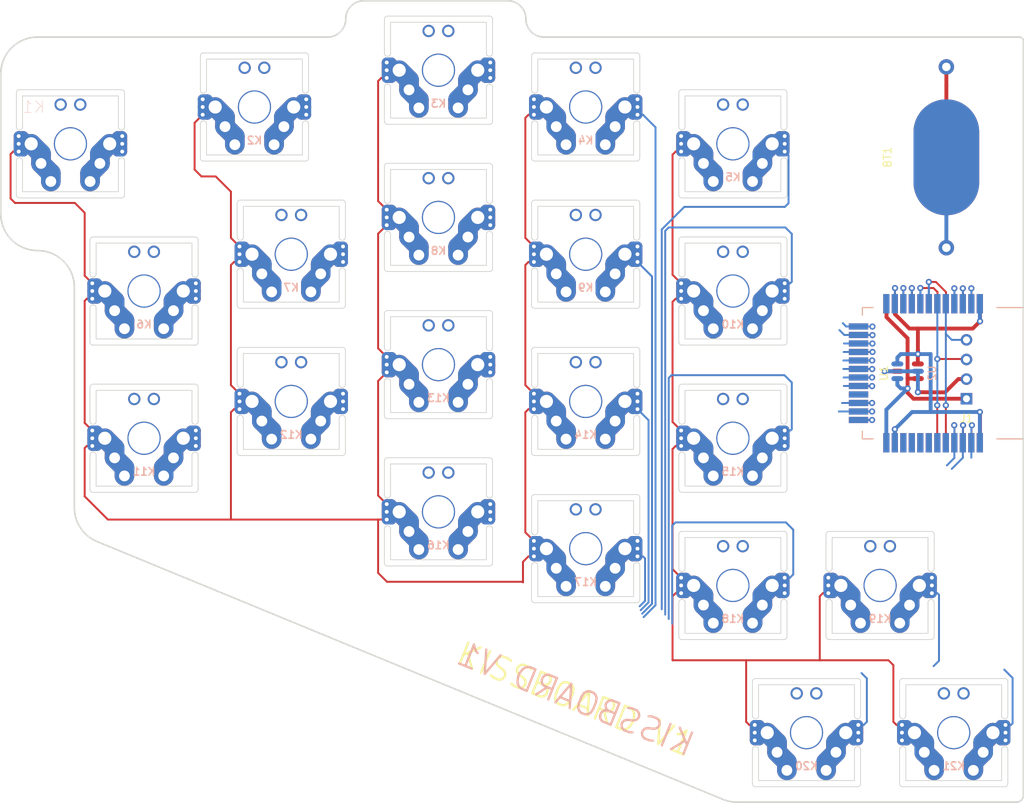
<source format=kicad_pcb>
(kicad_pcb (version 20171130) (host pcbnew "(5.0.0-rc2-dev-301-g33f795be4)")
  (layers (0 F.Cu signal hide) (31 B.Cu signal) (34 B.Paste user) (35 F.Paste user) (36 B.SilkS user) (37 F.SilkS user) (38 B.Mask user) (39 F.Mask user) (44 Edge.Cuts user))
  (net 0 "")
  (net 1 "Net-(U1-Pad7)")
  (net 2 "Net-(U1-Pad8)")
  (net 3 "Net-(U1-Pad25)")
  (net 4 /S3)
  (net 5 /S14)
  (net 6 /S9)
  (net 7 /S8)
  (net 8 /S13)
  (net 9 /S2)
  (net 10 /S7)
  (net 11 /S12)
  (net 12 /S1)
  (net 13 /S6)
  (net 14 /S11)
  (net 15 /S19)
  (net 16 GND)
  (net 17 /S15)
  (net 18 /S4)
  (net 19 "Net-(U2-Pad7)")
  (net 20 "Net-(U2-Pad8)")
  (net 21 /S5)
  (net 22 /S10)
  (net 23 VCC)
  (net 24 "Net-(U2-Pad25)")
  (net 25 /S17)
  (net 26 /S18)
  (net 27 /S20)
  (net 28 /S16)
  (net 29 /SWDIO)
  (net 30 /SWCLK)
  (net 31 /GND_BAT)
  (net 32 /S21)
  (net 33 "Net-(U2-Pad16)")
  (net 34 "Net-(U2-Pad10)")
  (net 35 "Net-(U1-Pad21)")
  (net 36 "Net-(U1-Pad27)")
  (net 37 "Net-(U2-Pad9)")
  (net 38 "Net-(U1-Pad28)")
  (net 39 "Net-(U2-Pad5)")
  (net 40 "Net-(U2-Pad6)")
  (net 41 "Net-(U1-Pad29)")
  (net 42 "Net-(U1-Pad30)")
  (module cherry_cutout:programming_port (layer F.Cu) (at 158.8135 73.4695)
    (fp_text reference J1 (at 0 2.54) (layer F.SilkS))
    (fp_text value Conn_01x04 hide)
    (pad 4 thru_hole circle (at 0 -7.62 90) (size 1.5 1.5) (drill 0.9) (layers *.Cu *.Paste *.Mask) (net 30 /SWCLK))
    (pad 3 thru_hole circle (at 0 -5.08 90) (size 1.5 1.5) (drill 0.9) (layers *.Cu *.Paste *.Mask) (net 29 /SWDIO))
    (pad 2 thru_hole circle (at 0 -2.54 90) (size 1.5 1.5) (drill 0.9) (layers *.Cu *.Paste *.Mask) (net 31 /GND_BAT))
    (pad 1 thru_hole rect (at 0 0 90) (size 1.5 1.5) (drill 0.9) (layers *.Cu *.Paste *.Mask) (net 23 VCC))
  )
  (module cherry_cutout:battery_contacts (layer F.Cu) (at 156.21 42.2275 270)
    (fp_text reference BT1 (at 0 7.62 270) (layer F.SilkS))
    (fp_text value Battery_Cell hide)
    (pad 2 thru_hole circle (at 11.7 0 270) (size 2 2) (drill 1.1) (layers *.Cu *.Mask) (net 31 /GND_BAT))
    (pad 1 thru_hole circle (at -11.7 0 270) (size 2 2) (drill 1.1) (layers *.Cu *.Mask) (net 23 VCC))
    (pad 2 smd oval (at 0 0 270) (size 15 8.5) (layers B.Cu B.Paste B.Mask) (net 31 /GND_BAT))
    (pad 1 smd oval (at 0 0 270) (size 15 8.5) (layers F.Cu F.Paste F.Mask) (net 23 VCC))
  )
  (module "keyboard core:Core51822(B)" (layer F.Cu) (at 155.7435 70.1685 270)
    (fp_text reference U1 (at 0 7.62 270) (layer F.SilkS))
    (fp_text value Core51822B)
    (pad 13 smd rect (at -6.05 10.9 270) (size 0.8 2.5) (layers F.Cu F.Paste F.Mask) (net 18 /S4))
    (pad 14 smd rect (at -4.95 10.9 270) (size 0.8 2.5) (layers F.Cu F.Paste F.Mask) (net 6 /S9))
    (pad 15 smd rect (at -3.85 10.9 270) (size 0.8 2.5) (layers F.Cu F.Paste F.Mask) (net 5 /S14))
    (pad 16 smd rect (at -2.75 10.9 270) (size 0.8 2.5) (layers F.Cu F.Paste F.Mask) (net 25 /S17))
    (pad 17 smd rect (at -1.65 10.9 270) (size 0.8 2.5) (layers F.Cu F.Paste F.Mask) (net 4 /S3))
    (pad 18 smd rect (at -0.55 10.9 270) (size 0.8 2.5) (layers F.Cu F.Paste F.Mask) (net 7 /S8))
    (pad 19 smd rect (at 0.55 10.9 270) (size 0.8 2.5) (layers F.Cu F.Paste F.Mask) (net 8 /S13))
    (pad 20 smd rect (at 1.65 10.9 270) (size 0.8 2.5) (layers F.Cu F.Paste F.Mask) (net 28 /S16))
    (pad 21 smd rect (at 2.75 10.9 270) (size 0.8 2.5) (layers F.Cu F.Paste F.Mask) (net 35 "Net-(U1-Pad21)"))
    (pad 22 smd rect (at 3.85 10.9 270) (size 0.8 2.5) (layers F.Cu F.Paste F.Mask) (net 9 /S2))
    (pad 23 smd rect (at 4.95 10.9 270) (size 0.8 2.5) (layers F.Cu F.Paste F.Mask) (net 10 /S7))
    (pad 24 smd rect (at 6.05 10.9 270) (size 0.8 2.5) (layers F.Cu F.Paste F.Mask) (net 11 /S12))
    (pad 1 smd rect (at -9 -4.8) (size 0.8 2.5) (layers F.Cu F.Paste F.Mask) (net 16 GND))
    (pad 2 smd rect (at -9 -3.7) (size 0.8 2.5) (layers F.Cu F.Paste F.Mask) (net 27 /S20))
    (pad 3 smd rect (at -9 -2.6) (size 0.8 2.5) (layers F.Cu F.Paste F.Mask) (net 32 /S21))
    (pad 4 smd rect (at -9 -1.5) (size 0.8 2.5) (layers F.Cu F.Paste F.Mask) (net 15 /S19))
    (pad 5 smd rect (at -9 -0.4) (size 0.8 2.5) (layers F.Cu F.Paste F.Mask) (net 26 /S18))
    (pad 6 smd rect (at -9 0.7) (size 0.8 2.5) (layers F.Cu F.Paste F.Mask) (net 17 /S15))
    (pad 7 smd rect (at -9 1.8) (size 0.8 2.5) (layers F.Cu F.Paste F.Mask) (net 1 "Net-(U1-Pad7)"))
    (pad 8 smd rect (at -9 2.9) (size 0.8 2.5) (layers F.Cu F.Paste F.Mask) (net 2 "Net-(U1-Pad8)"))
    (pad 9 smd rect (at -9 4) (size 0.8 2.5) (layers F.Cu F.Paste F.Mask) (net 22 /S10))
    (pad 10 smd rect (at -9 5.1) (size 0.8 2.5) (layers F.Cu F.Paste F.Mask) (net 21 /S5))
    (pad 11 smd rect (at -9 6.2) (size 0.8 2.5) (layers F.Cu F.Paste F.Mask) (net 16 GND))
    (pad 12 smd rect (at -9 7.3) (size 0.8 2.5) (layers F.Cu F.Paste F.Mask) (net 23 VCC))
    (pad 25 smd rect (at 9 7.3) (size 0.8 2.5) (layers F.Cu F.Paste F.Mask) (net 3 "Net-(U1-Pad25)"))
    (pad 26 smd rect (at 9 6.2) (size 0.8 2.5) (layers F.Cu F.Paste F.Mask) (net 16 GND))
    (pad 27 smd rect (at 9 5.1) (size 0.8 2.5) (layers F.Cu F.Paste F.Mask) (net 36 "Net-(U1-Pad27)"))
    (pad 28 smd rect (at 9 4) (size 0.8 2.5) (layers F.Cu F.Paste F.Mask) (net 38 "Net-(U1-Pad28)"))
    (pad 29 smd rect (at 9 2.9) (size 0.8 2.5) (layers F.Cu F.Paste F.Mask) (net 41 "Net-(U1-Pad29)"))
    (pad 30 smd rect (at 9 1.8) (size 0.8 2.5) (layers F.Cu F.Paste F.Mask) (net 42 "Net-(U1-Pad30)"))
    (pad 31 smd rect (at 9 0.7) (size 0.8 2.5) (layers F.Cu F.Paste F.Mask) (net 29 /SWDIO))
    (pad 32 smd rect (at 9 -0.4) (size 0.8 2.5) (layers F.Cu F.Paste F.Mask) (net 30 /SWCLK))
    (pad 33 smd rect (at 9 -1.5) (size 0.8 2.5) (layers F.Cu F.Paste F.Mask) (net 12 /S1))
    (pad 34 smd rect (at 9 -2.6) (size 0.8 2.5) (layers F.Cu F.Paste F.Mask) (net 13 /S6))
    (pad 35 smd rect (at 9 -3.7) (size 0.8 2.5) (layers F.Cu F.Paste F.Mask) (net 14 /S11))
    (pad 36 smd rect (at 9 -4.8) (size 0.8 2.5) (layers F.Cu F.Paste F.Mask) (net 16 GND))
  )
  (module "keyboard core:Core51822(B)" (layer B.Cu) (at 155.7435 70.1685 90)
    (fp_text reference U2 (at 0.001 -1.375 90) (layer B.SilkS) (effects (justify mirror)))
    (fp_text value Core51822B)
    (pad 13 smd rect (at -6.05 -10.9 90) (size 0.8 2.5) (layers B.Cu B.Paste B.Mask) (net 11 /S12))
    (pad 14 smd rect (at -4.95 -10.9 90) (size 0.8 2.5) (layers B.Cu B.Paste B.Mask) (net 10 /S7))
    (pad 15 smd rect (at -3.85 -10.9 90) (size 0.8 2.5) (layers B.Cu B.Paste B.Mask) (net 9 /S2))
    (pad 16 smd rect (at -2.75 -10.9 90) (size 0.8 2.5) (layers B.Cu B.Paste B.Mask) (net 33 "Net-(U2-Pad16)"))
    (pad 17 smd rect (at -1.65 -10.9 90) (size 0.8 2.5) (layers B.Cu B.Paste B.Mask) (net 28 /S16))
    (pad 18 smd rect (at -0.55 -10.9 90) (size 0.8 2.5) (layers B.Cu B.Paste B.Mask) (net 8 /S13))
    (pad 19 smd rect (at 0.55 -10.9 90) (size 0.8 2.5) (layers B.Cu B.Paste B.Mask) (net 7 /S8))
    (pad 20 smd rect (at 1.65 -10.9 90) (size 0.8 2.5) (layers B.Cu B.Paste B.Mask) (net 4 /S3))
    (pad 21 smd rect (at 2.75 -10.9 90) (size 0.8 2.5) (layers B.Cu B.Paste B.Mask) (net 25 /S17))
    (pad 22 smd rect (at 3.85 -10.9 90) (size 0.8 2.5) (layers B.Cu B.Paste B.Mask) (net 5 /S14))
    (pad 23 smd rect (at 4.95 -10.9 90) (size 0.8 2.5) (layers B.Cu B.Paste B.Mask) (net 6 /S9))
    (pad 24 smd rect (at 6.05 -10.9 90) (size 0.8 2.5) (layers B.Cu B.Paste B.Mask) (net 18 /S4))
    (pad 1 smd rect (at -9 4.8) (size 0.8 2.5) (layers B.Cu B.Paste B.Mask) (net 16 GND))
    (pad 2 smd rect (at -9 3.7) (size 0.8 2.5) (layers B.Cu B.Paste B.Mask) (net 14 /S11))
    (pad 3 smd rect (at -9 2.6) (size 0.8 2.5) (layers B.Cu B.Paste B.Mask) (net 13 /S6))
    (pad 4 smd rect (at -9 1.5) (size 0.8 2.5) (layers B.Cu B.Paste B.Mask) (net 12 /S1))
    (pad 5 smd rect (at -9 0.4) (size 0.8 2.5) (layers B.Cu B.Paste B.Mask) (net 39 "Net-(U2-Pad5)"))
    (pad 6 smd rect (at -9 -0.7) (size 0.8 2.5) (layers B.Cu B.Paste B.Mask) (net 40 "Net-(U2-Pad6)"))
    (pad 7 smd rect (at -9 -1.8) (size 0.8 2.5) (layers B.Cu B.Paste B.Mask) (net 19 "Net-(U2-Pad7)"))
    (pad 8 smd rect (at -9 -2.9) (size 0.8 2.5) (layers B.Cu B.Paste B.Mask) (net 20 "Net-(U2-Pad8)"))
    (pad 9 smd rect (at -9 -4) (size 0.8 2.5) (layers B.Cu B.Paste B.Mask) (net 37 "Net-(U2-Pad9)"))
    (pad 10 smd rect (at -9 -5.1) (size 0.8 2.5) (layers B.Cu B.Paste B.Mask) (net 34 "Net-(U2-Pad10)"))
    (pad 11 smd rect (at -9 -6.2) (size 0.8 2.5) (layers B.Cu B.Paste B.Mask) (net 16 GND))
    (pad 12 smd rect (at -9 -7.3) (size 0.8 2.5) (layers B.Cu B.Paste B.Mask) (net 23 VCC))
    (pad 25 smd rect (at 9 -7.3) (size 0.8 2.5) (layers B.Cu B.Paste B.Mask) (net 24 "Net-(U2-Pad25)"))
    (pad 26 smd rect (at 9 -6.2) (size 0.8 2.5) (layers B.Cu B.Paste B.Mask) (net 16 GND))
    (pad 27 smd rect (at 9 -5.1) (size 0.8 2.5) (layers B.Cu B.Paste B.Mask) (net 21 /S5))
    (pad 28 smd rect (at 9 -4) (size 0.8 2.5) (layers B.Cu B.Paste B.Mask) (net 22 /S10))
    (pad 29 smd rect (at 9 -2.9) (size 0.8 2.5) (layers B.Cu B.Paste B.Mask) (net 17 /S15))
    (pad 30 smd rect (at 9 -1.8) (size 0.8 2.5) (layers B.Cu B.Paste B.Mask) (net 26 /S18))
    (pad 31 smd rect (at 9 -0.7) (size 0.8 2.5) (layers B.Cu B.Paste B.Mask) (net 29 /SWDIO))
    (pad 32 smd rect (at 9 0.4) (size 0.8 2.5) (layers B.Cu B.Paste B.Mask) (net 30 /SWCLK))
    (pad 33 smd rect (at 9 1.5) (size 0.8 2.5) (layers B.Cu B.Paste B.Mask) (net 15 /S19))
    (pad 34 smd rect (at 9 2.6) (size 0.8 2.5) (layers B.Cu B.Paste B.Mask) (net 32 /S21))
    (pad 35 smd rect (at 9 3.7) (size 0.8 2.5) (layers B.Cu B.Paste B.Mask) (net 27 /S20))
    (pad 36 smd rect (at 9 4.8) (size 0.8 2.5) (layers B.Cu B.Paste B.Mask) (net 16 GND))
  )
  (module cherry_cutout:SI3202CDS (layer F.Cu) (at 151.1935 69.9135)
    (fp_text reference Q2 hide)
    (fp_text value SI2302 hide)
    (pad 1 smd oval (at 1.325 0.95 270) (size 0.65 1.55) (layers F.Cu F.Paste F.Mask) (net 23 VCC))
    (pad 2 smd oval (at 1.325 -0.95 270) (size 0.65 1.55) (layers F.Cu F.Paste F.Mask) (net 16 GND))
    (pad 3 smd oval (at -1.325 0 270) (size 0.65 1.55) (layers F.Cu F.Paste F.Mask) (net 31 /GND_BAT))
  )
  (module cherry_cutout:SI3202CDS (layer B.Cu) (at 151.1935 69.9135 180)
    (fp_text reference Q1 hide)
    (fp_text value SI2302 hide)
    (pad 3 smd oval (at -1.325 0 270) (size 0.65 1.55) (layers B.Cu B.Paste B.Mask) (net 31 /GND_BAT))
    (pad 2 smd oval (at 1.325 0.95 270) (size 0.65 1.55) (layers B.Cu B.Paste B.Mask) (net 16 GND))
    (pad 1 smd oval (at 1.325 -0.95 270) (size 0.65 1.55) (layers B.Cu B.Paste B.Mask) (net 23 VCC))
  )
  (module cherry_cutout:cherry (layer F.Cu) (at 157.1625 116.68125)
    (fp_text reference K21 (at 0 4.318) (layer B.SilkS) (effects (font (thickness 0.2)) (justify mirror)))
    (fp_text value KEYSW hide)
    (fp_line (start -6.59638 -7.00024) (end 6.61162 -7.00024) (layer Edge.Cuts) (width 0.1))
    (fp_line (start 6.20014 -6.19762) (end 6.20014 -2.16662) (layer Edge.Cuts) (width 0.1))
    (fp_arc (start 6.604 -6.604) (end 7.00024 -6.6167) (angle -88.16422526) (layer Edge.Cuts) (width 0.1))
    (fp_line (start 7.00278 -6.60654) (end 7.00278 -2.16154) (layer Edge.Cuts) (width 0.1))
    (fp_line (start -6.20014 -2.174212) (end -6.20014 -6.20014) (layer Edge.Cuts) (width 0.1))
    (fp_line (start -6.197601 -6.20014) (end 6.19252 -6.20014) (layer Edge.Cuts) (width 0.1))
    (fp_arc (start 6.59892 -2.1971) (end 6.20014 -2.19202) (angle -179.2701569) (layer Edge.Cuts) (width 0.1))
    (fp_line (start -7.00024 -2.15392) (end -7.00024 -6.59892) (layer Edge.Cuts) (width 0.1))
    (fp_arc (start -6.607997 -6.608774) (end -6.999157 -6.624312) (angle 87.9384914) (layer Edge.Cuts) (width 0.1))
    (fp_arc (start -6.59892 -2.19964) (end -6.9977 -2.19456) (angle -179.2701569) (layer Edge.Cuts) (width 0.1))
    (fp_arc (start 6.59892 2.19964) (end 6.9977 2.19456) (angle -179.2701569) (layer Edge.Cuts) (width 0.1))
    (fp_arc (start -6.59892 2.1971) (end -6.20014 2.19202) (angle -179.2701569) (layer Edge.Cuts) (width 0.1))
    (fp_arc (start -6.604 6.604) (end -7.00024 6.6167) (angle -88.16422526) (layer Edge.Cuts) (width 0.1))
    (fp_line (start 6.20014 2.174212) (end 6.20014 6.20014) (layer Edge.Cuts) (width 0.1))
    (fp_arc (start 6.607997 6.608774) (end 6.999157 6.624312) (angle 87.9384914) (layer Edge.Cuts) (width 0.1))
    (fp_line (start 6.197601 6.20014) (end -6.19252 6.20014) (layer Edge.Cuts) (width 0.1))
    (fp_line (start -6.20014 6.19762) (end -6.20014 2.16662) (layer Edge.Cuts) (width 0.1))
    (fp_line (start -7.00278 6.60654) (end -7.00278 2.16154) (layer Edge.Cuts) (width 0.1))
    (fp_line (start 7.00024 2.15392) (end 7.00024 6.59892) (layer Edge.Cuts) (width 0.1))
    (fp_line (start 6.59638 7.00024) (end -6.61162 7.00024) (layer Edge.Cuts) (width 0.1))
    (pad 2 thru_hole circle (at -6.7 -1) (size 1 1) (drill 0.5) (layers *.Cu *.Paste *.Mask) (net 16 GND))
    (pad 2 thru_hole circle (at -6.7 1) (size 1 1) (drill 0.5) (layers *.Cu *.Paste *.Mask) (net 16 GND))
    (pad 2 thru_hole circle (at -6.7 0) (size 1 1) (drill 0.5) (layers *.Cu *.Paste *.Mask) (net 16 GND))
    (pad 1 thru_hole oval (at 2.54 4.8768) (size 2.5 1.8) (drill 1.4) (layers *.Cu *.Paste *.Mask) (net 32 /S21))
    (pad 2 thru_hole circle (at -3.81 2.54) (size 2.5 2.5) (drill 1.4) (layers *.Cu *.Paste *.Mask) (net 16 GND))
    (pad 2 thru_hole oval (at -2.54 4.8768) (size 2.5 1.8) (drill 1.4) (layers *.Cu *.Paste *.Mask) (net 16 GND))
    (pad 1 thru_hole circle (at 3.81 2.54) (size 2.5 2.5) (drill 1.4) (layers *.Cu *.Paste *.Mask) (net 32 /S21))
    (pad 2 thru_hole circle (at -5.08 0) (size 2 2) (drill 1.7018) (layers *.Cu *.Paste *.Mask) (net 16 GND))
    (pad 1 thru_hole circle (at 5.08 0) (size 2 2) (drill 1.7018) (layers *.Cu *.Paste *.Mask) (net 32 /S21))
    (pad 0 thru_hole circle (at 0 0) (size 4.3 4.3) (drill 3.9878) (layers *.Cu *.Paste *.Mask))
    (pad 1 thru_hole circle (at 6.7 0 180) (size 1 1) (drill 0.5) (layers *.Cu *.Paste *.Mask) (net 32 /S21))
    (pad 1 thru_hole circle (at 6.7 -1 180) (size 1 1) (drill 0.5) (layers *.Cu *.Paste *.Mask) (net 32 /S21))
    (pad 1 thru_hole circle (at 6.7 1 180) (size 1 1) (drill 0.5) (layers *.Cu *.Paste *.Mask) (net 32 /S21))
    (pad 0 thru_hole circle (at 1.27 -5.08) (size 1.6 1.6) (drill 1.1) (layers *.Cu *.Paste *.Mask))
    (pad 0 thru_hole circle (at -1.27 -5.08) (size 1.6 1.6) (drill 1.1) (layers *.Cu *.Paste *.Mask))
  )
  (module cherry_cutout:cherry (layer F.Cu) (at 52.3875 78.58125)
    (fp_text reference K11 (at 0 4.318) (layer B.SilkS) (effects (font (thickness 0.2)) (justify mirror)))
    (fp_text value KEYSW hide)
    (fp_line (start -6.59638 -7.00024) (end 6.61162 -7.00024) (layer Edge.Cuts) (width 0.1))
    (fp_line (start 6.20014 -6.19762) (end 6.20014 -2.16662) (layer Edge.Cuts) (width 0.1))
    (fp_arc (start 6.604 -6.604) (end 7.00024 -6.6167) (angle -88.16422526) (layer Edge.Cuts) (width 0.1))
    (fp_line (start 7.00278 -6.60654) (end 7.00278 -2.16154) (layer Edge.Cuts) (width 0.1))
    (fp_line (start -6.20014 -2.174212) (end -6.20014 -6.20014) (layer Edge.Cuts) (width 0.1))
    (fp_line (start -6.197601 -6.20014) (end 6.19252 -6.20014) (layer Edge.Cuts) (width 0.1))
    (fp_arc (start 6.59892 -2.1971) (end 6.20014 -2.19202) (angle -179.2701569) (layer Edge.Cuts) (width 0.1))
    (fp_line (start -7.00024 -2.15392) (end -7.00024 -6.59892) (layer Edge.Cuts) (width 0.1))
    (fp_arc (start -6.607997 -6.608774) (end -6.999157 -6.624312) (angle 87.9384914) (layer Edge.Cuts) (width 0.1))
    (fp_arc (start -6.59892 -2.19964) (end -6.9977 -2.19456) (angle -179.2701569) (layer Edge.Cuts) (width 0.1))
    (fp_arc (start 6.59892 2.19964) (end 6.9977 2.19456) (angle -179.2701569) (layer Edge.Cuts) (width 0.1))
    (fp_arc (start -6.59892 2.1971) (end -6.20014 2.19202) (angle -179.2701569) (layer Edge.Cuts) (width 0.1))
    (fp_arc (start -6.604 6.604) (end -7.00024 6.6167) (angle -88.16422526) (layer Edge.Cuts) (width 0.1))
    (fp_line (start 6.20014 2.174212) (end 6.20014 6.20014) (layer Edge.Cuts) (width 0.1))
    (fp_arc (start 6.607997 6.608774) (end 6.999157 6.624312) (angle 87.9384914) (layer Edge.Cuts) (width 0.1))
    (fp_line (start 6.197601 6.20014) (end -6.19252 6.20014) (layer Edge.Cuts) (width 0.1))
    (fp_line (start -6.20014 6.19762) (end -6.20014 2.16662) (layer Edge.Cuts) (width 0.1))
    (fp_line (start -7.00278 6.60654) (end -7.00278 2.16154) (layer Edge.Cuts) (width 0.1))
    (fp_line (start 7.00024 2.15392) (end 7.00024 6.59892) (layer Edge.Cuts) (width 0.1))
    (fp_line (start 6.59638 7.00024) (end -6.61162 7.00024) (layer Edge.Cuts) (width 0.1))
    (pad 2 thru_hole circle (at -6.7 -1) (size 1 1) (drill 0.5) (layers *.Cu *.Paste *.Mask) (net 16 GND))
    (pad 2 thru_hole circle (at -6.7 1) (size 1 1) (drill 0.5) (layers *.Cu *.Paste *.Mask) (net 16 GND))
    (pad 2 thru_hole circle (at -6.7 0) (size 1 1) (drill 0.5) (layers *.Cu *.Paste *.Mask) (net 16 GND))
    (pad 1 thru_hole oval (at 2.54 4.8768) (size 2.5 1.8) (drill 1.4) (layers *.Cu *.Paste *.Mask) (net 14 /S11))
    (pad 2 thru_hole circle (at -3.81 2.54) (size 2.5 2.5) (drill 1.4) (layers *.Cu *.Paste *.Mask) (net 16 GND))
    (pad 2 thru_hole oval (at -2.54 4.8768) (size 2.5 1.8) (drill 1.4) (layers *.Cu *.Paste *.Mask) (net 16 GND))
    (pad 1 thru_hole circle (at 3.81 2.54) (size 2.5 2.5) (drill 1.4) (layers *.Cu *.Paste *.Mask) (net 14 /S11))
    (pad 2 thru_hole circle (at -5.08 0) (size 2 2) (drill 1.7018) (layers *.Cu *.Paste *.Mask) (net 16 GND))
    (pad 1 thru_hole circle (at 5.08 0) (size 2 2) (drill 1.7018) (layers *.Cu *.Paste *.Mask) (net 14 /S11))
    (pad 0 thru_hole circle (at 0 0) (size 4.3 4.3) (drill 3.9878) (layers *.Cu *.Paste *.Mask))
    (pad 1 thru_hole circle (at 6.7 0 180) (size 1 1) (drill 0.5) (layers *.Cu *.Paste *.Mask) (net 14 /S11))
    (pad 1 thru_hole circle (at 6.7 -1 180) (size 1 1) (drill 0.5) (layers *.Cu *.Paste *.Mask) (net 14 /S11))
    (pad 1 thru_hole circle (at 6.7 1 180) (size 1 1) (drill 0.5) (layers *.Cu *.Paste *.Mask) (net 14 /S11))
    (pad 0 thru_hole circle (at 1.27 -5.08) (size 1.6 1.6) (drill 1.1) (layers *.Cu *.Paste *.Mask))
    (pad 0 thru_hole circle (at -1.27 -5.08) (size 1.6 1.6) (drill 1.1) (layers *.Cu *.Paste *.Mask))
  )
  (module cherry_cutout:cherry (layer F.Cu) (at 66.675 35.71875)
    (fp_text reference K2 (at 0 4.318) (layer B.SilkS) (effects (font (thickness 0.2)) (justify mirror)))
    (fp_text value KEYSW hide)
    (fp_line (start 6.59638 7.00024) (end -6.61162 7.00024) (layer Edge.Cuts) (width 0.1))
    (fp_line (start 7.00024 2.15392) (end 7.00024 6.59892) (layer Edge.Cuts) (width 0.1))
    (fp_line (start -7.00278 6.60654) (end -7.00278 2.16154) (layer Edge.Cuts) (width 0.1))
    (fp_line (start -6.20014 6.19762) (end -6.20014 2.16662) (layer Edge.Cuts) (width 0.1))
    (fp_line (start 6.197601 6.20014) (end -6.19252 6.20014) (layer Edge.Cuts) (width 0.1))
    (fp_arc (start 6.607997 6.608774) (end 6.999157 6.624312) (angle 87.9384914) (layer Edge.Cuts) (width 0.1))
    (fp_line (start 6.20014 2.174212) (end 6.20014 6.20014) (layer Edge.Cuts) (width 0.1))
    (fp_arc (start -6.604 6.604) (end -7.00024 6.6167) (angle -88.16422526) (layer Edge.Cuts) (width 0.1))
    (fp_arc (start -6.59892 2.1971) (end -6.20014 2.19202) (angle -179.2701569) (layer Edge.Cuts) (width 0.1))
    (fp_arc (start 6.59892 2.19964) (end 6.9977 2.19456) (angle -179.2701569) (layer Edge.Cuts) (width 0.1))
    (fp_arc (start -6.59892 -2.19964) (end -6.9977 -2.19456) (angle -179.2701569) (layer Edge.Cuts) (width 0.1))
    (fp_arc (start -6.607997 -6.608774) (end -6.999157 -6.624312) (angle 87.9384914) (layer Edge.Cuts) (width 0.1))
    (fp_line (start -7.00024 -2.15392) (end -7.00024 -6.59892) (layer Edge.Cuts) (width 0.1))
    (fp_arc (start 6.59892 -2.1971) (end 6.20014 -2.19202) (angle -179.2701569) (layer Edge.Cuts) (width 0.1))
    (fp_line (start -6.197601 -6.20014) (end 6.19252 -6.20014) (layer Edge.Cuts) (width 0.1))
    (fp_line (start -6.20014 -2.174212) (end -6.20014 -6.20014) (layer Edge.Cuts) (width 0.1))
    (fp_line (start 7.00278 -6.60654) (end 7.00278 -2.16154) (layer Edge.Cuts) (width 0.1))
    (fp_arc (start 6.604 -6.604) (end 7.00024 -6.6167) (angle -88.16422526) (layer Edge.Cuts) (width 0.1))
    (fp_line (start 6.20014 -6.19762) (end 6.20014 -2.16662) (layer Edge.Cuts) (width 0.1))
    (fp_line (start -6.59638 -7.00024) (end 6.61162 -7.00024) (layer Edge.Cuts) (width 0.1))
    (pad 0 thru_hole circle (at -1.27 -5.08) (size 1.6 1.6) (drill 1.1) (layers *.Cu *.Paste *.Mask))
    (pad 0 thru_hole circle (at 1.27 -5.08) (size 1.6 1.6) (drill 1.1) (layers *.Cu *.Paste *.Mask))
    (pad 1 thru_hole circle (at 6.7 1 180) (size 1 1) (drill 0.5) (layers *.Cu *.Paste *.Mask) (net 9 /S2))
    (pad 1 thru_hole circle (at 6.7 -1 180) (size 1 1) (drill 0.5) (layers *.Cu *.Paste *.Mask) (net 9 /S2))
    (pad 1 thru_hole circle (at 6.7 0 180) (size 1 1) (drill 0.5) (layers *.Cu *.Paste *.Mask) (net 9 /S2))
    (pad 0 thru_hole circle (at 0 0) (size 4.3 4.3) (drill 3.9878) (layers *.Cu *.Paste *.Mask))
    (pad 1 thru_hole circle (at 5.08 0) (size 2 2) (drill 1.7018) (layers *.Cu *.Paste *.Mask) (net 9 /S2))
    (pad 2 thru_hole circle (at -5.08 0) (size 2 2) (drill 1.7018) (layers *.Cu *.Paste *.Mask) (net 16 GND))
    (pad 1 thru_hole circle (at 3.81 2.54) (size 2.5 2.5) (drill 1.4) (layers *.Cu *.Paste *.Mask) (net 9 /S2))
    (pad 2 thru_hole oval (at -2.54 4.8768) (size 2.5 1.8) (drill 1.4) (layers *.Cu *.Paste *.Mask) (net 16 GND))
    (pad 2 thru_hole circle (at -3.81 2.54) (size 2.5 2.5) (drill 1.4) (layers *.Cu *.Paste *.Mask) (net 16 GND))
    (pad 1 thru_hole oval (at 2.54 4.8768) (size 2.5 1.8) (drill 1.4) (layers *.Cu *.Paste *.Mask) (net 9 /S2))
    (pad 2 thru_hole circle (at -6.7 0) (size 1 1) (drill 0.5) (layers *.Cu *.Paste *.Mask) (net 16 GND))
    (pad 2 thru_hole circle (at -6.7 1) (size 1 1) (drill 0.5) (layers *.Cu *.Paste *.Mask) (net 16 GND))
    (pad 2 thru_hole circle (at -6.7 -1) (size 1 1) (drill 0.5) (layers *.Cu *.Paste *.Mask) (net 16 GND))
  )
  (module cherry_cutout:cherry (layer F.Cu) (at 90.4875 30.95625)
    (fp_text reference K3 (at 0 4.318) (layer B.SilkS) (effects (font (thickness 0.2)) (justify mirror)))
    (fp_text value KEYSW hide)
    (fp_line (start -6.59638 -7.00024) (end 6.61162 -7.00024) (layer Edge.Cuts) (width 0.1))
    (fp_line (start 6.20014 -6.19762) (end 6.20014 -2.16662) (layer Edge.Cuts) (width 0.1))
    (fp_arc (start 6.604 -6.604) (end 7.00024 -6.6167) (angle -88.16422526) (layer Edge.Cuts) (width 0.1))
    (fp_line (start 7.00278 -6.60654) (end 7.00278 -2.16154) (layer Edge.Cuts) (width 0.1))
    (fp_line (start -6.20014 -2.174212) (end -6.20014 -6.20014) (layer Edge.Cuts) (width 0.1))
    (fp_line (start -6.197601 -6.20014) (end 6.19252 -6.20014) (layer Edge.Cuts) (width 0.1))
    (fp_arc (start 6.59892 -2.1971) (end 6.20014 -2.19202) (angle -179.2701569) (layer Edge.Cuts) (width 0.1))
    (fp_line (start -7.00024 -2.15392) (end -7.00024 -6.59892) (layer Edge.Cuts) (width 0.1))
    (fp_arc (start -6.607997 -6.608774) (end -6.999157 -6.624312) (angle 87.9384914) (layer Edge.Cuts) (width 0.1))
    (fp_arc (start -6.59892 -2.19964) (end -6.9977 -2.19456) (angle -179.2701569) (layer Edge.Cuts) (width 0.1))
    (fp_arc (start 6.59892 2.19964) (end 6.9977 2.19456) (angle -179.2701569) (layer Edge.Cuts) (width 0.1))
    (fp_arc (start -6.59892 2.1971) (end -6.20014 2.19202) (angle -179.2701569) (layer Edge.Cuts) (width 0.1))
    (fp_arc (start -6.604 6.604) (end -7.00024 6.6167) (angle -88.16422526) (layer Edge.Cuts) (width 0.1))
    (fp_line (start 6.20014 2.174212) (end 6.20014 6.20014) (layer Edge.Cuts) (width 0.1))
    (fp_arc (start 6.607997 6.608774) (end 6.999157 6.624312) (angle 87.9384914) (layer Edge.Cuts) (width 0.1))
    (fp_line (start 6.197601 6.20014) (end -6.19252 6.20014) (layer Edge.Cuts) (width 0.1))
    (fp_line (start -6.20014 6.19762) (end -6.20014 2.16662) (layer Edge.Cuts) (width 0.1))
    (fp_line (start -7.00278 6.60654) (end -7.00278 2.16154) (layer Edge.Cuts) (width 0.1))
    (fp_line (start 7.00024 2.15392) (end 7.00024 6.59892) (layer Edge.Cuts) (width 0.1))
    (fp_line (start 6.59638 7.00024) (end -6.61162 7.00024) (layer Edge.Cuts) (width 0.1))
    (pad 2 thru_hole circle (at -6.7 -1) (size 1 1) (drill 0.5) (layers *.Cu *.Paste *.Mask) (net 16 GND))
    (pad 2 thru_hole circle (at -6.7 1) (size 1 1) (drill 0.5) (layers *.Cu *.Paste *.Mask) (net 16 GND))
    (pad 2 thru_hole circle (at -6.7 0) (size 1 1) (drill 0.5) (layers *.Cu *.Paste *.Mask) (net 16 GND))
    (pad 1 thru_hole oval (at 2.54 4.8768) (size 2.5 1.8) (drill 1.4) (layers *.Cu *.Paste *.Mask) (net 4 /S3))
    (pad 2 thru_hole circle (at -3.81 2.54) (size 2.5 2.5) (drill 1.4) (layers *.Cu *.Paste *.Mask) (net 16 GND))
    (pad 2 thru_hole oval (at -2.54 4.8768) (size 2.5 1.8) (drill 1.4) (layers *.Cu *.Paste *.Mask) (net 16 GND))
    (pad 1 thru_hole circle (at 3.81 2.54) (size 2.5 2.5) (drill 1.4) (layers *.Cu *.Paste *.Mask) (net 4 /S3))
    (pad 2 thru_hole circle (at -5.08 0) (size 2 2) (drill 1.7018) (layers *.Cu *.Paste *.Mask) (net 16 GND))
    (pad 1 thru_hole circle (at 5.08 0) (size 2 2) (drill 1.7018) (layers *.Cu *.Paste *.Mask) (net 4 /S3))
    (pad 0 thru_hole circle (at 0 0) (size 4.3 4.3) (drill 3.9878) (layers *.Cu *.Paste *.Mask))
    (pad 1 thru_hole circle (at 6.7 0 180) (size 1 1) (drill 0.5) (layers *.Cu *.Paste *.Mask) (net 4 /S3))
    (pad 1 thru_hole circle (at 6.7 -1 180) (size 1 1) (drill 0.5) (layers *.Cu *.Paste *.Mask) (net 4 /S3))
    (pad 1 thru_hole circle (at 6.7 1 180) (size 1 1) (drill 0.5) (layers *.Cu *.Paste *.Mask) (net 4 /S3))
    (pad 0 thru_hole circle (at 1.27 -5.08) (size 1.6 1.6) (drill 1.1) (layers *.Cu *.Paste *.Mask))
    (pad 0 thru_hole circle (at -1.27 -5.08) (size 1.6 1.6) (drill 1.1) (layers *.Cu *.Paste *.Mask))
  )
  (module cherry_cutout:cherry (layer F.Cu) (at 109.5375 35.71875)
    (fp_text reference K4 (at 0 4.318) (layer B.SilkS) (effects (font (thickness 0.2)) (justify mirror)))
    (fp_text value KEYSW hide)
    (fp_line (start 6.59638 7.00024) (end -6.61162 7.00024) (layer Edge.Cuts) (width 0.1))
    (fp_line (start 7.00024 2.15392) (end 7.00024 6.59892) (layer Edge.Cuts) (width 0.1))
    (fp_line (start -7.00278 6.60654) (end -7.00278 2.16154) (layer Edge.Cuts) (width 0.1))
    (fp_line (start -6.20014 6.19762) (end -6.20014 2.16662) (layer Edge.Cuts) (width 0.1))
    (fp_line (start 6.197601 6.20014) (end -6.19252 6.20014) (layer Edge.Cuts) (width 0.1))
    (fp_arc (start 6.607997 6.608774) (end 6.999157 6.624312) (angle 87.9384914) (layer Edge.Cuts) (width 0.1))
    (fp_line (start 6.20014 2.174212) (end 6.20014 6.20014) (layer Edge.Cuts) (width 0.1))
    (fp_arc (start -6.604 6.604) (end -7.00024 6.6167) (angle -88.16422526) (layer Edge.Cuts) (width 0.1))
    (fp_arc (start -6.59892 2.1971) (end -6.20014 2.19202) (angle -179.2701569) (layer Edge.Cuts) (width 0.1))
    (fp_arc (start 6.59892 2.19964) (end 6.9977 2.19456) (angle -179.2701569) (layer Edge.Cuts) (width 0.1))
    (fp_arc (start -6.59892 -2.19964) (end -6.9977 -2.19456) (angle -179.2701569) (layer Edge.Cuts) (width 0.1))
    (fp_arc (start -6.607997 -6.608774) (end -6.999157 -6.624312) (angle 87.9384914) (layer Edge.Cuts) (width 0.1))
    (fp_line (start -7.00024 -2.15392) (end -7.00024 -6.59892) (layer Edge.Cuts) (width 0.1))
    (fp_arc (start 6.59892 -2.1971) (end 6.20014 -2.19202) (angle -179.2701569) (layer Edge.Cuts) (width 0.1))
    (fp_line (start -6.197601 -6.20014) (end 6.19252 -6.20014) (layer Edge.Cuts) (width 0.1))
    (fp_line (start -6.20014 -2.174212) (end -6.20014 -6.20014) (layer Edge.Cuts) (width 0.1))
    (fp_line (start 7.00278 -6.60654) (end 7.00278 -2.16154) (layer Edge.Cuts) (width 0.1))
    (fp_arc (start 6.604 -6.604) (end 7.00024 -6.6167) (angle -88.16422526) (layer Edge.Cuts) (width 0.1))
    (fp_line (start 6.20014 -6.19762) (end 6.20014 -2.16662) (layer Edge.Cuts) (width 0.1))
    (fp_line (start -6.59638 -7.00024) (end 6.61162 -7.00024) (layer Edge.Cuts) (width 0.1))
    (pad 0 thru_hole circle (at -1.27 -5.08) (size 1.6 1.6) (drill 1.1) (layers *.Cu *.Paste *.Mask))
    (pad 0 thru_hole circle (at 1.27 -5.08) (size 1.6 1.6) (drill 1.1) (layers *.Cu *.Paste *.Mask))
    (pad 1 thru_hole circle (at 6.7 1 180) (size 1 1) (drill 0.5) (layers *.Cu *.Paste *.Mask) (net 18 /S4))
    (pad 1 thru_hole circle (at 6.7 -1 180) (size 1 1) (drill 0.5) (layers *.Cu *.Paste *.Mask) (net 18 /S4))
    (pad 1 thru_hole circle (at 6.7 0 180) (size 1 1) (drill 0.5) (layers *.Cu *.Paste *.Mask) (net 18 /S4))
    (pad 0 thru_hole circle (at 0 0) (size 4.3 4.3) (drill 3.9878) (layers *.Cu *.Paste *.Mask))
    (pad 1 thru_hole circle (at 5.08 0) (size 2 2) (drill 1.7018) (layers *.Cu *.Paste *.Mask) (net 18 /S4))
    (pad 2 thru_hole circle (at -5.08 0) (size 2 2) (drill 1.7018) (layers *.Cu *.Paste *.Mask) (net 16 GND))
    (pad 1 thru_hole circle (at 3.81 2.54) (size 2.5 2.5) (drill 1.4) (layers *.Cu *.Paste *.Mask) (net 18 /S4))
    (pad 2 thru_hole oval (at -2.54 4.8768) (size 2.5 1.8) (drill 1.4) (layers *.Cu *.Paste *.Mask) (net 16 GND))
    (pad 2 thru_hole circle (at -3.81 2.54) (size 2.5 2.5) (drill 1.4) (layers *.Cu *.Paste *.Mask) (net 16 GND))
    (pad 1 thru_hole oval (at 2.54 4.8768) (size 2.5 1.8) (drill 1.4) (layers *.Cu *.Paste *.Mask) (net 18 /S4))
    (pad 2 thru_hole circle (at -6.7 0) (size 1 1) (drill 0.5) (layers *.Cu *.Paste *.Mask) (net 16 GND))
    (pad 2 thru_hole circle (at -6.7 1) (size 1 1) (drill 0.5) (layers *.Cu *.Paste *.Mask) (net 16 GND))
    (pad 2 thru_hole circle (at -6.7 -1) (size 1 1) (drill 0.5) (layers *.Cu *.Paste *.Mask) (net 16 GND))
  )
  (module cherry_cutout:cherry (layer F.Cu) (at 128.5875 40.48125)
    (fp_text reference K5 (at 0 4.318) (layer B.SilkS) (effects (font (thickness 0.2)) (justify mirror)))
    (fp_text value KEYSW hide)
    (fp_line (start -6.59638 -7.00024) (end 6.61162 -7.00024) (layer Edge.Cuts) (width 0.1))
    (fp_line (start 6.20014 -6.19762) (end 6.20014 -2.16662) (layer Edge.Cuts) (width 0.1))
    (fp_arc (start 6.604 -6.604) (end 7.00024 -6.6167) (angle -88.16422526) (layer Edge.Cuts) (width 0.1))
    (fp_line (start 7.00278 -6.60654) (end 7.00278 -2.16154) (layer Edge.Cuts) (width 0.1))
    (fp_line (start -6.20014 -2.174212) (end -6.20014 -6.20014) (layer Edge.Cuts) (width 0.1))
    (fp_line (start -6.197601 -6.20014) (end 6.19252 -6.20014) (layer Edge.Cuts) (width 0.1))
    (fp_arc (start 6.59892 -2.1971) (end 6.20014 -2.19202) (angle -179.2701569) (layer Edge.Cuts) (width 0.1))
    (fp_line (start -7.00024 -2.15392) (end -7.00024 -6.59892) (layer Edge.Cuts) (width 0.1))
    (fp_arc (start -6.607997 -6.608774) (end -6.999157 -6.624312) (angle 87.9384914) (layer Edge.Cuts) (width 0.1))
    (fp_arc (start -6.59892 -2.19964) (end -6.9977 -2.19456) (angle -179.2701569) (layer Edge.Cuts) (width 0.1))
    (fp_arc (start 6.59892 2.19964) (end 6.9977 2.19456) (angle -179.2701569) (layer Edge.Cuts) (width 0.1))
    (fp_arc (start -6.59892 2.1971) (end -6.20014 2.19202) (angle -179.2701569) (layer Edge.Cuts) (width 0.1))
    (fp_arc (start -6.604 6.604) (end -7.00024 6.6167) (angle -88.16422526) (layer Edge.Cuts) (width 0.1))
    (fp_line (start 6.20014 2.174212) (end 6.20014 6.20014) (layer Edge.Cuts) (width 0.1))
    (fp_arc (start 6.607997 6.608774) (end 6.999157 6.624312) (angle 87.9384914) (layer Edge.Cuts) (width 0.1))
    (fp_line (start 6.197601 6.20014) (end -6.19252 6.20014) (layer Edge.Cuts) (width 0.1))
    (fp_line (start -6.20014 6.19762) (end -6.20014 2.16662) (layer Edge.Cuts) (width 0.1))
    (fp_line (start -7.00278 6.60654) (end -7.00278 2.16154) (layer Edge.Cuts) (width 0.1))
    (fp_line (start 7.00024 2.15392) (end 7.00024 6.59892) (layer Edge.Cuts) (width 0.1))
    (fp_line (start 6.59638 7.00024) (end -6.61162 7.00024) (layer Edge.Cuts) (width 0.1))
    (pad 2 thru_hole circle (at -6.7 -1) (size 1 1) (drill 0.5) (layers *.Cu *.Paste *.Mask) (net 16 GND))
    (pad 2 thru_hole circle (at -6.7 1) (size 1 1) (drill 0.5) (layers *.Cu *.Paste *.Mask) (net 16 GND))
    (pad 2 thru_hole circle (at -6.7 0) (size 1 1) (drill 0.5) (layers *.Cu *.Paste *.Mask) (net 16 GND))
    (pad 1 thru_hole oval (at 2.54 4.8768) (size 2.5 1.8) (drill 1.4) (layers *.Cu *.Paste *.Mask) (net 21 /S5))
    (pad 2 thru_hole circle (at -3.81 2.54) (size 2.5 2.5) (drill 1.4) (layers *.Cu *.Paste *.Mask) (net 16 GND))
    (pad 2 thru_hole oval (at -2.54 4.8768) (size 2.5 1.8) (drill 1.4) (layers *.Cu *.Paste *.Mask) (net 16 GND))
    (pad 1 thru_hole circle (at 3.81 2.54) (size 2.5 2.5) (drill 1.4) (layers *.Cu *.Paste *.Mask) (net 21 /S5))
    (pad 2 thru_hole circle (at -5.08 0) (size 2 2) (drill 1.7018) (layers *.Cu *.Paste *.Mask) (net 16 GND))
    (pad 1 thru_hole circle (at 5.08 0) (size 2 2) (drill 1.7018) (layers *.Cu *.Paste *.Mask) (net 21 /S5))
    (pad 0 thru_hole circle (at 0 0) (size 4.3 4.3) (drill 3.9878) (layers *.Cu *.Paste *.Mask))
    (pad 1 thru_hole circle (at 6.7 0 180) (size 1 1) (drill 0.5) (layers *.Cu *.Paste *.Mask) (net 21 /S5))
    (pad 1 thru_hole circle (at 6.7 -1 180) (size 1 1) (drill 0.5) (layers *.Cu *.Paste *.Mask) (net 21 /S5))
    (pad 1 thru_hole circle (at 6.7 1 180) (size 1 1) (drill 0.5) (layers *.Cu *.Paste *.Mask) (net 21 /S5))
    (pad 0 thru_hole circle (at 1.27 -5.08) (size 1.6 1.6) (drill 1.1) (layers *.Cu *.Paste *.Mask))
    (pad 0 thru_hole circle (at -1.27 -5.08) (size 1.6 1.6) (drill 1.1) (layers *.Cu *.Paste *.Mask))
  )
  (module cherry_cutout:cherry (layer F.Cu) (at 52.3875 59.53125)
    (fp_text reference K6 (at 0 4.318) (layer B.SilkS) (effects (font (thickness 0.2)) (justify mirror)))
    (fp_text value KEYSW hide)
    (fp_line (start 6.59638 7.00024) (end -6.61162 7.00024) (layer Edge.Cuts) (width 0.1))
    (fp_line (start 7.00024 2.15392) (end 7.00024 6.59892) (layer Edge.Cuts) (width 0.1))
    (fp_line (start -7.00278 6.60654) (end -7.00278 2.16154) (layer Edge.Cuts) (width 0.1))
    (fp_line (start -6.20014 6.19762) (end -6.20014 2.16662) (layer Edge.Cuts) (width 0.1))
    (fp_line (start 6.197601 6.20014) (end -6.19252 6.20014) (layer Edge.Cuts) (width 0.1))
    (fp_arc (start 6.607997 6.608774) (end 6.999157 6.624312) (angle 87.9384914) (layer Edge.Cuts) (width 0.1))
    (fp_line (start 6.20014 2.174212) (end 6.20014 6.20014) (layer Edge.Cuts) (width 0.1))
    (fp_arc (start -6.604 6.604) (end -7.00024 6.6167) (angle -88.16422526) (layer Edge.Cuts) (width 0.1))
    (fp_arc (start -6.59892 2.1971) (end -6.20014 2.19202) (angle -179.2701569) (layer Edge.Cuts) (width 0.1))
    (fp_arc (start 6.59892 2.19964) (end 6.9977 2.19456) (angle -179.2701569) (layer Edge.Cuts) (width 0.1))
    (fp_arc (start -6.59892 -2.19964) (end -6.9977 -2.19456) (angle -179.2701569) (layer Edge.Cuts) (width 0.1))
    (fp_arc (start -6.607997 -6.608774) (end -6.999157 -6.624312) (angle 87.9384914) (layer Edge.Cuts) (width 0.1))
    (fp_line (start -7.00024 -2.15392) (end -7.00024 -6.59892) (layer Edge.Cuts) (width 0.1))
    (fp_arc (start 6.59892 -2.1971) (end 6.20014 -2.19202) (angle -179.2701569) (layer Edge.Cuts) (width 0.1))
    (fp_line (start -6.197601 -6.20014) (end 6.19252 -6.20014) (layer Edge.Cuts) (width 0.1))
    (fp_line (start -6.20014 -2.174212) (end -6.20014 -6.20014) (layer Edge.Cuts) (width 0.1))
    (fp_line (start 7.00278 -6.60654) (end 7.00278 -2.16154) (layer Edge.Cuts) (width 0.1))
    (fp_arc (start 6.604 -6.604) (end 7.00024 -6.6167) (angle -88.16422526) (layer Edge.Cuts) (width 0.1))
    (fp_line (start 6.20014 -6.19762) (end 6.20014 -2.16662) (layer Edge.Cuts) (width 0.1))
    (fp_line (start -6.59638 -7.00024) (end 6.61162 -7.00024) (layer Edge.Cuts) (width 0.1))
    (pad 0 thru_hole circle (at -1.27 -5.08) (size 1.6 1.6) (drill 1.1) (layers *.Cu *.Paste *.Mask))
    (pad 0 thru_hole circle (at 1.27 -5.08) (size 1.6 1.6) (drill 1.1) (layers *.Cu *.Paste *.Mask))
    (pad 1 thru_hole circle (at 6.7 1 180) (size 1 1) (drill 0.5) (layers *.Cu *.Paste *.Mask) (net 13 /S6))
    (pad 1 thru_hole circle (at 6.7 -1 180) (size 1 1) (drill 0.5) (layers *.Cu *.Paste *.Mask) (net 13 /S6))
    (pad 1 thru_hole circle (at 6.7 0 180) (size 1 1) (drill 0.5) (layers *.Cu *.Paste *.Mask) (net 13 /S6))
    (pad 0 thru_hole circle (at 0 0) (size 4.3 4.3) (drill 3.9878) (layers *.Cu *.Paste *.Mask))
    (pad 1 thru_hole circle (at 5.08 0) (size 2 2) (drill 1.7018) (layers *.Cu *.Paste *.Mask) (net 13 /S6))
    (pad 2 thru_hole circle (at -5.08 0) (size 2 2) (drill 1.7018) (layers *.Cu *.Paste *.Mask) (net 16 GND))
    (pad 1 thru_hole circle (at 3.81 2.54) (size 2.5 2.5) (drill 1.4) (layers *.Cu *.Paste *.Mask) (net 13 /S6))
    (pad 2 thru_hole oval (at -2.54 4.8768) (size 2.5 1.8) (drill 1.4) (layers *.Cu *.Paste *.Mask) (net 16 GND))
    (pad 2 thru_hole circle (at -3.81 2.54) (size 2.5 2.5) (drill 1.4) (layers *.Cu *.Paste *.Mask) (net 16 GND))
    (pad 1 thru_hole oval (at 2.54 4.8768) (size 2.5 1.8) (drill 1.4) (layers *.Cu *.Paste *.Mask) (net 13 /S6))
    (pad 2 thru_hole circle (at -6.7 0) (size 1 1) (drill 0.5) (layers *.Cu *.Paste *.Mask) (net 16 GND))
    (pad 2 thru_hole circle (at -6.7 1) (size 1 1) (drill 0.5) (layers *.Cu *.Paste *.Mask) (net 16 GND))
    (pad 2 thru_hole circle (at -6.7 -1) (size 1 1) (drill 0.5) (layers *.Cu *.Paste *.Mask) (net 16 GND))
  )
  (module cherry_cutout:cherry (layer F.Cu) (at 71.4375 54.76875)
    (fp_text reference K7 (at 0 4.318) (layer B.SilkS) (effects (font (thickness 0.2)) (justify mirror)))
    (fp_text value KEYSW hide)
    (fp_line (start -6.59638 -7.00024) (end 6.61162 -7.00024) (layer Edge.Cuts) (width 0.1))
    (fp_line (start 6.20014 -6.19762) (end 6.20014 -2.16662) (layer Edge.Cuts) (width 0.1))
    (fp_arc (start 6.604 -6.604) (end 7.00024 -6.6167) (angle -88.16422526) (layer Edge.Cuts) (width 0.1))
    (fp_line (start 7.00278 -6.60654) (end 7.00278 -2.16154) (layer Edge.Cuts) (width 0.1))
    (fp_line (start -6.20014 -2.174212) (end -6.20014 -6.20014) (layer Edge.Cuts) (width 0.1))
    (fp_line (start -6.197601 -6.20014) (end 6.19252 -6.20014) (layer Edge.Cuts) (width 0.1))
    (fp_arc (start 6.59892 -2.1971) (end 6.20014 -2.19202) (angle -179.2701569) (layer Edge.Cuts) (width 0.1))
    (fp_line (start -7.00024 -2.15392) (end -7.00024 -6.59892) (layer Edge.Cuts) (width 0.1))
    (fp_arc (start -6.607997 -6.608774) (end -6.999157 -6.624312) (angle 87.9384914) (layer Edge.Cuts) (width 0.1))
    (fp_arc (start -6.59892 -2.19964) (end -6.9977 -2.19456) (angle -179.2701569) (layer Edge.Cuts) (width 0.1))
    (fp_arc (start 6.59892 2.19964) (end 6.9977 2.19456) (angle -179.2701569) (layer Edge.Cuts) (width 0.1))
    (fp_arc (start -6.59892 2.1971) (end -6.20014 2.19202) (angle -179.2701569) (layer Edge.Cuts) (width 0.1))
    (fp_arc (start -6.604 6.604) (end -7.00024 6.6167) (angle -88.16422526) (layer Edge.Cuts) (width 0.1))
    (fp_line (start 6.20014 2.174212) (end 6.20014 6.20014) (layer Edge.Cuts) (width 0.1))
    (fp_arc (start 6.607997 6.608774) (end 6.999157 6.624312) (angle 87.9384914) (layer Edge.Cuts) (width 0.1))
    (fp_line (start 6.197601 6.20014) (end -6.19252 6.20014) (layer Edge.Cuts) (width 0.1))
    (fp_line (start -6.20014 6.19762) (end -6.20014 2.16662) (layer Edge.Cuts) (width 0.1))
    (fp_line (start -7.00278 6.60654) (end -7.00278 2.16154) (layer Edge.Cuts) (width 0.1))
    (fp_line (start 7.00024 2.15392) (end 7.00024 6.59892) (layer Edge.Cuts) (width 0.1))
    (fp_line (start 6.59638 7.00024) (end -6.61162 7.00024) (layer Edge.Cuts) (width 0.1))
    (pad 2 thru_hole circle (at -6.7 -1) (size 1 1) (drill 0.5) (layers *.Cu *.Paste *.Mask) (net 16 GND))
    (pad 2 thru_hole circle (at -6.7 1) (size 1 1) (drill 0.5) (layers *.Cu *.Paste *.Mask) (net 16 GND))
    (pad 2 thru_hole circle (at -6.7 0) (size 1 1) (drill 0.5) (layers *.Cu *.Paste *.Mask) (net 16 GND))
    (pad 1 thru_hole oval (at 2.54 4.8768) (size 2.5 1.8) (drill 1.4) (layers *.Cu *.Paste *.Mask) (net 10 /S7))
    (pad 2 thru_hole circle (at -3.81 2.54) (size 2.5 2.5) (drill 1.4) (layers *.Cu *.Paste *.Mask) (net 16 GND))
    (pad 2 thru_hole oval (at -2.54 4.8768) (size 2.5 1.8) (drill 1.4) (layers *.Cu *.Paste *.Mask) (net 16 GND))
    (pad 1 thru_hole circle (at 3.81 2.54) (size 2.5 2.5) (drill 1.4) (layers *.Cu *.Paste *.Mask) (net 10 /S7))
    (pad 2 thru_hole circle (at -5.08 0) (size 2 2) (drill 1.7018) (layers *.Cu *.Paste *.Mask) (net 16 GND))
    (pad 1 thru_hole circle (at 5.08 0) (size 2 2) (drill 1.7018) (layers *.Cu *.Paste *.Mask) (net 10 /S7))
    (pad 0 thru_hole circle (at 0 0) (size 4.3 4.3) (drill 3.9878) (layers *.Cu *.Paste *.Mask))
    (pad 1 thru_hole circle (at 6.7 0 180) (size 1 1) (drill 0.5) (layers *.Cu *.Paste *.Mask) (net 10 /S7))
    (pad 1 thru_hole circle (at 6.7 -1 180) (size 1 1) (drill 0.5) (layers *.Cu *.Paste *.Mask) (net 10 /S7))
    (pad 1 thru_hole circle (at 6.7 1 180) (size 1 1) (drill 0.5) (layers *.Cu *.Paste *.Mask) (net 10 /S7))
    (pad 0 thru_hole circle (at 1.27 -5.08) (size 1.6 1.6) (drill 1.1) (layers *.Cu *.Paste *.Mask))
    (pad 0 thru_hole circle (at -1.27 -5.08) (size 1.6 1.6) (drill 1.1) (layers *.Cu *.Paste *.Mask))
  )
  (module cherry_cutout:cherry (layer F.Cu) (at 90.4875 50.00625)
    (fp_text reference K8 (at 0 4.318) (layer B.SilkS) (effects (font (thickness 0.2)) (justify mirror)))
    (fp_text value KEYSW hide)
    (fp_line (start 6.59638 7.00024) (end -6.61162 7.00024) (layer Edge.Cuts) (width 0.1))
    (fp_line (start 7.00024 2.15392) (end 7.00024 6.59892) (layer Edge.Cuts) (width 0.1))
    (fp_line (start -7.00278 6.60654) (end -7.00278 2.16154) (layer Edge.Cuts) (width 0.1))
    (fp_line (start -6.20014 6.19762) (end -6.20014 2.16662) (layer Edge.Cuts) (width 0.1))
    (fp_line (start 6.197601 6.20014) (end -6.19252 6.20014) (layer Edge.Cuts) (width 0.1))
    (fp_arc (start 6.607997 6.608774) (end 6.999157 6.624312) (angle 87.9384914) (layer Edge.Cuts) (width 0.1))
    (fp_line (start 6.20014 2.174212) (end 6.20014 6.20014) (layer Edge.Cuts) (width 0.1))
    (fp_arc (start -6.604 6.604) (end -7.00024 6.6167) (angle -88.16422526) (layer Edge.Cuts) (width 0.1))
    (fp_arc (start -6.59892 2.1971) (end -6.20014 2.19202) (angle -179.2701569) (layer Edge.Cuts) (width 0.1))
    (fp_arc (start 6.59892 2.19964) (end 6.9977 2.19456) (angle -179.2701569) (layer Edge.Cuts) (width 0.1))
    (fp_arc (start -6.59892 -2.19964) (end -6.9977 -2.19456) (angle -179.2701569) (layer Edge.Cuts) (width 0.1))
    (fp_arc (start -6.607997 -6.608774) (end -6.999157 -6.624312) (angle 87.9384914) (layer Edge.Cuts) (width 0.1))
    (fp_line (start -7.00024 -2.15392) (end -7.00024 -6.59892) (layer Edge.Cuts) (width 0.1))
    (fp_arc (start 6.59892 -2.1971) (end 6.20014 -2.19202) (angle -179.2701569) (layer Edge.Cuts) (width 0.1))
    (fp_line (start -6.197601 -6.20014) (end 6.19252 -6.20014) (layer Edge.Cuts) (width 0.1))
    (fp_line (start -6.20014 -2.174212) (end -6.20014 -6.20014) (layer Edge.Cuts) (width 0.1))
    (fp_line (start 7.00278 -6.60654) (end 7.00278 -2.16154) (layer Edge.Cuts) (width 0.1))
    (fp_arc (start 6.604 -6.604) (end 7.00024 -6.6167) (angle -88.16422526) (layer Edge.Cuts) (width 0.1))
    (fp_line (start 6.20014 -6.19762) (end 6.20014 -2.16662) (layer Edge.Cuts) (width 0.1))
    (fp_line (start -6.59638 -7.00024) (end 6.61162 -7.00024) (layer Edge.Cuts) (width 0.1))
    (pad 0 thru_hole circle (at -1.27 -5.08) (size 1.6 1.6) (drill 1.1) (layers *.Cu *.Paste *.Mask))
    (pad 0 thru_hole circle (at 1.27 -5.08) (size 1.6 1.6) (drill 1.1) (layers *.Cu *.Paste *.Mask))
    (pad 1 thru_hole circle (at 6.7 1 180) (size 1 1) (drill 0.5) (layers *.Cu *.Paste *.Mask) (net 7 /S8))
    (pad 1 thru_hole circle (at 6.7 -1 180) (size 1 1) (drill 0.5) (layers *.Cu *.Paste *.Mask) (net 7 /S8))
    (pad 1 thru_hole circle (at 6.7 0 180) (size 1 1) (drill 0.5) (layers *.Cu *.Paste *.Mask) (net 7 /S8))
    (pad 0 thru_hole circle (at 0 0) (size 4.3 4.3) (drill 3.9878) (layers *.Cu *.Paste *.Mask))
    (pad 1 thru_hole circle (at 5.08 0) (size 2 2) (drill 1.7018) (layers *.Cu *.Paste *.Mask) (net 7 /S8))
    (pad 2 thru_hole circle (at -5.08 0) (size 2 2) (drill 1.7018) (layers *.Cu *.Paste *.Mask) (net 16 GND))
    (pad 1 thru_hole circle (at 3.81 2.54) (size 2.5 2.5) (drill 1.4) (layers *.Cu *.Paste *.Mask) (net 7 /S8))
    (pad 2 thru_hole oval (at -2.54 4.8768) (size 2.5 1.8) (drill 1.4) (layers *.Cu *.Paste *.Mask) (net 16 GND))
    (pad 2 thru_hole circle (at -3.81 2.54) (size 2.5 2.5) (drill 1.4) (layers *.Cu *.Paste *.Mask) (net 16 GND))
    (pad 1 thru_hole oval (at 2.54 4.8768) (size 2.5 1.8) (drill 1.4) (layers *.Cu *.Paste *.Mask) (net 7 /S8))
    (pad 2 thru_hole circle (at -6.7 0) (size 1 1) (drill 0.5) (layers *.Cu *.Paste *.Mask) (net 16 GND))
    (pad 2 thru_hole circle (at -6.7 1) (size 1 1) (drill 0.5) (layers *.Cu *.Paste *.Mask) (net 16 GND))
    (pad 2 thru_hole circle (at -6.7 -1) (size 1 1) (drill 0.5) (layers *.Cu *.Paste *.Mask) (net 16 GND))
  )
  (module cherry_cutout:cherry (layer F.Cu) (at 109.5375 54.76875)
    (fp_text reference K9 (at 0 4.318) (layer B.SilkS) (effects (font (thickness 0.2)) (justify mirror)))
    (fp_text value KEYSW hide)
    (fp_line (start -6.59638 -7.00024) (end 6.61162 -7.00024) (layer Edge.Cuts) (width 0.1))
    (fp_line (start 6.20014 -6.19762) (end 6.20014 -2.16662) (layer Edge.Cuts) (width 0.1))
    (fp_arc (start 6.604 -6.604) (end 7.00024 -6.6167) (angle -88.16422526) (layer Edge.Cuts) (width 0.1))
    (fp_line (start 7.00278 -6.60654) (end 7.00278 -2.16154) (layer Edge.Cuts) (width 0.1))
    (fp_line (start -6.20014 -2.174212) (end -6.20014 -6.20014) (layer Edge.Cuts) (width 0.1))
    (fp_line (start -6.197601 -6.20014) (end 6.19252 -6.20014) (layer Edge.Cuts) (width 0.1))
    (fp_arc (start 6.59892 -2.1971) (end 6.20014 -2.19202) (angle -179.2701569) (layer Edge.Cuts) (width 0.1))
    (fp_line (start -7.00024 -2.15392) (end -7.00024 -6.59892) (layer Edge.Cuts) (width 0.1))
    (fp_arc (start -6.607997 -6.608774) (end -6.999157 -6.624312) (angle 87.9384914) (layer Edge.Cuts) (width 0.1))
    (fp_arc (start -6.59892 -2.19964) (end -6.9977 -2.19456) (angle -179.2701569) (layer Edge.Cuts) (width 0.1))
    (fp_arc (start 6.59892 2.19964) (end 6.9977 2.19456) (angle -179.2701569) (layer Edge.Cuts) (width 0.1))
    (fp_arc (start -6.59892 2.1971) (end -6.20014 2.19202) (angle -179.2701569) (layer Edge.Cuts) (width 0.1))
    (fp_arc (start -6.604 6.604) (end -7.00024 6.6167) (angle -88.16422526) (layer Edge.Cuts) (width 0.1))
    (fp_line (start 6.20014 2.174212) (end 6.20014 6.20014) (layer Edge.Cuts) (width 0.1))
    (fp_arc (start 6.607997 6.608774) (end 6.999157 6.624312) (angle 87.9384914) (layer Edge.Cuts) (width 0.1))
    (fp_line (start 6.197601 6.20014) (end -6.19252 6.20014) (layer Edge.Cuts) (width 0.1))
    (fp_line (start -6.20014 6.19762) (end -6.20014 2.16662) (layer Edge.Cuts) (width 0.1))
    (fp_line (start -7.00278 6.60654) (end -7.00278 2.16154) (layer Edge.Cuts) (width 0.1))
    (fp_line (start 7.00024 2.15392) (end 7.00024 6.59892) (layer Edge.Cuts) (width 0.1))
    (fp_line (start 6.59638 7.00024) (end -6.61162 7.00024) (layer Edge.Cuts) (width 0.1))
    (pad 2 thru_hole circle (at -6.7 -1) (size 1 1) (drill 0.5) (layers *.Cu *.Paste *.Mask) (net 16 GND))
    (pad 2 thru_hole circle (at -6.7 1) (size 1 1) (drill 0.5) (layers *.Cu *.Paste *.Mask) (net 16 GND))
    (pad 2 thru_hole circle (at -6.7 0) (size 1 1) (drill 0.5) (layers *.Cu *.Paste *.Mask) (net 16 GND))
    (pad 1 thru_hole oval (at 2.54 4.8768) (size 2.5 1.8) (drill 1.4) (layers *.Cu *.Paste *.Mask) (net 6 /S9))
    (pad 2 thru_hole circle (at -3.81 2.54) (size 2.5 2.5) (drill 1.4) (layers *.Cu *.Paste *.Mask) (net 16 GND))
    (pad 2 thru_hole oval (at -2.54 4.8768) (size 2.5 1.8) (drill 1.4) (layers *.Cu *.Paste *.Mask) (net 16 GND))
    (pad 1 thru_hole circle (at 3.81 2.54) (size 2.5 2.5) (drill 1.4) (layers *.Cu *.Paste *.Mask) (net 6 /S9))
    (pad 2 thru_hole circle (at -5.08 0) (size 2 2) (drill 1.7018) (layers *.Cu *.Paste *.Mask) (net 16 GND))
    (pad 1 thru_hole circle (at 5.08 0) (size 2 2) (drill 1.7018) (layers *.Cu *.Paste *.Mask) (net 6 /S9))
    (pad 0 thru_hole circle (at 0 0) (size 4.3 4.3) (drill 3.9878) (layers *.Cu *.Paste *.Mask))
    (pad 1 thru_hole circle (at 6.7 0 180) (size 1 1) (drill 0.5) (layers *.Cu *.Paste *.Mask) (net 6 /S9))
    (pad 1 thru_hole circle (at 6.7 -1 180) (size 1 1) (drill 0.5) (layers *.Cu *.Paste *.Mask) (net 6 /S9))
    (pad 1 thru_hole circle (at 6.7 1 180) (size 1 1) (drill 0.5) (layers *.Cu *.Paste *.Mask) (net 6 /S9))
    (pad 0 thru_hole circle (at 1.27 -5.08) (size 1.6 1.6) (drill 1.1) (layers *.Cu *.Paste *.Mask))
    (pad 0 thru_hole circle (at -1.27 -5.08) (size 1.6 1.6) (drill 1.1) (layers *.Cu *.Paste *.Mask))
  )
  (module cherry_cutout:cherry (layer F.Cu) (at 128.5875 59.53125)
    (fp_text reference K10 (at 0 4.318) (layer B.SilkS) (effects (font (thickness 0.2)) (justify mirror)))
    (fp_text value KEYSW hide)
    (fp_line (start 6.59638 7.00024) (end -6.61162 7.00024) (layer Edge.Cuts) (width 0.1))
    (fp_line (start 7.00024 2.15392) (end 7.00024 6.59892) (layer Edge.Cuts) (width 0.1))
    (fp_line (start -7.00278 6.60654) (end -7.00278 2.16154) (layer Edge.Cuts) (width 0.1))
    (fp_line (start -6.20014 6.19762) (end -6.20014 2.16662) (layer Edge.Cuts) (width 0.1))
    (fp_line (start 6.197601 6.20014) (end -6.19252 6.20014) (layer Edge.Cuts) (width 0.1))
    (fp_arc (start 6.607997 6.608774) (end 6.999157 6.624312) (angle 87.9384914) (layer Edge.Cuts) (width 0.1))
    (fp_line (start 6.20014 2.174212) (end 6.20014 6.20014) (layer Edge.Cuts) (width 0.1))
    (fp_arc (start -6.604 6.604) (end -7.00024 6.6167) (angle -88.16422526) (layer Edge.Cuts) (width 0.1))
    (fp_arc (start -6.59892 2.1971) (end -6.20014 2.19202) (angle -179.2701569) (layer Edge.Cuts) (width 0.1))
    (fp_arc (start 6.59892 2.19964) (end 6.9977 2.19456) (angle -179.2701569) (layer Edge.Cuts) (width 0.1))
    (fp_arc (start -6.59892 -2.19964) (end -6.9977 -2.19456) (angle -179.2701569) (layer Edge.Cuts) (width 0.1))
    (fp_arc (start -6.607997 -6.608774) (end -6.999157 -6.624312) (angle 87.9384914) (layer Edge.Cuts) (width 0.1))
    (fp_line (start -7.00024 -2.15392) (end -7.00024 -6.59892) (layer Edge.Cuts) (width 0.1))
    (fp_arc (start 6.59892 -2.1971) (end 6.20014 -2.19202) (angle -179.2701569) (layer Edge.Cuts) (width 0.1))
    (fp_line (start -6.197601 -6.20014) (end 6.19252 -6.20014) (layer Edge.Cuts) (width 0.1))
    (fp_line (start -6.20014 -2.174212) (end -6.20014 -6.20014) (layer Edge.Cuts) (width 0.1))
    (fp_line (start 7.00278 -6.60654) (end 7.00278 -2.16154) (layer Edge.Cuts) (width 0.1))
    (fp_arc (start 6.604 -6.604) (end 7.00024 -6.6167) (angle -88.16422526) (layer Edge.Cuts) (width 0.1))
    (fp_line (start 6.20014 -6.19762) (end 6.20014 -2.16662) (layer Edge.Cuts) (width 0.1))
    (fp_line (start -6.59638 -7.00024) (end 6.61162 -7.00024) (layer Edge.Cuts) (width 0.1))
    (pad 0 thru_hole circle (at -1.27 -5.08) (size 1.6 1.6) (drill 1.1) (layers *.Cu *.Paste *.Mask))
    (pad 0 thru_hole circle (at 1.27 -5.08) (size 1.6 1.6) (drill 1.1) (layers *.Cu *.Paste *.Mask))
    (pad 1 thru_hole circle (at 6.7 1 180) (size 1 1) (drill 0.5) (layers *.Cu *.Paste *.Mask) (net 22 /S10))
    (pad 1 thru_hole circle (at 6.7 -1 180) (size 1 1) (drill 0.5) (layers *.Cu *.Paste *.Mask) (net 22 /S10))
    (pad 1 thru_hole circle (at 6.7 0 180) (size 1 1) (drill 0.5) (layers *.Cu *.Paste *.Mask) (net 22 /S10))
    (pad 0 thru_hole circle (at 0 0) (size 4.3 4.3) (drill 3.9878) (layers *.Cu *.Paste *.Mask))
    (pad 1 thru_hole circle (at 5.08 0) (size 2 2) (drill 1.7018) (layers *.Cu *.Paste *.Mask) (net 22 /S10))
    (pad 2 thru_hole circle (at -5.08 0) (size 2 2) (drill 1.7018) (layers *.Cu *.Paste *.Mask) (net 16 GND))
    (pad 1 thru_hole circle (at 3.81 2.54) (size 2.5 2.5) (drill 1.4) (layers *.Cu *.Paste *.Mask) (net 22 /S10))
    (pad 2 thru_hole oval (at -2.54 4.8768) (size 2.5 1.8) (drill 1.4) (layers *.Cu *.Paste *.Mask) (net 16 GND))
    (pad 2 thru_hole circle (at -3.81 2.54) (size 2.5 2.5) (drill 1.4) (layers *.Cu *.Paste *.Mask) (net 16 GND))
    (pad 1 thru_hole oval (at 2.54 4.8768) (size 2.5 1.8) (drill 1.4) (layers *.Cu *.Paste *.Mask) (net 22 /S10))
    (pad 2 thru_hole circle (at -6.7 0) (size 1 1) (drill 0.5) (layers *.Cu *.Paste *.Mask) (net 16 GND))
    (pad 2 thru_hole circle (at -6.7 1) (size 1 1) (drill 0.5) (layers *.Cu *.Paste *.Mask) (net 16 GND))
    (pad 2 thru_hole circle (at -6.7 -1) (size 1 1) (drill 0.5) (layers *.Cu *.Paste *.Mask) (net 16 GND))
  )
  (module cherry_cutout:cherry (layer F.Cu) (at 109.5375 73.81875)
    (fp_text reference K14 (at 0 4.318) (layer B.SilkS) (effects (font (thickness 0.2)) (justify mirror)))
    (fp_text value KEYSW hide)
    (fp_line (start -6.59638 -7.00024) (end 6.61162 -7.00024) (layer Edge.Cuts) (width 0.1))
    (fp_line (start 6.20014 -6.19762) (end 6.20014 -2.16662) (layer Edge.Cuts) (width 0.1))
    (fp_arc (start 6.604 -6.604) (end 7.00024 -6.6167) (angle -88.16422526) (layer Edge.Cuts) (width 0.1))
    (fp_line (start 7.00278 -6.60654) (end 7.00278 -2.16154) (layer Edge.Cuts) (width 0.1))
    (fp_line (start -6.20014 -2.174212) (end -6.20014 -6.20014) (layer Edge.Cuts) (width 0.1))
    (fp_line (start -6.197601 -6.20014) (end 6.19252 -6.20014) (layer Edge.Cuts) (width 0.1))
    (fp_arc (start 6.59892 -2.1971) (end 6.20014 -2.19202) (angle -179.2701569) (layer Edge.Cuts) (width 0.1))
    (fp_line (start -7.00024 -2.15392) (end -7.00024 -6.59892) (layer Edge.Cuts) (width 0.1))
    (fp_arc (start -6.607997 -6.608774) (end -6.999157 -6.624312) (angle 87.9384914) (layer Edge.Cuts) (width 0.1))
    (fp_arc (start -6.59892 -2.19964) (end -6.9977 -2.19456) (angle -179.2701569) (layer Edge.Cuts) (width 0.1))
    (fp_arc (start 6.59892 2.19964) (end 6.9977 2.19456) (angle -179.2701569) (layer Edge.Cuts) (width 0.1))
    (fp_arc (start -6.59892 2.1971) (end -6.20014 2.19202) (angle -179.2701569) (layer Edge.Cuts) (width 0.1))
    (fp_arc (start -6.604 6.604) (end -7.00024 6.6167) (angle -88.16422526) (layer Edge.Cuts) (width 0.1))
    (fp_line (start 6.20014 2.174212) (end 6.20014 6.20014) (layer Edge.Cuts) (width 0.1))
    (fp_arc (start 6.607997 6.608774) (end 6.999157 6.624312) (angle 87.9384914) (layer Edge.Cuts) (width 0.1))
    (fp_line (start 6.197601 6.20014) (end -6.19252 6.20014) (layer Edge.Cuts) (width 0.1))
    (fp_line (start -6.20014 6.19762) (end -6.20014 2.16662) (layer Edge.Cuts) (width 0.1))
    (fp_line (start -7.00278 6.60654) (end -7.00278 2.16154) (layer Edge.Cuts) (width 0.1))
    (fp_line (start 7.00024 2.15392) (end 7.00024 6.59892) (layer Edge.Cuts) (width 0.1))
    (fp_line (start 6.59638 7.00024) (end -6.61162 7.00024) (layer Edge.Cuts) (width 0.1))
    (pad 2 thru_hole circle (at -6.7 -1) (size 1 1) (drill 0.5) (layers *.Cu *.Paste *.Mask) (net 16 GND))
    (pad 2 thru_hole circle (at -6.7 1) (size 1 1) (drill 0.5) (layers *.Cu *.Paste *.Mask) (net 16 GND))
    (pad 2 thru_hole circle (at -6.7 0) (size 1 1) (drill 0.5) (layers *.Cu *.Paste *.Mask) (net 16 GND))
    (pad 1 thru_hole oval (at 2.54 4.8768) (size 2.5 1.8) (drill 1.4) (layers *.Cu *.Paste *.Mask) (net 5 /S14))
    (pad 2 thru_hole circle (at -3.81 2.54) (size 2.5 2.5) (drill 1.4) (layers *.Cu *.Paste *.Mask) (net 16 GND))
    (pad 2 thru_hole oval (at -2.54 4.8768) (size 2.5 1.8) (drill 1.4) (layers *.Cu *.Paste *.Mask) (net 16 GND))
    (pad 1 thru_hole circle (at 3.81 2.54) (size 2.5 2.5) (drill 1.4) (layers *.Cu *.Paste *.Mask) (net 5 /S14))
    (pad 2 thru_hole circle (at -5.08 0) (size 2 2) (drill 1.7018) (layers *.Cu *.Paste *.Mask) (net 16 GND))
    (pad 1 thru_hole circle (at 5.08 0) (size 2 2) (drill 1.7018) (layers *.Cu *.Paste *.Mask) (net 5 /S14))
    (pad 0 thru_hole circle (at 0 0) (size 4.3 4.3) (drill 3.9878) (layers *.Cu *.Paste *.Mask))
    (pad 1 thru_hole circle (at 6.7 0 180) (size 1 1) (drill 0.5) (layers *.Cu *.Paste *.Mask) (net 5 /S14))
    (pad 1 thru_hole circle (at 6.7 -1 180) (size 1 1) (drill 0.5) (layers *.Cu *.Paste *.Mask) (net 5 /S14))
    (pad 1 thru_hole circle (at 6.7 1 180) (size 1 1) (drill 0.5) (layers *.Cu *.Paste *.Mask) (net 5 /S14))
    (pad 0 thru_hole circle (at 1.27 -5.08) (size 1.6 1.6) (drill 1.1) (layers *.Cu *.Paste *.Mask))
    (pad 0 thru_hole circle (at -1.27 -5.08) (size 1.6 1.6) (drill 1.1) (layers *.Cu *.Paste *.Mask))
  )
  (module cherry_cutout:cherry (layer F.Cu) (at 128.5875 78.58125)
    (fp_text reference K15 (at 0 4.318) (layer B.SilkS) (effects (font (thickness 0.2)) (justify mirror)))
    (fp_text value KEYSW hide)
    (fp_line (start 6.59638 7.00024) (end -6.61162 7.00024) (layer Edge.Cuts) (width 0.1))
    (fp_line (start 7.00024 2.15392) (end 7.00024 6.59892) (layer Edge.Cuts) (width 0.1))
    (fp_line (start -7.00278 6.60654) (end -7.00278 2.16154) (layer Edge.Cuts) (width 0.1))
    (fp_line (start -6.20014 6.19762) (end -6.20014 2.16662) (layer Edge.Cuts) (width 0.1))
    (fp_line (start 6.197601 6.20014) (end -6.19252 6.20014) (layer Edge.Cuts) (width 0.1))
    (fp_arc (start 6.607997 6.608774) (end 6.999157 6.624312) (angle 87.9384914) (layer Edge.Cuts) (width 0.1))
    (fp_line (start 6.20014 2.174212) (end 6.20014 6.20014) (layer Edge.Cuts) (width 0.1))
    (fp_arc (start -6.604 6.604) (end -7.00024 6.6167) (angle -88.16422526) (layer Edge.Cuts) (width 0.1))
    (fp_arc (start -6.59892 2.1971) (end -6.20014 2.19202) (angle -179.2701569) (layer Edge.Cuts) (width 0.1))
    (fp_arc (start 6.59892 2.19964) (end 6.9977 2.19456) (angle -179.2701569) (layer Edge.Cuts) (width 0.1))
    (fp_arc (start -6.59892 -2.19964) (end -6.9977 -2.19456) (angle -179.2701569) (layer Edge.Cuts) (width 0.1))
    (fp_arc (start -6.607997 -6.608774) (end -6.999157 -6.624312) (angle 87.9384914) (layer Edge.Cuts) (width 0.1))
    (fp_line (start -7.00024 -2.15392) (end -7.00024 -6.59892) (layer Edge.Cuts) (width 0.1))
    (fp_arc (start 6.59892 -2.1971) (end 6.20014 -2.19202) (angle -179.2701569) (layer Edge.Cuts) (width 0.1))
    (fp_line (start -6.197601 -6.20014) (end 6.19252 -6.20014) (layer Edge.Cuts) (width 0.1))
    (fp_line (start -6.20014 -2.174212) (end -6.20014 -6.20014) (layer Edge.Cuts) (width 0.1))
    (fp_line (start 7.00278 -6.60654) (end 7.00278 -2.16154) (layer Edge.Cuts) (width 0.1))
    (fp_arc (start 6.604 -6.604) (end 7.00024 -6.6167) (angle -88.16422526) (layer Edge.Cuts) (width 0.1))
    (fp_line (start 6.20014 -6.19762) (end 6.20014 -2.16662) (layer Edge.Cuts) (width 0.1))
    (fp_line (start -6.59638 -7.00024) (end 6.61162 -7.00024) (layer Edge.Cuts) (width 0.1))
    (pad 0 thru_hole circle (at -1.27 -5.08) (size 1.6 1.6) (drill 1.1) (layers *.Cu *.Paste *.Mask))
    (pad 0 thru_hole circle (at 1.27 -5.08) (size 1.6 1.6) (drill 1.1) (layers *.Cu *.Paste *.Mask))
    (pad 1 thru_hole circle (at 6.7 1 180) (size 1 1) (drill 0.5) (layers *.Cu *.Paste *.Mask) (net 17 /S15))
    (pad 1 thru_hole circle (at 6.7 -1 180) (size 1 1) (drill 0.5) (layers *.Cu *.Paste *.Mask) (net 17 /S15))
    (pad 1 thru_hole circle (at 6.7 0 180) (size 1 1) (drill 0.5) (layers *.Cu *.Paste *.Mask) (net 17 /S15))
    (pad 0 thru_hole circle (at 0 0) (size 4.3 4.3) (drill 3.9878) (layers *.Cu *.Paste *.Mask))
    (pad 1 thru_hole circle (at 5.08 0) (size 2 2) (drill 1.7018) (layers *.Cu *.Paste *.Mask) (net 17 /S15))
    (pad 2 thru_hole circle (at -5.08 0) (size 2 2) (drill 1.7018) (layers *.Cu *.Paste *.Mask) (net 16 GND))
    (pad 1 thru_hole circle (at 3.81 2.54) (size 2.5 2.5) (drill 1.4) (layers *.Cu *.Paste *.Mask) (net 17 /S15))
    (pad 2 thru_hole oval (at -2.54 4.8768) (size 2.5 1.8) (drill 1.4) (layers *.Cu *.Paste *.Mask) (net 16 GND))
    (pad 2 thru_hole circle (at -3.81 2.54) (size 2.5 2.5) (drill 1.4) (layers *.Cu *.Paste *.Mask) (net 16 GND))
    (pad 1 thru_hole oval (at 2.54 4.8768) (size 2.5 1.8) (drill 1.4) (layers *.Cu *.Paste *.Mask) (net 17 /S15))
    (pad 2 thru_hole circle (at -6.7 0) (size 1 1) (drill 0.5) (layers *.Cu *.Paste *.Mask) (net 16 GND))
    (pad 2 thru_hole circle (at -6.7 1) (size 1 1) (drill 0.5) (layers *.Cu *.Paste *.Mask) (net 16 GND))
    (pad 2 thru_hole circle (at -6.7 -1) (size 1 1) (drill 0.5) (layers *.Cu *.Paste *.Mask) (net 16 GND))
  )
  (module cherry_cutout:cherry (layer F.Cu) (at 90.4875 88.10625)
    (fp_text reference K16 (at 0 4.318) (layer B.SilkS) (effects (font (thickness 0.2)) (justify mirror)))
    (fp_text value KEYSW hide)
    (fp_line (start -6.59638 -7.00024) (end 6.61162 -7.00024) (layer Edge.Cuts) (width 0.1))
    (fp_line (start 6.20014 -6.19762) (end 6.20014 -2.16662) (layer Edge.Cuts) (width 0.1))
    (fp_arc (start 6.604 -6.604) (end 7.00024 -6.6167) (angle -88.16422526) (layer Edge.Cuts) (width 0.1))
    (fp_line (start 7.00278 -6.60654) (end 7.00278 -2.16154) (layer Edge.Cuts) (width 0.1))
    (fp_line (start -6.20014 -2.174212) (end -6.20014 -6.20014) (layer Edge.Cuts) (width 0.1))
    (fp_line (start -6.197601 -6.20014) (end 6.19252 -6.20014) (layer Edge.Cuts) (width 0.1))
    (fp_arc (start 6.59892 -2.1971) (end 6.20014 -2.19202) (angle -179.2701569) (layer Edge.Cuts) (width 0.1))
    (fp_line (start -7.00024 -2.15392) (end -7.00024 -6.59892) (layer Edge.Cuts) (width 0.1))
    (fp_arc (start -6.607997 -6.608774) (end -6.999157 -6.624312) (angle 87.9384914) (layer Edge.Cuts) (width 0.1))
    (fp_arc (start -6.59892 -2.19964) (end -6.9977 -2.19456) (angle -179.2701569) (layer Edge.Cuts) (width 0.1))
    (fp_arc (start 6.59892 2.19964) (end 6.9977 2.19456) (angle -179.2701569) (layer Edge.Cuts) (width 0.1))
    (fp_arc (start -6.59892 2.1971) (end -6.20014 2.19202) (angle -179.2701569) (layer Edge.Cuts) (width 0.1))
    (fp_arc (start -6.604 6.604) (end -7.00024 6.6167) (angle -88.16422526) (layer Edge.Cuts) (width 0.1))
    (fp_line (start 6.20014 2.174212) (end 6.20014 6.20014) (layer Edge.Cuts) (width 0.1))
    (fp_arc (start 6.607997 6.608774) (end 6.999157 6.624312) (angle 87.9384914) (layer Edge.Cuts) (width 0.1))
    (fp_line (start 6.197601 6.20014) (end -6.19252 6.20014) (layer Edge.Cuts) (width 0.1))
    (fp_line (start -6.20014 6.19762) (end -6.20014 2.16662) (layer Edge.Cuts) (width 0.1))
    (fp_line (start -7.00278 6.60654) (end -7.00278 2.16154) (layer Edge.Cuts) (width 0.1))
    (fp_line (start 7.00024 2.15392) (end 7.00024 6.59892) (layer Edge.Cuts) (width 0.1))
    (fp_line (start 6.59638 7.00024) (end -6.61162 7.00024) (layer Edge.Cuts) (width 0.1))
    (pad 2 thru_hole circle (at -6.7 -1) (size 1 1) (drill 0.5) (layers *.Cu *.Paste *.Mask) (net 16 GND))
    (pad 2 thru_hole circle (at -6.7 1) (size 1 1) (drill 0.5) (layers *.Cu *.Paste *.Mask) (net 16 GND))
    (pad 2 thru_hole circle (at -6.7 0) (size 1 1) (drill 0.5) (layers *.Cu *.Paste *.Mask) (net 16 GND))
    (pad 1 thru_hole oval (at 2.54 4.8768) (size 2.5 1.8) (drill 1.4) (layers *.Cu *.Paste *.Mask) (net 28 /S16))
    (pad 2 thru_hole circle (at -3.81 2.54) (size 2.5 2.5) (drill 1.4) (layers *.Cu *.Paste *.Mask) (net 16 GND))
    (pad 2 thru_hole oval (at -2.54 4.8768) (size 2.5 1.8) (drill 1.4) (layers *.Cu *.Paste *.Mask) (net 16 GND))
    (pad 1 thru_hole circle (at 3.81 2.54) (size 2.5 2.5) (drill 1.4) (layers *.Cu *.Paste *.Mask) (net 28 /S16))
    (pad 2 thru_hole circle (at -5.08 0) (size 2 2) (drill 1.7018) (layers *.Cu *.Paste *.Mask) (net 16 GND))
    (pad 1 thru_hole circle (at 5.08 0) (size 2 2) (drill 1.7018) (layers *.Cu *.Paste *.Mask) (net 28 /S16))
    (pad 0 thru_hole circle (at 0 0) (size 4.3 4.3) (drill 3.9878) (layers *.Cu *.Paste *.Mask))
    (pad 1 thru_hole circle (at 6.7 0 180) (size 1 1) (drill 0.5) (layers *.Cu *.Paste *.Mask) (net 28 /S16))
    (pad 1 thru_hole circle (at 6.7 -1 180) (size 1 1) (drill 0.5) (layers *.Cu *.Paste *.Mask) (net 28 /S16))
    (pad 1 thru_hole circle (at 6.7 1 180) (size 1 1) (drill 0.5) (layers *.Cu *.Paste *.Mask) (net 28 /S16))
    (pad 0 thru_hole circle (at 1.27 -5.08) (size 1.6 1.6) (drill 1.1) (layers *.Cu *.Paste *.Mask))
    (pad 0 thru_hole circle (at -1.27 -5.08) (size 1.6 1.6) (drill 1.1) (layers *.Cu *.Paste *.Mask))
  )
  (module cherry_cutout:cherry (layer F.Cu) (at 109.5375 92.86875)
    (fp_text reference K17 (at 0 4.318) (layer B.SilkS) (effects (font (thickness 0.2)) (justify mirror)))
    (fp_text value KEYSW hide)
    (fp_line (start 6.59638 7.00024) (end -6.61162 7.00024) (layer Edge.Cuts) (width 0.1))
    (fp_line (start 7.00024 2.15392) (end 7.00024 6.59892) (layer Edge.Cuts) (width 0.1))
    (fp_line (start -7.00278 6.60654) (end -7.00278 2.16154) (layer Edge.Cuts) (width 0.1))
    (fp_line (start -6.20014 6.19762) (end -6.20014 2.16662) (layer Edge.Cuts) (width 0.1))
    (fp_line (start 6.197601 6.20014) (end -6.19252 6.20014) (layer Edge.Cuts) (width 0.1))
    (fp_arc (start 6.607997 6.608774) (end 6.999157 6.624312) (angle 87.9384914) (layer Edge.Cuts) (width 0.1))
    (fp_line (start 6.20014 2.174212) (end 6.20014 6.20014) (layer Edge.Cuts) (width 0.1))
    (fp_arc (start -6.604 6.604) (end -7.00024 6.6167) (angle -88.16422526) (layer Edge.Cuts) (width 0.1))
    (fp_arc (start -6.59892 2.1971) (end -6.20014 2.19202) (angle -179.2701569) (layer Edge.Cuts) (width 0.1))
    (fp_arc (start 6.59892 2.19964) (end 6.9977 2.19456) (angle -179.2701569) (layer Edge.Cuts) (width 0.1))
    (fp_arc (start -6.59892 -2.19964) (end -6.9977 -2.19456) (angle -179.2701569) (layer Edge.Cuts) (width 0.1))
    (fp_arc (start -6.607997 -6.608774) (end -6.999157 -6.624312) (angle 87.9384914) (layer Edge.Cuts) (width 0.1))
    (fp_line (start -7.00024 -2.15392) (end -7.00024 -6.59892) (layer Edge.Cuts) (width 0.1))
    (fp_arc (start 6.59892 -2.1971) (end 6.20014 -2.19202) (angle -179.2701569) (layer Edge.Cuts) (width 0.1))
    (fp_line (start -6.197601 -6.20014) (end 6.19252 -6.20014) (layer Edge.Cuts) (width 0.1))
    (fp_line (start -6.20014 -2.174212) (end -6.20014 -6.20014) (layer Edge.Cuts) (width 0.1))
    (fp_line (start 7.00278 -6.60654) (end 7.00278 -2.16154) (layer Edge.Cuts) (width 0.1))
    (fp_arc (start 6.604 -6.604) (end 7.00024 -6.6167) (angle -88.16422526) (layer Edge.Cuts) (width 0.1))
    (fp_line (start 6.20014 -6.19762) (end 6.20014 -2.16662) (layer Edge.Cuts) (width 0.1))
    (fp_line (start -6.59638 -7.00024) (end 6.61162 -7.00024) (layer Edge.Cuts) (width 0.1))
    (pad 0 thru_hole circle (at -1.27 -5.08) (size 1.6 1.6) (drill 1.1) (layers *.Cu *.Paste *.Mask))
    (pad 0 thru_hole circle (at 1.27 -5.08) (size 1.6 1.6) (drill 1.1) (layers *.Cu *.Paste *.Mask))
    (pad 1 thru_hole circle (at 6.7 1 180) (size 1 1) (drill 0.5) (layers *.Cu *.Paste *.Mask) (net 25 /S17))
    (pad 1 thru_hole circle (at 6.7 -1 180) (size 1 1) (drill 0.5) (layers *.Cu *.Paste *.Mask) (net 25 /S17))
    (pad 1 thru_hole circle (at 6.7 0 180) (size 1 1) (drill 0.5) (layers *.Cu *.Paste *.Mask) (net 25 /S17))
    (pad 0 thru_hole circle (at 0 0) (size 4.3 4.3) (drill 3.9878) (layers *.Cu *.Paste *.Mask))
    (pad 1 thru_hole circle (at 5.08 0) (size 2 2) (drill 1.7018) (layers *.Cu *.Paste *.Mask) (net 25 /S17))
    (pad 2 thru_hole circle (at -5.08 0) (size 2 2) (drill 1.7018) (layers *.Cu *.Paste *.Mask) (net 16 GND))
    (pad 1 thru_hole circle (at 3.81 2.54) (size 2.5 2.5) (drill 1.4) (layers *.Cu *.Paste *.Mask) (net 25 /S17))
    (pad 2 thru_hole oval (at -2.54 4.8768) (size 2.5 1.8) (drill 1.4) (layers *.Cu *.Paste *.Mask) (net 16 GND))
    (pad 2 thru_hole circle (at -3.81 2.54) (size 2.5 2.5) (drill 1.4) (layers *.Cu *.Paste *.Mask) (net 16 GND))
    (pad 1 thru_hole oval (at 2.54 4.8768) (size 2.5 1.8) (drill 1.4) (layers *.Cu *.Paste *.Mask) (net 25 /S17))
    (pad 2 thru_hole circle (at -6.7 0) (size 1 1) (drill 0.5) (layers *.Cu *.Paste *.Mask) (net 16 GND))
    (pad 2 thru_hole circle (at -6.7 1) (size 1 1) (drill 0.5) (layers *.Cu *.Paste *.Mask) (net 16 GND))
    (pad 2 thru_hole circle (at -6.7 -1) (size 1 1) (drill 0.5) (layers *.Cu *.Paste *.Mask) (net 16 GND))
  )
  (module cherry_cutout:cherry (layer F.Cu) (at 128.5875 97.63125)
    (fp_text reference K18 (at 0 4.318) (layer B.SilkS) (effects (font (thickness 0.2)) (justify mirror)))
    (fp_text value KEYSW hide)
    (fp_line (start -6.59638 -7.00024) (end 6.61162 -7.00024) (layer Edge.Cuts) (width 0.1))
    (fp_line (start 6.20014 -6.19762) (end 6.20014 -2.16662) (layer Edge.Cuts) (width 0.1))
    (fp_arc (start 6.604 -6.604) (end 7.00024 -6.6167) (angle -88.16422526) (layer Edge.Cuts) (width 0.1))
    (fp_line (start 7.00278 -6.60654) (end 7.00278 -2.16154) (layer Edge.Cuts) (width 0.1))
    (fp_line (start -6.20014 -2.174212) (end -6.20014 -6.20014) (layer Edge.Cuts) (width 0.1))
    (fp_line (start -6.197601 -6.20014) (end 6.19252 -6.20014) (layer Edge.Cuts) (width 0.1))
    (fp_arc (start 6.59892 -2.1971) (end 6.20014 -2.19202) (angle -179.2701569) (layer Edge.Cuts) (width 0.1))
    (fp_line (start -7.00024 -2.15392) (end -7.00024 -6.59892) (layer Edge.Cuts) (width 0.1))
    (fp_arc (start -6.607997 -6.608774) (end -6.999157 -6.624312) (angle 87.9384914) (layer Edge.Cuts) (width 0.1))
    (fp_arc (start -6.59892 -2.19964) (end -6.9977 -2.19456) (angle -179.2701569) (layer Edge.Cuts) (width 0.1))
    (fp_arc (start 6.59892 2.19964) (end 6.9977 2.19456) (angle -179.2701569) (layer Edge.Cuts) (width 0.1))
    (fp_arc (start -6.59892 2.1971) (end -6.20014 2.19202) (angle -179.2701569) (layer Edge.Cuts) (width 0.1))
    (fp_arc (start -6.604 6.604) (end -7.00024 6.6167) (angle -88.16422526) (layer Edge.Cuts) (width 0.1))
    (fp_line (start 6.20014 2.174212) (end 6.20014 6.20014) (layer Edge.Cuts) (width 0.1))
    (fp_arc (start 6.607997 6.608774) (end 6.999157 6.624312) (angle 87.9384914) (layer Edge.Cuts) (width 0.1))
    (fp_line (start 6.197601 6.20014) (end -6.19252 6.20014) (layer Edge.Cuts) (width 0.1))
    (fp_line (start -6.20014 6.19762) (end -6.20014 2.16662) (layer Edge.Cuts) (width 0.1))
    (fp_line (start -7.00278 6.60654) (end -7.00278 2.16154) (layer Edge.Cuts) (width 0.1))
    (fp_line (start 7.00024 2.15392) (end 7.00024 6.59892) (layer Edge.Cuts) (width 0.1))
    (fp_line (start 6.59638 7.00024) (end -6.61162 7.00024) (layer Edge.Cuts) (width 0.1))
    (pad 2 thru_hole circle (at -6.7 -1) (size 1 1) (drill 0.5) (layers *.Cu *.Paste *.Mask) (net 16 GND))
    (pad 2 thru_hole circle (at -6.7 1) (size 1 1) (drill 0.5) (layers *.Cu *.Paste *.Mask) (net 16 GND))
    (pad 2 thru_hole circle (at -6.7 0) (size 1 1) (drill 0.5) (layers *.Cu *.Paste *.Mask) (net 16 GND))
    (pad 1 thru_hole oval (at 2.54 4.8768) (size 2.5 1.8) (drill 1.4) (layers *.Cu *.Paste *.Mask) (net 26 /S18))
    (pad 2 thru_hole circle (at -3.81 2.54) (size 2.5 2.5) (drill 1.4) (layers *.Cu *.Paste *.Mask) (net 16 GND))
    (pad 2 thru_hole oval (at -2.54 4.8768) (size 2.5 1.8) (drill 1.4) (layers *.Cu *.Paste *.Mask) (net 16 GND))
    (pad 1 thru_hole circle (at 3.81 2.54) (size 2.5 2.5) (drill 1.4) (layers *.Cu *.Paste *.Mask) (net 26 /S18))
    (pad 2 thru_hole circle (at -5.08 0) (size 2 2) (drill 1.7018) (layers *.Cu *.Paste *.Mask) (net 16 GND))
    (pad 1 thru_hole circle (at 5.08 0) (size 2 2) (drill 1.7018) (layers *.Cu *.Paste *.Mask) (net 26 /S18))
    (pad 0 thru_hole circle (at 0 0) (size 4.3 4.3) (drill 3.9878) (layers *.Cu *.Paste *.Mask))
    (pad 1 thru_hole circle (at 6.7 0 180) (size 1 1) (drill 0.5) (layers *.Cu *.Paste *.Mask) (net 26 /S18))
    (pad 1 thru_hole circle (at 6.7 -1 180) (size 1 1) (drill 0.5) (layers *.Cu *.Paste *.Mask) (net 26 /S18))
    (pad 1 thru_hole circle (at 6.7 1 180) (size 1 1) (drill 0.5) (layers *.Cu *.Paste *.Mask) (net 26 /S18))
    (pad 0 thru_hole circle (at 1.27 -5.08) (size 1.6 1.6) (drill 1.1) (layers *.Cu *.Paste *.Mask))
    (pad 0 thru_hole circle (at -1.27 -5.08) (size 1.6 1.6) (drill 1.1) (layers *.Cu *.Paste *.Mask))
  )
  (module cherry_cutout:cherry (layer F.Cu) (at 147.6375 97.63125)
    (fp_text reference K19 (at 0 4.318) (layer B.SilkS) (effects (font (thickness 0.2)) (justify mirror)))
    (fp_text value KEYSW hide)
    (fp_line (start 6.59638 7.00024) (end -6.61162 7.00024) (layer Edge.Cuts) (width 0.1))
    (fp_line (start 7.00024 2.15392) (end 7.00024 6.59892) (layer Edge.Cuts) (width 0.1))
    (fp_line (start -7.00278 6.60654) (end -7.00278 2.16154) (layer Edge.Cuts) (width 0.1))
    (fp_line (start -6.20014 6.19762) (end -6.20014 2.16662) (layer Edge.Cuts) (width 0.1))
    (fp_line (start 6.197601 6.20014) (end -6.19252 6.20014) (layer Edge.Cuts) (width 0.1))
    (fp_arc (start 6.607997 6.608774) (end 6.999157 6.624312) (angle 87.9384914) (layer Edge.Cuts) (width 0.1))
    (fp_line (start 6.20014 2.174212) (end 6.20014 6.20014) (layer Edge.Cuts) (width 0.1))
    (fp_arc (start -6.604 6.604) (end -7.00024 6.6167) (angle -88.16422526) (layer Edge.Cuts) (width 0.1))
    (fp_arc (start -6.59892 2.1971) (end -6.20014 2.19202) (angle -179.2701569) (layer Edge.Cuts) (width 0.1))
    (fp_arc (start 6.59892 2.19964) (end 6.9977 2.19456) (angle -179.2701569) (layer Edge.Cuts) (width 0.1))
    (fp_arc (start -6.59892 -2.19964) (end -6.9977 -2.19456) (angle -179.2701569) (layer Edge.Cuts) (width 0.1))
    (fp_arc (start -6.607997 -6.608774) (end -6.999157 -6.624312) (angle 87.9384914) (layer Edge.Cuts) (width 0.1))
    (fp_line (start -7.00024 -2.15392) (end -7.00024 -6.59892) (layer Edge.Cuts) (width 0.1))
    (fp_arc (start 6.59892 -2.1971) (end 6.20014 -2.19202) (angle -179.2701569) (layer Edge.Cuts) (width 0.1))
    (fp_line (start -6.197601 -6.20014) (end 6.19252 -6.20014) (layer Edge.Cuts) (width 0.1))
    (fp_line (start -6.20014 -2.174212) (end -6.20014 -6.20014) (layer Edge.Cuts) (width 0.1))
    (fp_line (start 7.00278 -6.60654) (end 7.00278 -2.16154) (layer Edge.Cuts) (width 0.1))
    (fp_arc (start 6.604 -6.604) (end 7.00024 -6.6167) (angle -88.16422526) (layer Edge.Cuts) (width 0.1))
    (fp_line (start 6.20014 -6.19762) (end 6.20014 -2.16662) (layer Edge.Cuts) (width 0.1))
    (fp_line (start -6.59638 -7.00024) (end 6.61162 -7.00024) (layer Edge.Cuts) (width 0.1))
    (pad 0 thru_hole circle (at -1.27 -5.08) (size 1.6 1.6) (drill 1.1) (layers *.Cu *.Paste *.Mask))
    (pad 0 thru_hole circle (at 1.27 -5.08) (size 1.6 1.6) (drill 1.1) (layers *.Cu *.Paste *.Mask))
    (pad 1 thru_hole circle (at 6.7 1 180) (size 1 1) (drill 0.5) (layers *.Cu *.Paste *.Mask) (net 15 /S19))
    (pad 1 thru_hole circle (at 6.7 -1 180) (size 1 1) (drill 0.5) (layers *.Cu *.Paste *.Mask) (net 15 /S19))
    (pad 1 thru_hole circle (at 6.7 0 180) (size 1 1) (drill 0.5) (layers *.Cu *.Paste *.Mask) (net 15 /S19))
    (pad 0 thru_hole circle (at 0 0) (size 4.3 4.3) (drill 3.9878) (layers *.Cu *.Paste *.Mask))
    (pad 1 thru_hole circle (at 5.08 0) (size 2 2) (drill 1.7018) (layers *.Cu *.Paste *.Mask) (net 15 /S19))
    (pad 2 thru_hole circle (at -5.08 0) (size 2 2) (drill 1.7018) (layers *.Cu *.Paste *.Mask) (net 16 GND))
    (pad 1 thru_hole circle (at 3.81 2.54) (size 2.5 2.5) (drill 1.4) (layers *.Cu *.Paste *.Mask) (net 15 /S19))
    (pad 2 thru_hole oval (at -2.54 4.8768) (size 2.5 1.8) (drill 1.4) (layers *.Cu *.Paste *.Mask) (net 16 GND))
    (pad 2 thru_hole circle (at -3.81 2.54) (size 2.5 2.5) (drill 1.4) (layers *.Cu *.Paste *.Mask) (net 16 GND))
    (pad 1 thru_hole oval (at 2.54 4.8768) (size 2.5 1.8) (drill 1.4) (layers *.Cu *.Paste *.Mask) (net 15 /S19))
    (pad 2 thru_hole circle (at -6.7 0) (size 1 1) (drill 0.5) (layers *.Cu *.Paste *.Mask) (net 16 GND))
    (pad 2 thru_hole circle (at -6.7 1) (size 1 1) (drill 0.5) (layers *.Cu *.Paste *.Mask) (net 16 GND))
    (pad 2 thru_hole circle (at -6.7 -1) (size 1 1) (drill 0.5) (layers *.Cu *.Paste *.Mask) (net 16 GND))
  )
  (module cherry_cutout:cherry (layer F.Cu) (at 138.1125 116.68125)
    (fp_text reference K20 (at 0 4.318) (layer B.SilkS) (effects (font (thickness 0.2)) (justify mirror)))
    (fp_text value KEYSW hide)
    (fp_line (start -6.59638 -7.00024) (end 6.61162 -7.00024) (layer Edge.Cuts) (width 0.1))
    (fp_line (start 6.20014 -6.19762) (end 6.20014 -2.16662) (layer Edge.Cuts) (width 0.1))
    (fp_arc (start 6.604 -6.604) (end 7.00024 -6.6167) (angle -88.16422526) (layer Edge.Cuts) (width 0.1))
    (fp_line (start 7.00278 -6.60654) (end 7.00278 -2.16154) (layer Edge.Cuts) (width 0.1))
    (fp_line (start -6.20014 -2.174212) (end -6.20014 -6.20014) (layer Edge.Cuts) (width 0.1))
    (fp_line (start -6.197601 -6.20014) (end 6.19252 -6.20014) (layer Edge.Cuts) (width 0.1))
    (fp_arc (start 6.59892 -2.1971) (end 6.20014 -2.19202) (angle -179.2701569) (layer Edge.Cuts) (width 0.1))
    (fp_line (start -7.00024 -2.15392) (end -7.00024 -6.59892) (layer Edge.Cuts) (width 0.1))
    (fp_arc (start -6.607997 -6.608774) (end -6.999157 -6.624312) (angle 87.9384914) (layer Edge.Cuts) (width 0.1))
    (fp_arc (start -6.59892 -2.19964) (end -6.9977 -2.19456) (angle -179.2701569) (layer Edge.Cuts) (width 0.1))
    (fp_arc (start 6.59892 2.19964) (end 6.9977 2.19456) (angle -179.2701569) (layer Edge.Cuts) (width 0.1))
    (fp_arc (start -6.59892 2.1971) (end -6.20014 2.19202) (angle -179.2701569) (layer Edge.Cuts) (width 0.1))
    (fp_arc (start -6.604 6.604) (end -7.00024 6.6167) (angle -88.16422526) (layer Edge.Cuts) (width 0.1))
    (fp_line (start 6.20014 2.174212) (end 6.20014 6.20014) (layer Edge.Cuts) (width 0.1))
    (fp_arc (start 6.607997 6.608774) (end 6.999157 6.624312) (angle 87.9384914) (layer Edge.Cuts) (width 0.1))
    (fp_line (start 6.197601 6.20014) (end -6.19252 6.20014) (layer Edge.Cuts) (width 0.1))
    (fp_line (start -6.20014 6.19762) (end -6.20014 2.16662) (layer Edge.Cuts) (width 0.1))
    (fp_line (start -7.00278 6.60654) (end -7.00278 2.16154) (layer Edge.Cuts) (width 0.1))
    (fp_line (start 7.00024 2.15392) (end 7.00024 6.59892) (layer Edge.Cuts) (width 0.1))
    (fp_line (start 6.59638 7.00024) (end -6.61162 7.00024) (layer Edge.Cuts) (width 0.1))
    (pad 2 thru_hole circle (at -6.7 -1) (size 1 1) (drill 0.5) (layers *.Cu *.Paste *.Mask) (net 16 GND))
    (pad 2 thru_hole circle (at -6.7 1) (size 1 1) (drill 0.5) (layers *.Cu *.Paste *.Mask) (net 16 GND))
    (pad 2 thru_hole circle (at -6.7 0) (size 1 1) (drill 0.5) (layers *.Cu *.Paste *.Mask) (net 16 GND))
    (pad 1 thru_hole oval (at 2.54 4.8768) (size 2.5 1.8) (drill 1.4) (layers *.Cu *.Paste *.Mask) (net 27 /S20))
    (pad 2 thru_hole circle (at -3.81 2.54) (size 2.5 2.5) (drill 1.4) (layers *.Cu *.Paste *.Mask) (net 16 GND))
    (pad 2 thru_hole oval (at -2.54 4.8768) (size 2.5 1.8) (drill 1.4) (layers *.Cu *.Paste *.Mask) (net 16 GND))
    (pad 1 thru_hole circle (at 3.81 2.54) (size 2.5 2.5) (drill 1.4) (layers *.Cu *.Paste *.Mask) (net 27 /S20))
    (pad 2 thru_hole circle (at -5.08 0) (size 2 2) (drill 1.7018) (layers *.Cu *.Paste *.Mask) (net 16 GND))
    (pad 1 thru_hole circle (at 5.08 0) (size 2 2) (drill 1.7018) (layers *.Cu *.Paste *.Mask) (net 27 /S20))
    (pad 0 thru_hole circle (at 0 0) (size 4.3 4.3) (drill 3.9878) (layers *.Cu *.Paste *.Mask))
    (pad 1 thru_hole circle (at 6.7 0 180) (size 1 1) (drill 0.5) (layers *.Cu *.Paste *.Mask) (net 27 /S20))
    (pad 1 thru_hole circle (at 6.7 -1 180) (size 1 1) (drill 0.5) (layers *.Cu *.Paste *.Mask) (net 27 /S20))
    (pad 1 thru_hole circle (at 6.7 1 180) (size 1 1) (drill 0.5) (layers *.Cu *.Paste *.Mask) (net 27 /S20))
    (pad 0 thru_hole circle (at 1.27 -5.08) (size 1.6 1.6) (drill 1.1) (layers *.Cu *.Paste *.Mask))
    (pad 0 thru_hole circle (at -1.27 -5.08) (size 1.6 1.6) (drill 1.1) (layers *.Cu *.Paste *.Mask))
  )
  (module cherry_cutout:cherry (layer F.Cu) (at 90.4875 69.05625)
    (fp_text reference K13 (at 0 4.318) (layer B.SilkS) (effects (font (thickness 0.2)) (justify mirror)))
    (fp_text value KEYSW hide)
    (fp_line (start 6.59638 7.00024) (end -6.61162 7.00024) (layer Edge.Cuts) (width 0.1))
    (fp_line (start 7.00024 2.15392) (end 7.00024 6.59892) (layer Edge.Cuts) (width 0.1))
    (fp_line (start -7.00278 6.60654) (end -7.00278 2.16154) (layer Edge.Cuts) (width 0.1))
    (fp_line (start -6.20014 6.19762) (end -6.20014 2.16662) (layer Edge.Cuts) (width 0.1))
    (fp_line (start 6.197601 6.20014) (end -6.19252 6.20014) (layer Edge.Cuts) (width 0.1))
    (fp_arc (start 6.607997 6.608774) (end 6.999157 6.624312) (angle 87.9384914) (layer Edge.Cuts) (width 0.1))
    (fp_line (start 6.20014 2.174212) (end 6.20014 6.20014) (layer Edge.Cuts) (width 0.1))
    (fp_arc (start -6.604 6.604) (end -7.00024 6.6167) (angle -88.16422526) (layer Edge.Cuts) (width 0.1))
    (fp_arc (start -6.59892 2.1971) (end -6.20014 2.19202) (angle -179.2701569) (layer Edge.Cuts) (width 0.1))
    (fp_arc (start 6.59892 2.19964) (end 6.9977 2.19456) (angle -179.2701569) (layer Edge.Cuts) (width 0.1))
    (fp_arc (start -6.59892 -2.19964) (end -6.9977 -2.19456) (angle -179.2701569) (layer Edge.Cuts) (width 0.1))
    (fp_arc (start -6.607997 -6.608774) (end -6.999157 -6.624312) (angle 87.9384914) (layer Edge.Cuts) (width 0.1))
    (fp_line (start -7.00024 -2.15392) (end -7.00024 -6.59892) (layer Edge.Cuts) (width 0.1))
    (fp_arc (start 6.59892 -2.1971) (end 6.20014 -2.19202) (angle -179.2701569) (layer Edge.Cuts) (width 0.1))
    (fp_line (start -6.197601 -6.20014) (end 6.19252 -6.20014) (layer Edge.Cuts) (width 0.1))
    (fp_line (start -6.20014 -2.174212) (end -6.20014 -6.20014) (layer Edge.Cuts) (width 0.1))
    (fp_line (start 7.00278 -6.60654) (end 7.00278 -2.16154) (layer Edge.Cuts) (width 0.1))
    (fp_arc (start 6.604 -6.604) (end 7.00024 -6.6167) (angle -88.16422526) (layer Edge.Cuts) (width 0.1))
    (fp_line (start 6.20014 -6.19762) (end 6.20014 -2.16662) (layer Edge.Cuts) (width 0.1))
    (fp_line (start -6.59638 -7.00024) (end 6.61162 -7.00024) (layer Edge.Cuts) (width 0.1))
    (pad 0 thru_hole circle (at -1.27 -5.08) (size 1.6 1.6) (drill 1.1) (layers *.Cu *.Paste *.Mask))
    (pad 0 thru_hole circle (at 1.27 -5.08) (size 1.6 1.6) (drill 1.1) (layers *.Cu *.Paste *.Mask))
    (pad 1 thru_hole circle (at 6.7 1 180) (size 1 1) (drill 0.5) (layers *.Cu *.Paste *.Mask) (net 8 /S13))
    (pad 1 thru_hole circle (at 6.7 -1 180) (size 1 1) (drill 0.5) (layers *.Cu *.Paste *.Mask) (net 8 /S13))
    (pad 1 thru_hole circle (at 6.7 0 180) (size 1 1) (drill 0.5) (layers *.Cu *.Paste *.Mask) (net 8 /S13))
    (pad 0 thru_hole circle (at 0 0) (size 4.3 4.3) (drill 3.9878) (layers *.Cu *.Paste *.Mask))
    (pad 1 thru_hole circle (at 5.08 0) (size 2 2) (drill 1.7018) (layers *.Cu *.Paste *.Mask) (net 8 /S13))
    (pad 2 thru_hole circle (at -5.08 0) (size 2 2) (drill 1.7018) (layers *.Cu *.Paste *.Mask) (net 16 GND))
    (pad 1 thru_hole circle (at 3.81 2.54) (size 2.5 2.5) (drill 1.4) (layers *.Cu *.Paste *.Mask) (net 8 /S13))
    (pad 2 thru_hole oval (at -2.54 4.8768) (size 2.5 1.8) (drill 1.4) (layers *.Cu *.Paste *.Mask) (net 16 GND))
    (pad 2 thru_hole circle (at -3.81 2.54) (size 2.5 2.5) (drill 1.4) (layers *.Cu *.Paste *.Mask) (net 16 GND))
    (pad 1 thru_hole oval (at 2.54 4.8768) (size 2.5 1.8) (drill 1.4) (layers *.Cu *.Paste *.Mask) (net 8 /S13))
    (pad 2 thru_hole circle (at -6.7 0) (size 1 1) (drill 0.5) (layers *.Cu *.Paste *.Mask) (net 16 GND))
    (pad 2 thru_hole circle (at -6.7 1) (size 1 1) (drill 0.5) (layers *.Cu *.Paste *.Mask) (net 16 GND))
    (pad 2 thru_hole circle (at -6.7 -1) (size 1 1) (drill 0.5) (layers *.Cu *.Paste *.Mask) (net 16 GND))
  )
  (module cherry_cutout:cherry (layer F.Cu) (at 71.4375 73.81875)
    (fp_text reference K12 (at 0 4.318) (layer B.SilkS) (effects (font (thickness 0.2)) (justify mirror)))
    (fp_text value KEYSW hide)
    (fp_line (start -6.59638 -7.00024) (end 6.61162 -7.00024) (layer Edge.Cuts) (width 0.1))
    (fp_line (start 6.20014 -6.19762) (end 6.20014 -2.16662) (layer Edge.Cuts) (width 0.1))
    (fp_arc (start 6.604 -6.604) (end 7.00024 -6.6167) (angle -88.16422526) (layer Edge.Cuts) (width 0.1))
    (fp_line (start 7.00278 -6.60654) (end 7.00278 -2.16154) (layer Edge.Cuts) (width 0.1))
    (fp_line (start -6.20014 -2.174212) (end -6.20014 -6.20014) (layer Edge.Cuts) (width 0.1))
    (fp_line (start -6.197601 -6.20014) (end 6.19252 -6.20014) (layer Edge.Cuts) (width 0.1))
    (fp_arc (start 6.59892 -2.1971) (end 6.20014 -2.19202) (angle -179.2701569) (layer Edge.Cuts) (width 0.1))
    (fp_line (start -7.00024 -2.15392) (end -7.00024 -6.59892) (layer Edge.Cuts) (width 0.1))
    (fp_arc (start -6.607997 -6.608774) (end -6.999157 -6.624312) (angle 87.9384914) (layer Edge.Cuts) (width 0.1))
    (fp_arc (start -6.59892 -2.19964) (end -6.9977 -2.19456) (angle -179.2701569) (layer Edge.Cuts) (width 0.1))
    (fp_arc (start 6.59892 2.19964) (end 6.9977 2.19456) (angle -179.2701569) (layer Edge.Cuts) (width 0.1))
    (fp_arc (start -6.59892 2.1971) (end -6.20014 2.19202) (angle -179.2701569) (layer Edge.Cuts) (width 0.1))
    (fp_arc (start -6.604 6.604) (end -7.00024 6.6167) (angle -88.16422526) (layer Edge.Cuts) (width 0.1))
    (fp_line (start 6.20014 2.174212) (end 6.20014 6.20014) (layer Edge.Cuts) (width 0.1))
    (fp_arc (start 6.607997 6.608774) (end 6.999157 6.624312) (angle 87.9384914) (layer Edge.Cuts) (width 0.1))
    (fp_line (start 6.197601 6.20014) (end -6.19252 6.20014) (layer Edge.Cuts) (width 0.1))
    (fp_line (start -6.20014 6.19762) (end -6.20014 2.16662) (layer Edge.Cuts) (width 0.1))
    (fp_line (start -7.00278 6.60654) (end -7.00278 2.16154) (layer Edge.Cuts) (width 0.1))
    (fp_line (start 7.00024 2.15392) (end 7.00024 6.59892) (layer Edge.Cuts) (width 0.1))
    (fp_line (start 6.59638 7.00024) (end -6.61162 7.00024) (layer Edge.Cuts) (width 0.1))
    (pad 2 thru_hole circle (at -6.7 -1) (size 1 1) (drill 0.5) (layers *.Cu *.Paste *.Mask) (net 16 GND))
    (pad 2 thru_hole circle (at -6.7 1) (size 1 1) (drill 0.5) (layers *.Cu *.Paste *.Mask) (net 16 GND))
    (pad 2 thru_hole circle (at -6.7 0) (size 1 1) (drill 0.5) (layers *.Cu *.Paste *.Mask) (net 16 GND))
    (pad 1 thru_hole oval (at 2.54 4.8768) (size 2.5 1.8) (drill 1.4) (layers *.Cu *.Paste *.Mask) (net 11 /S12))
    (pad 2 thru_hole circle (at -3.81 2.54) (size 2.5 2.5) (drill 1.4) (layers *.Cu *.Paste *.Mask) (net 16 GND))
    (pad 2 thru_hole oval (at -2.54 4.8768) (size 2.5 1.8) (drill 1.4) (layers *.Cu *.Paste *.Mask) (net 16 GND))
    (pad 1 thru_hole circle (at 3.81 2.54) (size 2.5 2.5) (drill 1.4) (layers *.Cu *.Paste *.Mask) (net 11 /S12))
    (pad 2 thru_hole circle (at -5.08 0) (size 2 2) (drill 1.7018) (layers *.Cu *.Paste *.Mask) (net 16 GND))
    (pad 1 thru_hole circle (at 5.08 0) (size 2 2) (drill 1.7018) (layers *.Cu *.Paste *.Mask) (net 11 /S12))
    (pad 0 thru_hole circle (at 0 0) (size 4.3 4.3) (drill 3.9878) (layers *.Cu *.Paste *.Mask))
    (pad 1 thru_hole circle (at 6.7 0 180) (size 1 1) (drill 0.5) (layers *.Cu *.Paste *.Mask) (net 11 /S12))
    (pad 1 thru_hole circle (at 6.7 -1 180) (size 1 1) (drill 0.5) (layers *.Cu *.Paste *.Mask) (net 11 /S12))
    (pad 1 thru_hole circle (at 6.7 1 180) (size 1 1) (drill 0.5) (layers *.Cu *.Paste *.Mask) (net 11 /S12))
    (pad 0 thru_hole circle (at 1.27 -5.08) (size 1.6 1.6) (drill 1.1) (layers *.Cu *.Paste *.Mask))
    (pad 0 thru_hole circle (at -1.27 -5.08) (size 1.6 1.6) (drill 1.1) (layers *.Cu *.Paste *.Mask))
  )
  (module cherry_cutout:cherry (layer F.Cu) (at 42.8625 40.48125)
    (fp_text reference K1 (at -4.7625 -4.7625) (layer B.SilkS) (effects (font (size 1.524 1.524) (thickness 0.05)) (justify mirror)))
    (fp_text value KEYSW hide)
    (fp_line (start 6.59638 7.00024) (end -6.61162 7.00024) (layer Edge.Cuts) (width 0.1))
    (fp_line (start 7.00024 2.15392) (end 7.00024 6.59892) (layer Edge.Cuts) (width 0.1))
    (fp_line (start -7.00278 6.60654) (end -7.00278 2.16154) (layer Edge.Cuts) (width 0.1))
    (fp_line (start -6.20014 6.19762) (end -6.20014 2.16662) (layer Edge.Cuts) (width 0.1))
    (fp_line (start 6.197601 6.20014) (end -6.19252 6.20014) (layer Edge.Cuts) (width 0.1))
    (fp_arc (start 6.607997 6.608774) (end 6.999157 6.624312) (angle 87.9384914) (layer Edge.Cuts) (width 0.1))
    (fp_line (start 6.20014 2.174212) (end 6.20014 6.20014) (layer Edge.Cuts) (width 0.1))
    (fp_arc (start -6.604 6.604) (end -7.00024 6.6167) (angle -88.16422526) (layer Edge.Cuts) (width 0.1))
    (fp_arc (start -6.59892 2.1971) (end -6.20014 2.19202) (angle -179.2701569) (layer Edge.Cuts) (width 0.1))
    (fp_arc (start 6.59892 2.19964) (end 6.9977 2.19456) (angle -179.2701569) (layer Edge.Cuts) (width 0.1))
    (fp_arc (start -6.59892 -2.19964) (end -6.9977 -2.19456) (angle -179.2701569) (layer Edge.Cuts) (width 0.1))
    (fp_arc (start -6.607997 -6.608774) (end -6.999157 -6.624312) (angle 87.9384914) (layer Edge.Cuts) (width 0.1))
    (fp_line (start -7.00024 -2.15392) (end -7.00024 -6.59892) (layer Edge.Cuts) (width 0.1))
    (fp_arc (start 6.59892 -2.1971) (end 6.20014 -2.19202) (angle -179.2701569) (layer Edge.Cuts) (width 0.1))
    (fp_line (start -6.197601 -6.20014) (end 6.19252 -6.20014) (layer Edge.Cuts) (width 0.1))
    (fp_line (start -6.20014 -2.174212) (end -6.20014 -6.20014) (layer Edge.Cuts) (width 0.1))
    (fp_line (start 7.00278 -6.60654) (end 7.00278 -2.16154) (layer Edge.Cuts) (width 0.1))
    (fp_arc (start 6.604 -6.604) (end 7.00024 -6.6167) (angle -88.16422526) (layer Edge.Cuts) (width 0.1))
    (fp_line (start 6.20014 -6.19762) (end 6.20014 -2.16662) (layer Edge.Cuts) (width 0.1))
    (fp_line (start -6.59638 -7.00024) (end 6.61162 -7.00024) (layer Edge.Cuts) (width 0.1))
    (pad 0 thru_hole circle (at -1.27 -5.08) (size 1.6 1.6) (drill 1.1) (layers *.Cu *.Paste *.Mask))
    (pad 0 thru_hole circle (at 1.27 -5.08) (size 1.6 1.6) (drill 1.1) (layers *.Cu *.Paste *.Mask))
    (pad 1 thru_hole circle (at 6.7 1 180) (size 1 1) (drill 0.5) (layers *.Cu *.Paste *.Mask) (net 12 /S1))
    (pad 1 thru_hole circle (at 6.7 -1 180) (size 1 1) (drill 0.5) (layers *.Cu *.Paste *.Mask) (net 12 /S1))
    (pad 1 thru_hole circle (at 6.7 0 180) (size 1 1) (drill 0.5) (layers *.Cu *.Paste *.Mask) (net 12 /S1))
    (pad 0 thru_hole circle (at 0 0) (size 4.3 4.3) (drill 3.9878) (layers *.Cu *.Paste *.Mask))
    (pad 1 thru_hole circle (at 5.08 0) (size 2 2) (drill 1.7018) (layers *.Cu *.Paste *.Mask) (net 12 /S1))
    (pad 2 thru_hole circle (at -5.08 0) (size 2 2) (drill 1.7018) (layers *.Cu *.Paste *.Mask) (net 16 GND))
    (pad 1 thru_hole circle (at 3.81 2.54) (size 2.5 2.5) (drill 1.4) (layers *.Cu *.Paste *.Mask) (net 12 /S1))
    (pad 2 thru_hole oval (at -2.54 4.8768) (size 2.5 1.8) (drill 1.4) (layers *.Cu *.Paste *.Mask) (net 16 GND))
    (pad 2 thru_hole circle (at -3.81 2.54) (size 2.5 2.5) (drill 1.4) (layers *.Cu *.Paste *.Mask) (net 16 GND))
    (pad 1 thru_hole oval (at 2.54 4.8768) (size 2.5 1.8) (drill 1.4) (layers *.Cu *.Paste *.Mask) (net 12 /S1))
    (pad 2 thru_hole circle (at -6.7 0) (size 1 1) (drill 0.5) (layers *.Cu *.Paste *.Mask) (net 16 GND))
    (pad 2 thru_hole circle (at -6.7 1) (size 1 1) (drill 0.5) (layers *.Cu *.Paste *.Mask) (net 16 GND))
    (pad 2 thru_hole circle (at -6.7 -1) (size 1 1) (drill 0.5) (layers *.Cu *.Paste *.Mask) (net 16 GND))
  )
  (gr_arc (start 99.448259 24.31994) (end 101.797759 24.31994) (angle -90) (layer Edge.Cuts) (width 0.2))
  (gr_arc (start 104.147259 24.31994) (end 101.797759 24.31994) (angle -90) (layer Edge.Cuts) (width 0.2))
  (gr_arc (start 76.1365 24.3205) (end 76.1365 26.67) (angle -90) (layer Edge.Cuts) (width 0.2))
  (gr_arc (start 80.8355 24.3205) (end 80.8355 21.971) (angle -90) (layer Edge.Cuts) (width 0.2))
  (gr_line (start 80.8355 21.971) (end 99.441 21.971) (layer Edge.Cuts) (width 0.2))
  (gr_arc (start 129.0955 120.904) (end 129.0955 125.666923) (angle 21.09232908) (layer Edge.Cuts) (width 0.2))
  (gr_arc (start 48.133423 87.554638) (end 43.3705 87.5665) (angle -69.2054808) (layer Edge.Cuts) (width 0.2))
  (gr_line (start 46.453596 92.0115) (end 127.381 125.349) (layer Edge.Cuts) (width 0.2))
  (gr_line (start 38.608 26.67) (end 76.136553 26.67) (layer Edge.Cuts) (width 0.2))
  (gr_arc (start 38.608423 31.4325) (end 38.608423 26.669577) (angle -90) (layer Edge.Cuts) (width 0.2))
  (gr_arc (start 38.607577 59.055423) (end 43.3705 59.055423) (angle -90) (layer Edge.Cuts) (width 0.2))
  (gr_arc (start 38.608423 49.53) (end 33.8455 49.53) (angle -90) (layer Edge.Cuts) (width 0.2))
  (gr_line (start 165.6715 26.67) (end 104.14 26.67) (layer Edge.Cuts) (width 0.2))
  (gr_text "KISSBOARD V1" (at 108.248953 112.347238 -22) (layer B.SilkS) (effects (font (size 3 3) (thickness 0.3)) (justify mirror)))
  (gr_text "KISSBOARD V1" (at 108.185453 112.347238 -22) (layer F.SilkS) (effects (font (size 3 3) (thickness 0.3))))
  (gr_line (start 33.8455 49.53) (end 33.8455 31.4325) (layer Edge.Cuts) (width 0.2))
  (gr_arc (start 165.6715 27.178) (end 166.1795 27.178) (angle -90) (layer Edge.Cuts) (width 0.2))
  (gr_arc (start 165.2905 124.7775) (end 165.2905 125.6665) (angle -90) (layer Edge.Cuts) (width 0.2))
  (gr_line (start 166.1795 124.7775) (end 166.1795 27.2415) (layer Edge.Cuts) (width 0.2))
  (gr_line (start 129.0955 125.6665) (end 165.2905 125.6665) (layer Edge.Cuts) (width 0.2))
  (gr_line (start 43.3705 59.055) (end 43.3705 87.5665) (layer Edge.Cuts) (width 0.2))
  (via (at 146.6088 68.51396) (size 0.8) (drill 0.4) (layers F.Cu B.Cu) (net 4))
  (segment (start 146.6088 68.51396) (end 144.86904 68.51396) (width 0.25) (layer F.Cu) (net 4))
  (segment (start 142.877 68.5185) (end 144.8435 68.5185) (width 0.25) (layer B.Cu) (net 4))
  (segment (start 144.86904 68.51396) (end 144.8655 68.5175) (width 0.25) (layer F.Cu) (net 4))
  (segment (start 146.60426 68.5185) (end 146.6088 68.51396) (width 0.25) (layer B.Cu) (net 4))
  (segment (start 144.8435 68.5185) (end 146.60426 68.5185) (width 0.25) (layer B.Cu) (net 4))
  (segment (start 97.1875 31.95625) (end 96.5675 31.95625) (width 1.27) (layer F.Cu) (net 4))
  (segment (start 96.5675 31.95625) (end 95.5675 30.95625) (width 1.27) (layer F.Cu) (net 4))
  (segment (start 97.1875 30.95625) (end 95.5675 30.95625) (width 1.27) (layer F.Cu) (net 4))
  (segment (start 97.1875 29.95625) (end 96.5675 29.95625) (width 1.27) (layer F.Cu) (net 4))
  (segment (start 96.5675 29.95625) (end 95.5675 30.95625) (width 1.27) (layer F.Cu) (net 4))
  (segment (start 95.5675 30.95625) (end 96.1875 30.95625) (width 1.27) (layer F.Cu) (net 4))
  (segment (start 96.1875 30.95625) (end 97.1875 31.95625) (width 1.27) (layer F.Cu) (net 4))
  (segment (start 97.1875 29.95625) (end 97.1875 31.95625) (width 1.27) (layer F.Cu) (net 4))
  (segment (start 97.1875 31.95625) (end 96.5675 31.95625) (width 1.27) (layer B.Cu) (net 4))
  (segment (start 96.5675 31.95625) (end 95.5675 30.95625) (width 1.27) (layer B.Cu) (net 4))
  (segment (start 97.1875 30.95625) (end 95.5675 30.95625) (width 1.27) (layer B.Cu) (net 4))
  (segment (start 97.1875 29.95625) (end 96.5675 29.95625) (width 1.27) (layer B.Cu) (net 4))
  (segment (start 96.5675 29.95625) (end 95.5675 30.95625) (width 1.27) (layer B.Cu) (net 4))
  (segment (start 97.1875 29.95625) (end 97.1875 31.95625) (width 1.27) (layer B.Cu) (net 4))
  (segment (start 94.2975 33.49625) (end 94.2975 32.22625) (width 2.54) (layer B.Cu) (net 4))
  (segment (start 94.2975 32.22625) (end 95.5675 30.95625) (width 2.54) (layer B.Cu) (net 4))
  (segment (start 93.0275 35.83305) (end 93.0275 34.76625) (width 2.54) (layer B.Cu) (net 4))
  (segment (start 93.0275 34.76625) (end 94.2975 33.49625) (width 2.54) (layer B.Cu) (net 4))
  (segment (start 93.0275 35.83305) (end 93.0275 34.76625) (width 2.54) (layer F.Cu) (net 4))
  (segment (start 93.0275 34.76625) (end 94.2975 33.49625) (width 2.54) (layer F.Cu) (net 4))
  (segment (start 94.2975 32.22625) (end 95.5675 30.95625) (width 2.54) (layer F.Cu) (net 4))
  (segment (start 94.2975 33.49625) (end 94.2975 32.22625) (width 2.54) (layer F.Cu) (net 4))
  (via (at 146.63928 66.32194) (size 0.8) (drill 0.4) (layers F.Cu B.Cu) (net 5))
  (segment (start 146.63928 66.32194) (end 144.86994 66.32194) (width 0.25) (layer F.Cu) (net 5))
  (segment (start 144.86994 66.32194) (end 144.8655 66.3175) (width 0.25) (layer F.Cu) (net 5))
  (segment (start 146.63584 66.3185) (end 146.63928 66.32194) (width 0.25) (layer B.Cu) (net 5))
  (segment (start 144.8435 66.3185) (end 146.63584 66.3185) (width 0.25) (layer B.Cu) (net 5))
  (segment (start 142.963 66.3185) (end 144.8435 66.3185) (width 0.25) (layer B.Cu) (net 5))
  (segment (start 117.671008 76.252258) (end 117.671008 99.817902) (width 0.25) (layer B.Cu) (net 5))
  (segment (start 116.2375 74.81875) (end 117.671008 76.252258) (width 0.25) (layer B.Cu) (net 5))
  (segment (start 117.671008 99.817902) (end 116.656421 100.832489) (width 0.25) (layer B.Cu) (net 5))
  (segment (start 116.2375 72.81875) (end 115.6175 72.81875) (width 1.27) (layer F.Cu) (net 5))
  (segment (start 115.6175 72.81875) (end 114.6175 73.81875) (width 1.27) (layer F.Cu) (net 5))
  (segment (start 116.2375 73.81875) (end 114.6175 73.81875) (width 1.27) (layer F.Cu) (net 5))
  (segment (start 116.2375 74.81875) (end 115.6175 74.81875) (width 1.27) (layer F.Cu) (net 5))
  (segment (start 115.6175 74.81875) (end 114.6175 73.81875) (width 1.27) (layer F.Cu) (net 5))
  (segment (start 116.2375 72.81875) (end 116.2375 74.81875) (width 1.27) (layer F.Cu) (net 5))
  (segment (start 116.2375 72.81875) (end 115.6175 72.81875) (width 1.27) (layer B.Cu) (net 5))
  (segment (start 115.6175 72.81875) (end 114.6175 73.81875) (width 1.27) (layer B.Cu) (net 5))
  (segment (start 116.2375 73.81875) (end 114.6175 73.81875) (width 1.27) (layer B.Cu) (net 5))
  (segment (start 116.2375 74.81875) (end 115.6175 74.81875) (width 1.27) (layer B.Cu) (net 5))
  (segment (start 115.6175 74.81875) (end 114.6175 73.81875) (width 1.27) (layer B.Cu) (net 5))
  (segment (start 116.2375 72.81875) (end 116.2375 74.81875) (width 1.27) (layer B.Cu) (net 5))
  (segment (start 113.3475 76.35875) (end 113.3475 75.08875) (width 2.54) (layer B.Cu) (net 5))
  (segment (start 113.3475 75.08875) (end 114.6175 73.81875) (width 2.54) (layer B.Cu) (net 5))
  (segment (start 112.0775 78.69555) (end 112.0775 77.62875) (width 2.54) (layer B.Cu) (net 5))
  (segment (start 112.0775 77.62875) (end 113.3475 76.35875) (width 2.54) (layer B.Cu) (net 5))
  (segment (start 113.3475 76.35875) (end 113.3475 75.08875) (width 2.54) (layer F.Cu) (net 5))
  (segment (start 113.3475 75.08875) (end 114.6175 73.81875) (width 2.54) (layer F.Cu) (net 5))
  (segment (start 112.0775 78.69555) (end 112.0775 77.62875) (width 2.54) (layer F.Cu) (net 5))
  (segment (start 112.0775 77.62875) (end 113.3475 76.35875) (width 2.54) (layer F.Cu) (net 5))
  (via (at 146.64436 65.23482) (size 0.8) (drill 0.4) (layers F.Cu B.Cu) (net 6))
  (segment (start 144.8435 65.2185) (end 146.62804 65.2185) (width 0.25) (layer B.Cu) (net 6))
  (segment (start 144.8655 65.2175) (end 146.62704 65.2175) (width 0.25) (layer F.Cu) (net 6))
  (segment (start 146.62704 65.2175) (end 146.64436 65.23482) (width 0.25) (layer F.Cu) (net 6))
  (segment (start 146.62804 65.2185) (end 146.64436 65.23482) (width 0.25) (layer B.Cu) (net 6))
  (segment (start 142.367 64.5795) (end 143.006 65.2185) (width 0.25) (layer B.Cu) (net 6))
  (segment (start 143.006 65.2185) (end 144.8435 65.2185) (width 0.25) (layer B.Cu) (net 6))
  (segment (start 118.121019 57.652269) (end 118.121019 100.004302) (width 0.25) (layer B.Cu) (net 6))
  (segment (start 116.2375 55.76875) (end 118.121019 57.652269) (width 0.25) (layer B.Cu) (net 6))
  (segment (start 118.121019 100.004302) (end 116.842821 101.2825) (width 0.25) (layer B.Cu) (net 6))
  (segment (start 116.2375 53.76875) (end 115.6175 53.76875) (width 1.27) (layer F.Cu) (net 6))
  (segment (start 115.6175 53.76875) (end 114.6175 54.76875) (width 1.27) (layer F.Cu) (net 6))
  (segment (start 116.2375 55.76875) (end 115.6175 55.76875) (width 1.27) (layer F.Cu) (net 6))
  (segment (start 115.6175 55.76875) (end 114.6175 54.76875) (width 1.27) (layer F.Cu) (net 6))
  (segment (start 114.6175 54.76875) (end 116.2375 54.76875) (width 1.27) (layer F.Cu) (net 6))
  (segment (start 116.2375 53.76875) (end 116.2375 55.76875) (width 1.27) (layer F.Cu) (net 6))
  (segment (start 113.3475 57.30875) (end 113.3475 56.03875) (width 2.54) (layer B.Cu) (net 6))
  (segment (start 113.3475 56.03875) (end 114.6175 54.76875) (width 2.54) (layer B.Cu) (net 6))
  (segment (start 112.0775 59.64555) (end 112.0775 58.57875) (width 2.54) (layer B.Cu) (net 6))
  (segment (start 112.0775 58.57875) (end 113.3475 57.30875) (width 2.54) (layer B.Cu) (net 6))
  (segment (start 116.2375 55.76875) (end 116.2375 53.76875) (width 1.27) (layer B.Cu) (net 6))
  (segment (start 116.2375 55.76875) (end 115.6175 55.76875) (width 1.27) (layer B.Cu) (net 6))
  (segment (start 115.6175 55.76875) (end 114.6175 54.76875) (width 1.27) (layer B.Cu) (net 6))
  (segment (start 116.2375 54.76875) (end 114.6175 54.76875) (width 1.27) (layer B.Cu) (net 6))
  (segment (start 116.2375 53.76875) (end 115.6175 53.76875) (width 1.27) (layer B.Cu) (net 6))
  (segment (start 115.6175 53.76875) (end 114.6175 54.76875) (width 1.27) (layer B.Cu) (net 6))
  (segment (start 113.3475 57.30875) (end 113.3475 56.03875) (width 2.54) (layer F.Cu) (net 6))
  (segment (start 113.3475 56.03875) (end 114.6175 54.76875) (width 2.54) (layer F.Cu) (net 6))
  (segment (start 112.0775 59.64555) (end 112.0775 58.57875) (width 2.54) (layer F.Cu) (net 6))
  (segment (start 112.0775 58.57875) (end 113.3475 57.30875) (width 2.54) (layer F.Cu) (net 6))
  (via (at 146.6088 69.62648) (size 0.8) (drill 0.4) (layers F.Cu B.Cu) (net 7))
  (segment (start 144.8435 69.6185) (end 146.60082 69.6185) (width 0.25) (layer B.Cu) (net 7))
  (segment (start 146.59982 69.6175) (end 146.6088 69.62648) (width 0.25) (layer F.Cu) (net 7))
  (segment (start 142.87991 69.6185) (end 144.8435 69.6185) (width 0.25) (layer B.Cu) (net 7))
  (segment (start 144.8655 69.6175) (end 146.59982 69.6175) (width 0.25) (layer F.Cu) (net 7))
  (segment (start 146.60082 69.6185) (end 146.6088 69.62648) (width 0.25) (layer B.Cu) (net 7))
  (segment (start 97.1875 49.00625) (end 96.5675 49.00625) (width 1.27) (layer F.Cu) (net 7))
  (segment (start 96.5675 49.00625) (end 95.5675 50.00625) (width 1.27) (layer F.Cu) (net 7))
  (segment (start 97.1875 50.00625) (end 95.5675 50.00625) (width 1.27) (layer F.Cu) (net 7))
  (segment (start 97.1875 51.00625) (end 96.5675 51.00625) (width 1.27) (layer F.Cu) (net 7))
  (segment (start 96.5675 51.00625) (end 95.5675 50.00625) (width 1.27) (layer F.Cu) (net 7))
  (segment (start 97.1875 49.00625) (end 97.1875 51.00625) (width 1.27) (layer F.Cu) (net 7))
  (segment (start 97.1875 49.00625) (end 96.5675 49.00625) (width 1.27) (layer B.Cu) (net 7))
  (segment (start 96.5675 49.00625) (end 95.5675 50.00625) (width 1.27) (layer B.Cu) (net 7))
  (segment (start 97.1875 50.00625) (end 95.5675 50.00625) (width 1.27) (layer B.Cu) (net 7))
  (segment (start 97.1875 51.00625) (end 96.5675 51.00625) (width 1.27) (layer B.Cu) (net 7))
  (segment (start 96.5675 51.00625) (end 95.5675 50.00625) (width 1.27) (layer B.Cu) (net 7))
  (segment (start 97.1875 49.00625) (end 97.1875 51.00625) (width 1.27) (layer B.Cu) (net 7))
  (segment (start 94.2975 52.54625) (end 94.2975 51.27625) (width 2.54) (layer B.Cu) (net 7))
  (segment (start 94.2975 51.27625) (end 95.5675 50.00625) (width 2.54) (layer B.Cu) (net 7))
  (segment (start 93.0275 54.88305) (end 93.0275 53.81625) (width 2.54) (layer B.Cu) (net 7))
  (segment (start 93.0275 53.81625) (end 94.2975 52.54625) (width 2.54) (layer B.Cu) (net 7))
  (segment (start 93.0275 53.81625) (end 94.2975 52.54625) (width 2.54) (layer F.Cu) (net 7))
  (segment (start 93.0275 54.88305) (end 93.0275 53.81625) (width 2.54) (layer F.Cu) (net 7))
  (segment (start 94.2975 52.54625) (end 94.2975 51.27625) (width 2.54) (layer F.Cu) (net 7))
  (segment (start 94.2975 51.27625) (end 95.5675 50.00625) (width 2.54) (layer F.Cu) (net 7))
  (via (at 146.597 70.714504) (size 0.8) (drill 0.4) (layers F.Cu B.Cu) (net 8))
  (segment (start 146.597 70.714504) (end 144.868496 70.714504) (width 0.25) (layer F.Cu) (net 8))
  (segment (start 142.918 70.7185) (end 144.8435 70.7185) (width 0.25) (layer B.Cu) (net 8))
  (segment (start 144.8435 70.7185) (end 146.593004 70.7185) (width 0.25) (layer B.Cu) (net 8))
  (segment (start 144.868496 70.714504) (end 144.8655 70.7175) (width 0.25) (layer F.Cu) (net 8))
  (segment (start 146.593004 70.7185) (end 146.597 70.714504) (width 0.25) (layer B.Cu) (net 8))
  (segment (start 97.1875 70.05625) (end 96.5675 70.05625) (width 1.27) (layer F.Cu) (net 8))
  (segment (start 96.5675 70.05625) (end 95.5675 69.05625) (width 1.27) (layer F.Cu) (net 8))
  (segment (start 97.1875 69.05625) (end 95.5675 69.05625) (width 1.27) (layer F.Cu) (net 8))
  (segment (start 97.1875 69.215) (end 97.1875 70.05625) (width 1.27) (layer F.Cu) (net 8))
  (segment (start 97.1875 68.05625) (end 97.1875 69.215) (width 1.27) (layer F.Cu) (net 8))
  (segment (start 97.1875 69.05625) (end 97.1875 69.215) (width 1.27) (layer F.Cu) (net 8))
  (segment (start 97.1875 68.05625) (end 96.5675 68.05625) (width 1.27) (layer F.Cu) (net 8))
  (segment (start 96.5675 68.05625) (end 95.5675 69.05625) (width 1.27) (layer F.Cu) (net 8))
  (segment (start 97.1875 70.05625) (end 96.5675 70.05625) (width 1.27) (layer B.Cu) (net 8))
  (segment (start 96.5675 70.05625) (end 95.5675 69.05625) (width 1.27) (layer B.Cu) (net 8))
  (segment (start 97.1875 69.05625) (end 95.5675 69.05625) (width 1.27) (layer B.Cu) (net 8))
  (segment (start 97.1875 68.05625) (end 96.5675 68.05625) (width 1.27) (layer B.Cu) (net 8))
  (segment (start 96.5675 68.05625) (end 95.5675 69.05625) (width 1.27) (layer B.Cu) (net 8))
  (segment (start 97.1875 68.05625) (end 97.1875 70.05625) (width 1.27) (layer B.Cu) (net 8))
  (segment (start 94.2975 71.59625) (end 94.2975 70.32625) (width 2.54) (layer B.Cu) (net 8))
  (segment (start 94.2975 70.32625) (end 95.5675 69.05625) (width 2.54) (layer B.Cu) (net 8))
  (segment (start 93.0275 73.93305) (end 93.0275 72.86625) (width 2.54) (layer B.Cu) (net 8))
  (segment (start 93.0275 72.86625) (end 94.2975 71.59625) (width 2.54) (layer B.Cu) (net 8))
  (segment (start 93.0275 72.86625) (end 94.2975 71.59625) (width 2.54) (layer F.Cu) (net 8))
  (segment (start 93.0275 73.93305) (end 93.0275 72.86625) (width 2.54) (layer F.Cu) (net 8))
  (segment (start 94.2975 71.59625) (end 94.2975 70.32625) (width 2.54) (layer F.Cu) (net 8))
  (segment (start 94.2975 70.32625) (end 95.5675 69.05625) (width 2.54) (layer F.Cu) (net 8))
  (via (at 146.597 74.02068) (size 0.8) (drill 0.4) (layers F.Cu B.Cu) (net 9))
  (segment (start 146.59482 74.0185) (end 146.597 74.02068) (width 0.25) (layer B.Cu) (net 9))
  (segment (start 146.597 74.02068) (end 144.86868 74.02068) (width 0.25) (layer F.Cu) (net 9))
  (segment (start 144.8435 74.0185) (end 146.59482 74.0185) (width 0.25) (layer B.Cu) (net 9))
  (segment (start 144.86868 74.02068) (end 144.8655 74.0175) (width 0.25) (layer F.Cu) (net 9))
  (segment (start 142.707 74.0185) (end 144.8435 74.0185) (width 0.25) (layer B.Cu) (net 9))
  (segment (start 73.375 34.71875) (end 72.755 34.71875) (width 1.27) (layer B.Cu) (net 9))
  (segment (start 72.755 34.71875) (end 71.755 35.71875) (width 1.27) (layer B.Cu) (net 9))
  (segment (start 73.375 35.71875) (end 71.755 35.71875) (width 1.27) (layer B.Cu) (net 9))
  (segment (start 73.375 36.71875) (end 72.755 36.71875) (width 1.27) (layer B.Cu) (net 9))
  (segment (start 72.755 36.71875) (end 71.755 35.71875) (width 1.27) (layer B.Cu) (net 9))
  (segment (start 73.375 34.71875) (end 73.375 36.71875) (width 1.27) (layer B.Cu) (net 9))
  (segment (start 70.485 38.25875) (end 70.485 36.98875) (width 2.54) (layer B.Cu) (net 9))
  (segment (start 70.485 36.98875) (end 71.755 35.71875) (width 2.54) (layer B.Cu) (net 9))
  (segment (start 69.215 40.59555) (end 69.215 39.52875) (width 2.54) (layer B.Cu) (net 9))
  (segment (start 69.215 39.52875) (end 70.485 38.25875) (width 2.54) (layer B.Cu) (net 9))
  (segment (start 69.215 40.59555) (end 69.215 39.52875) (width 2.54) (layer F.Cu) (net 9))
  (segment (start 69.215 39.52875) (end 70.485 38.25875) (width 2.54) (layer F.Cu) (net 9))
  (segment (start 70.485 36.98875) (end 71.755 35.71875) (width 2.54) (layer F.Cu) (net 9))
  (segment (start 70.485 38.25875) (end 70.485 36.98875) (width 2.54) (layer F.Cu) (net 9))
  (segment (start 73.375 36.71875) (end 72.755 36.71875) (width 1.27) (layer F.Cu) (net 9))
  (segment (start 72.755 36.71875) (end 71.755 35.71875) (width 1.27) (layer F.Cu) (net 9))
  (segment (start 73.375 35.71875) (end 71.755 35.71875) (width 1.27) (layer F.Cu) (net 9))
  (segment (start 73.375 34.71875) (end 72.755 34.71875) (width 1.27) (layer F.Cu) (net 9))
  (segment (start 72.755 34.71875) (end 71.755 35.71875) (width 1.27) (layer F.Cu) (net 9))
  (via (at 146.597 75.11796) (size 0.8) (drill 0.4) (layers F.Cu B.Cu) (net 10))
  (segment (start 142.3055 75.1185) (end 143.3435 75.1185) (width 0.25) (layer B.Cu) (net 10))
  (segment (start 144.8435 75.1185) (end 146.59646 75.1185) (width 0.25) (layer B.Cu) (net 10))
  (segment (start 146.597 75.11796) (end 144.86596 75.11796) (width 0.25) (layer F.Cu) (net 10))
  (segment (start 143.3435 75.1185) (end 144.8435 75.1185) (width 0.25) (layer B.Cu) (net 10))
  (segment (start 144.86596 75.11796) (end 144.8655 75.1175) (width 0.25) (layer F.Cu) (net 10))
  (segment (start 146.59646 75.1185) (end 146.597 75.11796) (width 0.25) (layer B.Cu) (net 10))
  (segment (start 78.1375 53.76875) (end 77.5175 53.76875) (width 1.27) (layer F.Cu) (net 10))
  (segment (start 77.5175 53.76875) (end 76.5175 54.76875) (width 1.27) (layer F.Cu) (net 10))
  (segment (start 78.1375 54.76875) (end 76.5175 54.76875) (width 1.27) (layer F.Cu) (net 10))
  (segment (start 78.1375 55.76875) (end 77.5175 55.76875) (width 1.27) (layer F.Cu) (net 10))
  (segment (start 77.5175 55.76875) (end 76.5175 54.76875) (width 1.27) (layer F.Cu) (net 10))
  (segment (start 78.1375 53.76875) (end 78.1375 55.76875) (width 1.27) (layer F.Cu) (net 10))
  (segment (start 78.1375 55.76875) (end 77.5175 55.76875) (width 1.27) (layer B.Cu) (net 10))
  (segment (start 77.5175 55.76875) (end 76.5175 54.76875) (width 1.27) (layer B.Cu) (net 10))
  (segment (start 78.1375 54.76875) (end 76.5175 54.76875) (width 1.27) (layer B.Cu) (net 10))
  (segment (start 78.1375 53.76875) (end 77.5175 53.76875) (width 1.27) (layer B.Cu) (net 10))
  (segment (start 77.5175 53.76875) (end 76.5175 54.76875) (width 1.27) (layer B.Cu) (net 10))
  (segment (start 78.1375 53.76875) (end 78.1375 55.76875) (width 1.27) (layer B.Cu) (net 10))
  (segment (start 75.2475 57.30875) (end 75.2475 56.03875) (width 2.54) (layer B.Cu) (net 10))
  (segment (start 75.2475 56.03875) (end 76.5175 54.76875) (width 2.54) (layer B.Cu) (net 10))
  (segment (start 73.9775 59.64555) (end 73.9775 58.57875) (width 2.54) (layer B.Cu) (net 10))
  (segment (start 73.9775 58.57875) (end 75.2475 57.30875) (width 2.54) (layer B.Cu) (net 10))
  (segment (start 73.9775 58.57875) (end 75.2475 57.30875) (width 2.54) (layer F.Cu) (net 10))
  (segment (start 73.9775 59.64555) (end 73.9775 58.57875) (width 2.54) (layer F.Cu) (net 10))
  (segment (start 75.2475 57.30875) (end 75.2475 56.03875) (width 2.54) (layer F.Cu) (net 10))
  (segment (start 75.2475 56.03875) (end 76.5175 54.76875) (width 2.54) (layer F.Cu) (net 10))
  (via (at 146.597 76.22286) (size 0.8) (drill 0.4) (layers F.Cu B.Cu) (net 11))
  (segment (start 146.597 76.22286) (end 144.87086 76.22286) (width 0.25) (layer F.Cu) (net 11))
  (segment (start 144.87086 76.22286) (end 144.8655 76.2175) (width 0.25) (layer F.Cu) (net 11))
  (segment (start 146.59264 76.2185) (end 146.597 76.22286) (width 0.25) (layer B.Cu) (net 11))
  (segment (start 144.8435 76.2185) (end 146.59264 76.2185) (width 0.25) (layer B.Cu) (net 11))
  (segment (start 78.1375 72.81875) (end 77.5175 72.81875) (width 1.27) (layer F.Cu) (net 11))
  (segment (start 77.5175 72.81875) (end 76.5175 73.81875) (width 1.27) (layer F.Cu) (net 11))
  (segment (start 78.1375 73.81875) (end 76.5175 73.81875) (width 1.27) (layer F.Cu) (net 11))
  (segment (start 78.1375 74.81875) (end 77.5175 74.81875) (width 1.27) (layer F.Cu) (net 11))
  (segment (start 77.5175 74.81875) (end 76.5175 73.81875) (width 1.27) (layer F.Cu) (net 11))
  (segment (start 78.1375 72.81875) (end 78.1375 74.81875) (width 1.27) (layer F.Cu) (net 11))
  (segment (start 78.1375 72.81875) (end 77.5175 72.81875) (width 1.27) (layer B.Cu) (net 11))
  (segment (start 77.5175 72.81875) (end 76.5175 73.81875) (width 1.27) (layer B.Cu) (net 11))
  (segment (start 78.1375 73.81875) (end 76.5175 73.81875) (width 1.27) (layer B.Cu) (net 11))
  (segment (start 78.1375 74.81875) (end 77.5175 74.81875) (width 1.27) (layer B.Cu) (net 11))
  (segment (start 77.5175 74.81875) (end 76.5175 73.81875) (width 1.27) (layer B.Cu) (net 11))
  (segment (start 78.1375 72.81875) (end 78.1375 74.81875) (width 1.27) (layer B.Cu) (net 11))
  (segment (start 75.2475 76.35875) (end 75.2475 75.08875) (width 2.54) (layer B.Cu) (net 11))
  (segment (start 75.2475 75.08875) (end 76.5175 73.81875) (width 2.54) (layer B.Cu) (net 11))
  (segment (start 73.9775 78.69555) (end 73.9775 77.62875) (width 2.54) (layer B.Cu) (net 11))
  (segment (start 73.9775 77.62875) (end 75.2475 76.35875) (width 2.54) (layer B.Cu) (net 11))
  (segment (start 73.9775 78.69555) (end 73.9775 77.62875) (width 2.54) (layer F.Cu) (net 11))
  (segment (start 73.9775 77.62875) (end 75.2475 76.35875) (width 2.54) (layer F.Cu) (net 11))
  (segment (start 75.2475 75.08875) (end 76.5175 73.81875) (width 2.54) (layer F.Cu) (net 11))
  (segment (start 75.2475 76.35875) (end 75.2475 75.08875) (width 2.54) (layer F.Cu) (net 11))
  (via (at 157.226 76.8985) (size 0.8) (drill 0.4) (layers F.Cu B.Cu) (net 12))
  (segment (start 157.2655 79.1675) (end 157.2655 76.938) (width 0.25) (layer F.Cu) (net 12))
  (segment (start 157.2655 76.938) (end 157.226 76.8985) (width 0.25) (layer F.Cu) (net 12))
  (segment (start 157.2435 76.916) (end 157.226 76.8985) (width 0.25) (layer B.Cu) (net 12))
  (segment (start 157.2435 79.1685) (end 157.2435 76.916) (width 0.25) (layer B.Cu) (net 12))
  (segment (start 156.28111 82.09448) (end 157.2435 81.13209) (width 0.25) (layer B.Cu) (net 12))
  (segment (start 157.2435 81.13209) (end 157.2435 79.1685) (width 0.25) (layer B.Cu) (net 12))
  (segment (start 49.5625 39.48125) (end 49.5625 41.48125) (width 1.27) (layer B.Cu) (net 12))
  (segment (start 49.5625 41.48125) (end 48.9425 41.48125) (width 1.27) (layer B.Cu) (net 12))
  (segment (start 48.9425 41.48125) (end 47.9425 40.48125) (width 1.27) (layer B.Cu) (net 12))
  (segment (start 47.9425 40.48125) (end 49.5625 40.48125) (width 1.27) (layer B.Cu) (net 12))
  (segment (start 49.5625 39.48125) (end 48.9425 39.48125) (width 1.27) (layer B.Cu) (net 12))
  (segment (start 48.9425 39.48125) (end 47.9425 40.48125) (width 1.27) (layer B.Cu) (net 12))
  (segment (start 46.6725 43.02125) (end 46.6725 41.75125) (width 2.54) (layer B.Cu) (net 12))
  (segment (start 46.6725 41.75125) (end 47.9425 40.48125) (width 2.54) (layer B.Cu) (net 12))
  (segment (start 45.4025 45.35805) (end 45.4025 44.29125) (width 2.54) (layer B.Cu) (net 12))
  (segment (start 45.4025 44.29125) (end 46.6725 43.02125) (width 2.54) (layer B.Cu) (net 12))
  (segment (start 45.4025 45.35805) (end 45.4025 44.29125) (width 2.54) (layer F.Cu) (net 12))
  (segment (start 45.4025 44.29125) (end 46.6725 43.02125) (width 2.54) (layer F.Cu) (net 12))
  (segment (start 46.6725 41.75125) (end 47.9425 40.48125) (width 2.54) (layer F.Cu) (net 12))
  (segment (start 46.6725 43.02125) (end 46.6725 41.75125) (width 2.54) (layer F.Cu) (net 12))
  (segment (start 49.5625 41.48125) (end 48.9425 41.48125) (width 1.27) (layer F.Cu) (net 12))
  (segment (start 48.9425 41.48125) (end 47.9425 40.48125) (width 1.27) (layer F.Cu) (net 12))
  (segment (start 49.5625 39.48125) (end 48.9425 39.48125) (width 1.27) (layer F.Cu) (net 12))
  (segment (start 48.9425 39.48125) (end 47.9425 40.48125) (width 1.27) (layer F.Cu) (net 12))
  (segment (start 49.5625 40.48125) (end 47.9425 40.48125) (width 1.27) (layer F.Cu) (net 12))
  (segment (start 49.5625 39.48125) (end 49.5625 41.48125) (width 1.27) (layer F.Cu) (net 12))
  (via (at 158.369 76.8985) (size 0.8) (drill 0.4) (layers F.Cu B.Cu) (net 13))
  (segment (start 156.91401 82.54449) (end 158.3435 81.115) (width 0.25) (layer B.Cu) (net 13))
  (segment (start 158.3655 79.1675) (end 158.3655 76.902) (width 0.25) (layer F.Cu) (net 13))
  (segment (start 158.3655 76.902) (end 158.369 76.8985) (width 0.25) (layer F.Cu) (net 13))
  (segment (start 158.3435 79.1685) (end 158.3435 76.924) (width 0.25) (layer B.Cu) (net 13))
  (segment (start 158.3435 76.924) (end 158.369 76.8985) (width 0.25) (layer B.Cu) (net 13))
  (segment (start 158.3435 81.115) (end 158.3435 79.1685) (width 0.25) (layer B.Cu) (net 13))
  (segment (start 59.0875 58.53125) (end 58.4675 58.53125) (width 1.27) (layer F.Cu) (net 13))
  (segment (start 58.4675 58.53125) (end 57.4675 59.53125) (width 1.27) (layer F.Cu) (net 13))
  (segment (start 59.0875 59.53125) (end 57.4675 59.53125) (width 1.27) (layer F.Cu) (net 13))
  (segment (start 59.0875 60.53125) (end 58.4675 60.53125) (width 1.27) (layer F.Cu) (net 13))
  (segment (start 58.4675 60.53125) (end 57.4675 59.53125) (width 1.27) (layer F.Cu) (net 13))
  (segment (start 59.0875 58.53125) (end 59.0875 60.53125) (width 1.27) (layer F.Cu) (net 13))
  (segment (start 59.0875 60.53125) (end 58.4675 60.53125) (width 1.27) (layer B.Cu) (net 13))
  (segment (start 58.4675 60.53125) (end 57.4675 59.53125) (width 1.27) (layer B.Cu) (net 13))
  (segment (start 59.0875 59.53125) (end 57.4675 59.53125) (width 1.27) (layer B.Cu) (net 13))
  (segment (start 59.0875 58.53125) (end 58.4675 58.53125) (width 1.27) (layer B.Cu) (net 13))
  (segment (start 58.4675 58.53125) (end 57.4675 59.53125) (width 1.27) (layer B.Cu) (net 13))
  (segment (start 59.0875 58.53125) (end 59.0875 60.53125) (width 1.27) (layer B.Cu) (net 13))
  (segment (start 56.1975 62.07125) (end 56.1975 60.80125) (width 2.54) (layer B.Cu) (net 13))
  (segment (start 56.1975 60.80125) (end 57.4675 59.53125) (width 2.54) (layer B.Cu) (net 13))
  (segment (start 54.9275 64.40805) (end 54.9275 63.34125) (width 2.54) (layer B.Cu) (net 13))
  (segment (start 54.9275 63.34125) (end 56.1975 62.07125) (width 2.54) (layer B.Cu) (net 13))
  (segment (start 54.9275 63.34125) (end 56.1975 62.07125) (width 2.54) (layer F.Cu) (net 13))
  (segment (start 54.9275 64.40805) (end 54.9275 63.34125) (width 2.54) (layer F.Cu) (net 13))
  (segment (start 56.1975 62.07125) (end 56.1975 60.80125) (width 2.54) (layer F.Cu) (net 13))
  (segment (start 56.1975 60.80125) (end 57.4675 59.53125) (width 2.54) (layer F.Cu) (net 13))
  (via (at 159.512 76.8985) (size 0.8) (drill 0.4) (layers F.Cu B.Cu) (net 14))
  (segment (start 159.4655 79.1675) (end 159.4655 76.945) (width 0.25) (layer F.Cu) (net 14))
  (segment (start 159.4655 76.945) (end 159.512 76.8985) (width 0.25) (layer F.Cu) (net 14))
  (segment (start 159.4435 81.0945) (end 159.4435 79.1685) (width 0.25) (layer B.Cu) (net 14))
  (segment (start 159.4435 79.1685) (end 159.4435 76.967) (width 0.25) (layer B.Cu) (net 14))
  (segment (start 159.4435 76.967) (end 159.512 76.8985) (width 0.25) (layer B.Cu) (net 14))
  (segment (start 59.0875 79.58125) (end 58.4675 79.58125) (width 1.27) (layer F.Cu) (net 14))
  (segment (start 58.4675 79.58125) (end 57.4675 78.58125) (width 1.27) (layer F.Cu) (net 14))
  (segment (start 59.0875 77.58125) (end 58.4675 77.58125) (width 1.27) (layer F.Cu) (net 14))
  (segment (start 58.4675 77.58125) (end 57.4675 78.58125) (width 1.27) (layer F.Cu) (net 14))
  (segment (start 59.0875 78.58125) (end 57.4675 78.58125) (width 1.27) (layer F.Cu) (net 14))
  (segment (start 59.0875 77.58125) (end 59.0875 79.58125) (width 1.27) (layer F.Cu) (net 14))
  (segment (start 59.0875 77.58125) (end 58.4675 77.58125) (width 1.27) (layer B.Cu) (net 14))
  (segment (start 58.4675 77.58125) (end 57.4675 78.58125) (width 1.27) (layer B.Cu) (net 14))
  (segment (start 59.0875 78.58125) (end 57.4675 78.58125) (width 1.27) (layer B.Cu) (net 14))
  (segment (start 59.0875 79.58125) (end 58.4675 79.58125) (width 1.27) (layer B.Cu) (net 14))
  (segment (start 58.4675 79.58125) (end 57.4675 78.58125) (width 1.27) (layer B.Cu) (net 14))
  (segment (start 59.0875 77.58125) (end 59.0875 79.58125) (width 1.27) (layer B.Cu) (net 14))
  (segment (start 56.1975 81.12125) (end 56.1975 79.85125) (width 2.54) (layer B.Cu) (net 14))
  (segment (start 56.1975 79.85125) (end 57.4675 78.58125) (width 2.54) (layer B.Cu) (net 14))
  (segment (start 54.9275 83.45805) (end 54.9275 82.39125) (width 2.54) (layer B.Cu) (net 14))
  (segment (start 54.9275 82.39125) (end 56.1975 81.12125) (width 2.54) (layer B.Cu) (net 14))
  (segment (start 54.9275 82.39125) (end 56.1975 81.12125) (width 2.54) (layer F.Cu) (net 14))
  (segment (start 54.9275 83.45805) (end 54.9275 82.39125) (width 2.54) (layer F.Cu) (net 14))
  (segment (start 56.1975 79.85125) (end 57.4675 78.58125) (width 2.54) (layer F.Cu) (net 14))
  (segment (start 56.1975 81.12125) (end 56.1975 79.85125) (width 2.54) (layer F.Cu) (net 14))
  (via (at 157.2435 59.18454) (size 0.8) (drill 0.4) (layers F.Cu B.Cu) (net 15))
  (segment (start 157.2435 59.6685) (end 157.2435 61.1685) (width 0.25) (layer B.Cu) (net 15))
  (segment (start 157.2655 59.20654) (end 157.2435 59.18454) (width 0.25) (layer F.Cu) (net 15))
  (segment (start 157.2435 59.18454) (end 157.2435 59.6685) (width 0.25) (layer B.Cu) (net 15))
  (segment (start 157.2655 61.1675) (end 157.2655 59.20654) (width 0.25) (layer F.Cu) (net 15))
  (segment (start 155.2575 107.3785) (end 154.56451 108.07149) (width 0.25) (layer B.Cu) (net 15))
  (segment (start 155.2575 98.844144) (end 155.2575 107.3785) (width 0.25) (layer B.Cu) (net 15))
  (segment (start 154.3375 98.63125) (end 155.044606 98.63125) (width 0.25) (layer B.Cu) (net 15))
  (segment (start 155.044606 98.63125) (end 155.2575 98.844144) (width 0.25) (layer B.Cu) (net 15))
  (segment (start 154.3375 98.63125) (end 153.7175 98.63125) (width 1.27) (layer F.Cu) (net 15))
  (segment (start 153.7175 98.63125) (end 152.7175 97.63125) (width 1.27) (layer F.Cu) (net 15))
  (segment (start 154.3375 97.63125) (end 152.7175 97.63125) (width 1.27) (layer F.Cu) (net 15))
  (segment (start 154.3375 96.63125) (end 153.7175 96.63125) (width 1.27) (layer F.Cu) (net 15))
  (segment (start 153.7175 96.63125) (end 152.7175 97.63125) (width 1.27) (layer F.Cu) (net 15))
  (segment (start 154.3375 96.63125) (end 154.3375 98.63125) (width 1.27) (layer F.Cu) (net 15))
  (segment (start 154.3375 98.63125) (end 153.7175 98.63125) (width 1.27) (layer B.Cu) (net 15))
  (segment (start 153.7175 98.63125) (end 152.7175 97.63125) (width 1.27) (layer B.Cu) (net 15))
  (segment (start 154.3375 97.63125) (end 152.7175 97.63125) (width 1.27) (layer B.Cu) (net 15))
  (segment (start 154.3375 96.63125) (end 153.7175 96.63125) (width 1.27) (layer B.Cu) (net 15))
  (segment (start 153.7175 96.63125) (end 152.7175 97.63125) (width 1.27) (layer B.Cu) (net 15))
  (segment (start 154.3375 96.63125) (end 154.3375 98.63125) (width 1.27) (layer B.Cu) (net 15))
  (segment (start 151.4475 100.17125) (end 151.4475 98.90125) (width 2.54) (layer B.Cu) (net 15))
  (segment (start 151.4475 98.90125) (end 152.7175 97.63125) (width 2.54) (layer B.Cu) (net 15))
  (segment (start 150.1775 102.50805) (end 150.1775 101.44125) (width 2.54) (layer B.Cu) (net 15))
  (segment (start 150.1775 101.44125) (end 151.4475 100.17125) (width 2.54) (layer B.Cu) (net 15))
  (segment (start 151.4475 100.17125) (end 151.4475 98.90125) (width 2.54) (layer F.Cu) (net 15))
  (segment (start 151.4475 98.90125) (end 152.7175 97.63125) (width 2.54) (layer F.Cu) (net 15))
  (segment (start 150.1775 102.50805) (end 150.1775 101.44125) (width 2.54) (layer F.Cu) (net 15))
  (segment (start 150.1775 101.44125) (end 151.4475 100.17125) (width 2.54) (layer F.Cu) (net 15))
  (via (at 149.5655 59.14898) (size 0.8) (drill 0.4) (layers F.Cu B.Cu) (net 16))
  (via (at 152.527 67.691) (size 0.8) (drill 0.4) (layers F.Cu B.Cu) (net 16))
  (via (at 149.5435 77.4185) (size 0.8) (drill 0.4) (layers F.Cu B.Cu) (net 16))
  (via (at 160.5435 75.184) (size 0.8) (drill 0.4) (layers F.Cu B.Cu) (net 16))
  (via (at 160.5655 63.44726) (size 0.8) (drill 0.4) (layers F.Cu B.Cu) (net 16))
  (segment (start 150.316 67.691) (end 149.8685 68.1385) (width 0.5) (layer B.Cu) (net 16))
  (segment (start 149.5655 59.14898) (end 149.5655 61.1675) (width 0.25) (layer F.Cu) (net 16))
  (segment (start 160.5655 63.44726) (end 160.5655 61.1675) (width 0.5) (layer F.Cu) (net 16))
  (segment (start 149.5435 61.1685) (end 149.5435 59.17098) (width 0.25) (layer B.Cu) (net 16))
  (segment (start 160.5435 63.42526) (end 160.5655 63.44726) (width 0.5) (layer B.Cu) (net 16))
  (segment (start 160.5435 61.1685) (end 160.5435 63.42526) (width 0.5) (layer B.Cu) (net 16))
  (segment (start 159.62376 64.389) (end 160.5655 63.44726) (width 0.5) (layer F.Cu) (net 16))
  (segment (start 152.527 64.389) (end 159.62376 64.389) (width 0.5) (layer F.Cu) (net 16))
  (segment (start 149.5435 59.17098) (end 149.5655 59.14898) (width 0.25) (layer B.Cu) (net 16))
  (segment (start 160.5435 75.184) (end 154.2415 75.184) (width 0.5) (layer B.Cu) (net 16))
  (segment (start 152.527 67.691) (end 154.178 67.691) (width 0.5) (layer B.Cu) (net 16))
  (segment (start 149.5435 77.4185) (end 149.5435 79.1685) (width 0.5) (layer B.Cu) (net 16))
  (segment (start 151.778 75.184) (end 149.5435 77.4185) (width 0.5) (layer B.Cu) (net 16))
  (segment (start 152.5185 67.6995) (end 152.527 67.691) (width 0.5) (layer F.Cu) (net 16))
  (segment (start 154.2415 75.184) (end 151.778 75.184) (width 0.5) (layer B.Cu) (net 16))
  (segment (start 151.426998 64.389) (end 152.527 64.389) (width 0.5) (layer F.Cu) (net 16))
  (segment (start 149.5655 61.1675) (end 149.5655 62.527502) (width 0.5) (layer F.Cu) (net 16))
  (segment (start 152.527 67.691) (end 152.527 64.389) (width 0.5) (layer F.Cu) (net 16))
  (segment (start 152.5185 68.9635) (end 152.5185 67.6995) (width 0.5) (layer F.Cu) (net 16))
  (segment (start 160.5655 79.1675) (end 160.5655 75.206) (width 0.5) (layer F.Cu) (net 16))
  (segment (start 149.8685 68.1385) (end 149.8685 68.9635) (width 0.5) (layer B.Cu) (net 16))
  (segment (start 152.527 67.691) (end 150.316 67.691) (width 0.5) (layer B.Cu) (net 16))
  (segment (start 149.5655 62.527502) (end 151.426998 64.389) (width 0.5) (layer F.Cu) (net 16))
  (segment (start 149.5655 77.4405) (end 149.5435 77.4185) (width 0.5) (layer F.Cu) (net 16))
  (segment (start 160.5655 75.206) (end 160.5435 75.184) (width 0.5) (layer F.Cu) (net 16))
  (segment (start 154.178 75.1205) (end 154.2415 75.184) (width 0.5) (layer B.Cu) (net 16))
  (segment (start 160.5435 79.1685) (end 160.5435 75.184) (width 0.5) (layer B.Cu) (net 16))
  (segment (start 154.178 67.691) (end 154.178 75.1205) (width 0.5) (layer B.Cu) (net 16))
  (segment (start 149.5655 79.1675) (end 149.5655 77.4405) (width 0.5) (layer F.Cu) (net 16))
  (segment (start 152.527 67.691) (end 152.527 67.125315) (width 0.5) (layer F.Cu) (net 16))
  (segment (start 101.421084 94.57806) (end 101.421084 97.2185) (width 0.25) (layer F.Cu) (net 16))
  (segment (start 83.82 97.155) (end 101.357584 97.155) (width 0.25) (layer F.Cu) (net 16))
  (segment (start 101.357584 97.155) (end 101.421084 97.2185) (width 0.25) (layer F.Cu) (net 16))
  (segment (start 102.8375 93.86875) (end 102.130394 93.86875) (width 0.25) (layer F.Cu) (net 16))
  (segment (start 102.130394 93.86875) (end 101.421084 94.57806) (width 0.25) (layer F.Cu) (net 16))
  (segment (start 83.82 97.155) (end 82.677 96.012) (width 0.25) (layer F.Cu) (net 16))
  (segment (start 82.677 96.012) (end 82.677 89.10625) (width 0.25) (layer F.Cu) (net 16))
  (segment (start 63.627 46.6725) (end 63.627 52.65825) (width 0.25) (layer F.Cu) (net 16))
  (segment (start 61.6585 44.704) (end 63.627 46.6725) (width 0.25) (layer F.Cu) (net 16))
  (segment (start 59.817 44.704) (end 61.6585 44.704) (width 0.25) (layer F.Cu) (net 16))
  (segment (start 58.928 43.815) (end 59.817 44.704) (width 0.25) (layer F.Cu) (net 16))
  (segment (start 59.975 36.71875) (end 58.928 37.76575) (width 0.25) (layer F.Cu) (net 16))
  (segment (start 58.928 37.76575) (end 58.928 43.815) (width 0.25) (layer F.Cu) (net 16))
  (segment (start 63.627 52.65825) (end 64.7375 53.76875) (width 0.25) (layer F.Cu) (net 16))
  (segment (start 43.434 48.133) (end 44.704 49.403) (width 0.25) (layer F.Cu) (net 16))
  (segment (start 35.687 48.133) (end 43.434 48.133) (width 0.25) (layer F.Cu) (net 16))
  (segment (start 35.1155 47.5615) (end 35.687 48.133) (width 0.25) (layer F.Cu) (net 16))
  (segment (start 35.1155 41.821144) (end 35.1155 47.5615) (width 0.25) (layer F.Cu) (net 16))
  (segment (start 36.1625 41.48125) (end 35.455394 41.48125) (width 0.25) (layer F.Cu) (net 16))
  (segment (start 35.455394 41.48125) (end 35.1155 41.821144) (width 0.25) (layer F.Cu) (net 16))
  (segment (start 44.704 57.54775) (end 45.6875 58.53125) (width 0.25) (layer F.Cu) (net 16))
  (segment (start 44.704 49.403) (end 44.704 57.54775) (width 0.25) (layer F.Cu) (net 16))
  (segment (start 130.302 107.315) (end 120.777 107.315) (width 0.25) (layer F.Cu) (net 16))
  (segment (start 121.8875 98.63125) (end 121.180394 98.63125) (width 0.25) (layer F.Cu) (net 16))
  (segment (start 121.180394 98.63125) (end 120.777 99.034644) (width 0.25) (layer F.Cu) (net 16))
  (segment (start 120.777 99.034644) (end 120.777 107.315) (width 0.25) (layer F.Cu) (net 16))
  (segment (start 101.727 56.172144) (end 101.727 71.70825) (width 0.25) (layer F.Cu) (net 16))
  (segment (start 101.727 71.70825) (end 102.8375 72.81875) (width 0.25) (layer F.Cu) (net 16))
  (segment (start 102.8375 55.76875) (end 102.130394 55.76875) (width 0.25) (layer F.Cu) (net 16))
  (segment (start 102.130394 55.76875) (end 101.727 56.172144) (width 0.25) (layer F.Cu) (net 16))
  (segment (start 82.677 89.10625) (end 83.7875 89.10625) (width 0.25) (layer F.Cu) (net 16))
  (segment (start 63.627 89.10625) (end 82.677 89.10625) (width 0.25) (layer F.Cu) (net 16))
  (segment (start 47.70425 89.10625) (end 63.627 89.10625) (width 0.25) (layer F.Cu) (net 16))
  (segment (start 63.627 75.222144) (end 63.627 89.10625) (width 0.25) (layer F.Cu) (net 16))
  (segment (start 64.7375 74.81875) (end 64.030394 74.81875) (width 0.25) (layer F.Cu) (net 16))
  (segment (start 64.030394 74.81875) (end 63.627 75.222144) (width 0.25) (layer F.Cu) (net 16))
  (segment (start 44.980394 79.58125) (end 44.704 79.857644) (width 0.25) (layer F.Cu) (net 16))
  (segment (start 45.6875 79.58125) (end 44.980394 79.58125) (width 0.25) (layer F.Cu) (net 16))
  (segment (start 44.704 79.857644) (end 44.704 86.106) (width 0.25) (layer F.Cu) (net 16))
  (segment (start 44.704 86.106) (end 47.70425 89.10625) (width 0.25) (layer F.Cu) (net 16))
  (segment (start 44.704 60.807644) (end 44.704 76.59775) (width 0.25) (layer F.Cu) (net 16))
  (segment (start 44.704 76.59775) (end 45.6875 77.58125) (width 0.25) (layer F.Cu) (net 16))
  (segment (start 45.6875 60.53125) (end 44.980394 60.53125) (width 0.25) (layer F.Cu) (net 16))
  (segment (start 44.980394 60.53125) (end 44.704 60.807644) (width 0.25) (layer F.Cu) (net 16))
  (segment (start 139.827 107.315) (end 130.302 107.315) (width 0.25) (layer F.Cu) (net 16))
  (segment (start 148.717 107.315) (end 139.827 107.315) (width 0.25) (layer F.Cu) (net 16))
  (segment (start 140.9375 98.63125) (end 140.230394 98.63125) (width 0.25) (layer F.Cu) (net 16))
  (segment (start 140.230394 98.63125) (end 139.827 99.034644) (width 0.25) (layer F.Cu) (net 16))
  (segment (start 139.827 99.034644) (end 139.827 107.315) (width 0.25) (layer F.Cu) (net 16))
  (segment (start 131.4125 115.68125) (end 130.705394 115.68125) (width 0.25) (layer F.Cu) (net 16))
  (segment (start 130.705394 115.68125) (end 130.302 115.277856) (width 0.25) (layer F.Cu) (net 16))
  (segment (start 130.302 115.277856) (end 130.302 107.315) (width 0.25) (layer F.Cu) (net 16))
  (segment (start 149.352 107.95) (end 148.717 107.315) (width 0.25) (layer F.Cu) (net 16))
  (segment (start 149.352 115.277856) (end 149.352 107.95) (width 0.25) (layer F.Cu) (net 16))
  (segment (start 150.4625 115.68125) (end 149.755394 115.68125) (width 0.25) (layer F.Cu) (net 16))
  (segment (start 149.755394 115.68125) (end 149.352 115.277856) (width 0.25) (layer F.Cu) (net 16))
  (segment (start 120.777 79.984644) (end 120.777 95.52075) (width 0.25) (layer F.Cu) (net 16))
  (segment (start 120.777 95.52075) (end 121.8875 96.63125) (width 0.25) (layer F.Cu) (net 16))
  (segment (start 121.8875 79.58125) (end 121.180394 79.58125) (width 0.25) (layer F.Cu) (net 16))
  (segment (start 121.180394 79.58125) (end 120.777 79.984644) (width 0.25) (layer F.Cu) (net 16))
  (segment (start 120.777 60.934644) (end 120.777 76.47075) (width 0.25) (layer F.Cu) (net 16))
  (segment (start 120.777 76.47075) (end 121.8875 77.58125) (width 0.25) (layer F.Cu) (net 16))
  (segment (start 121.8875 60.53125) (end 121.180394 60.53125) (width 0.25) (layer F.Cu) (net 16))
  (segment (start 121.180394 60.53125) (end 120.777 60.934644) (width 0.25) (layer F.Cu) (net 16))
  (segment (start 120.777 41.884644) (end 120.777 57.42075) (width 0.25) (layer F.Cu) (net 16))
  (segment (start 120.777 57.42075) (end 121.8875 58.53125) (width 0.25) (layer F.Cu) (net 16))
  (segment (start 121.8875 41.48125) (end 121.180394 41.48125) (width 0.25) (layer F.Cu) (net 16))
  (segment (start 121.180394 41.48125) (end 120.777 41.884644) (width 0.25) (layer F.Cu) (net 16))
  (segment (start 101.727 75.222144) (end 101.727 90.75825) (width 0.25) (layer F.Cu) (net 16))
  (segment (start 101.727 90.75825) (end 102.8375 91.86875) (width 0.25) (layer F.Cu) (net 16))
  (segment (start 102.8375 74.81875) (end 102.130394 74.81875) (width 0.25) (layer F.Cu) (net 16))
  (segment (start 102.130394 74.81875) (end 101.727 75.222144) (width 0.25) (layer F.Cu) (net 16))
  (segment (start 101.727 37.122144) (end 101.727 52.65825) (width 0.25) (layer F.Cu) (net 16))
  (segment (start 101.727 52.65825) (end 102.8375 53.76875) (width 0.25) (layer F.Cu) (net 16))
  (segment (start 102.8375 36.71875) (end 102.130394 36.71875) (width 0.25) (layer F.Cu) (net 16))
  (segment (start 102.130394 36.71875) (end 101.727 37.122144) (width 0.25) (layer F.Cu) (net 16))
  (segment (start 82.677 71.16675) (end 82.677 85.99575) (width 0.25) (layer F.Cu) (net 16))
  (segment (start 82.677 85.99575) (end 83.7875 87.10625) (width 0.25) (layer F.Cu) (net 16))
  (segment (start 83.7875 70.05625) (end 82.677 71.16675) (width 0.25) (layer F.Cu) (net 16))
  (segment (start 82.677 52.11675) (end 82.677 66.94575) (width 0.25) (layer F.Cu) (net 16))
  (segment (start 82.677 66.94575) (end 83.7875 68.05625) (width 0.25) (layer F.Cu) (net 16))
  (segment (start 83.7875 51.00625) (end 82.677 52.11675) (width 0.25) (layer F.Cu) (net 16))
  (segment (start 82.677 32.359644) (end 82.677 47.89575) (width 0.25) (layer F.Cu) (net 16))
  (segment (start 82.677 47.89575) (end 83.7875 49.00625) (width 0.25) (layer F.Cu) (net 16))
  (segment (start 83.7875 31.95625) (end 83.080394 31.95625) (width 0.25) (layer F.Cu) (net 16))
  (segment (start 83.080394 31.95625) (end 82.677 32.359644) (width 0.25) (layer F.Cu) (net 16))
  (segment (start 63.627 56.172144) (end 63.627 71.70825) (width 0.25) (layer F.Cu) (net 16))
  (segment (start 63.627 71.70825) (end 64.7375 72.81875) (width 0.25) (layer F.Cu) (net 16))
  (segment (start 64.7375 55.76875) (end 64.030394 55.76875) (width 0.25) (layer F.Cu) (net 16))
  (segment (start 64.030394 55.76875) (end 63.627 56.172144) (width 0.25) (layer F.Cu) (net 16))
  (segment (start 150.4625 117.68125) (end 151.0825 117.68125) (width 1.27) (layer F.Cu) (net 16))
  (segment (start 151.0825 117.68125) (end 152.0825 116.68125) (width 1.27) (layer F.Cu) (net 16))
  (segment (start 150.4625 116.68125) (end 152.0825 116.68125) (width 1.27) (layer F.Cu) (net 16))
  (segment (start 150.4625 115.68125) (end 151.0825 115.68125) (width 1.27) (layer F.Cu) (net 16))
  (segment (start 151.0825 115.68125) (end 152.0825 116.68125) (width 1.27) (layer F.Cu) (net 16))
  (segment (start 150.4625 115.68125) (end 150.4625 117.68125) (width 1.27) (layer F.Cu) (net 16))
  (segment (start 131.4125 117.68125) (end 132.0325 117.68125) (width 1.27) (layer F.Cu) (net 16))
  (segment (start 132.0325 117.68125) (end 133.0325 116.68125) (width 1.27) (layer F.Cu) (net 16))
  (segment (start 131.4125 116.68125) (end 133.0325 116.68125) (width 1.27) (layer F.Cu) (net 16))
  (segment (start 131.4125 115.68125) (end 132.0325 115.68125) (width 1.27) (layer F.Cu) (net 16))
  (segment (start 132.0325 115.68125) (end 133.0325 116.68125) (width 1.27) (layer F.Cu) (net 16))
  (segment (start 131.4125 115.68125) (end 131.4125 117.68125) (width 1.27) (layer F.Cu) (net 16))
  (segment (start 140.9375 98.63125) (end 141.5575 98.63125) (width 1.27) (layer F.Cu) (net 16))
  (segment (start 141.5575 98.63125) (end 142.5575 97.63125) (width 1.27) (layer F.Cu) (net 16))
  (segment (start 140.9375 97.63125) (end 142.5575 97.63125) (width 1.27) (layer F.Cu) (net 16))
  (segment (start 140.9375 96.63125) (end 141.5575 96.63125) (width 1.27) (layer F.Cu) (net 16))
  (segment (start 141.5575 96.63125) (end 142.5575 97.63125) (width 1.27) (layer F.Cu) (net 16))
  (segment (start 140.9375 96.63125) (end 140.9375 98.63125) (width 1.27) (layer F.Cu) (net 16))
  (segment (start 121.8875 98.63125) (end 122.5075 98.63125) (width 1.27) (layer F.Cu) (net 16))
  (segment (start 122.5075 98.63125) (end 123.5075 97.63125) (width 1.27) (layer F.Cu) (net 16))
  (segment (start 121.8875 97.63125) (end 123.5075 97.63125) (width 1.27) (layer F.Cu) (net 16))
  (segment (start 121.8875 96.63125) (end 122.5075 96.63125) (width 1.27) (layer F.Cu) (net 16))
  (segment (start 122.5075 96.63125) (end 123.5075 97.63125) (width 1.27) (layer F.Cu) (net 16))
  (segment (start 121.8875 96.63125) (end 121.8875 98.63125) (width 1.27) (layer F.Cu) (net 16))
  (segment (start 102.8375 91.86875) (end 103.4575 91.86875) (width 1.27) (layer F.Cu) (net 16))
  (segment (start 103.4575 91.86875) (end 104.4575 92.86875) (width 1.27) (layer F.Cu) (net 16))
  (segment (start 102.8375 92.86875) (end 104.4575 92.86875) (width 1.27) (layer F.Cu) (net 16))
  (segment (start 102.8375 93.86875) (end 103.4575 93.86875) (width 1.27) (layer F.Cu) (net 16))
  (segment (start 103.4575 93.86875) (end 104.4575 92.86875) (width 1.27) (layer F.Cu) (net 16))
  (segment (start 102.8375 91.86875) (end 102.8375 93.86875) (width 1.27) (layer F.Cu) (net 16))
  (segment (start 83.7875 89.10625) (end 84.4075 89.10625) (width 1.27) (layer F.Cu) (net 16))
  (segment (start 84.4075 89.10625) (end 85.4075 88.10625) (width 1.27) (layer F.Cu) (net 16))
  (segment (start 83.7875 88.10625) (end 85.4075 88.10625) (width 1.27) (layer F.Cu) (net 16))
  (segment (start 83.7875 87.10625) (end 84.4075 87.10625) (width 1.27) (layer F.Cu) (net 16))
  (segment (start 84.4075 87.10625) (end 85.4075 88.10625) (width 1.27) (layer F.Cu) (net 16))
  (segment (start 83.7875 87.10625) (end 83.7875 89.10625) (width 1.27) (layer F.Cu) (net 16))
  (segment (start 64.7375 74.81875) (end 65.3575 74.81875) (width 1.27) (layer F.Cu) (net 16))
  (segment (start 65.3575 74.81875) (end 66.3575 73.81875) (width 1.27) (layer F.Cu) (net 16))
  (segment (start 64.7375 73.81875) (end 66.3575 73.81875) (width 1.27) (layer F.Cu) (net 16))
  (segment (start 64.7375 72.81875) (end 65.3575 72.81875) (width 1.27) (layer F.Cu) (net 16))
  (segment (start 65.3575 72.81875) (end 66.3575 73.81875) (width 1.27) (layer F.Cu) (net 16))
  (segment (start 64.7375 72.81875) (end 64.7375 74.81875) (width 1.27) (layer F.Cu) (net 16))
  (segment (start 45.6875 79.58125) (end 46.3075 79.58125) (width 1.27) (layer F.Cu) (net 16))
  (segment (start 46.3075 79.58125) (end 47.3075 78.58125) (width 1.27) (layer F.Cu) (net 16))
  (segment (start 45.6875 78.58125) (end 47.3075 78.58125) (width 1.27) (layer F.Cu) (net 16))
  (segment (start 45.6875 77.58125) (end 46.3075 77.58125) (width 1.27) (layer F.Cu) (net 16))
  (segment (start 46.3075 77.58125) (end 47.3075 78.58125) (width 1.27) (layer F.Cu) (net 16))
  (segment (start 45.6875 77.58125) (end 45.6875 79.58125) (width 1.27) (layer F.Cu) (net 16))
  (segment (start 83.7875 68.05625) (end 84.4075 68.05625) (width 1.27) (layer F.Cu) (net 16))
  (segment (start 84.4075 68.05625) (end 85.4075 69.05625) (width 1.27) (layer F.Cu) (net 16))
  (segment (start 83.7875 69.05625) (end 85.4075 69.05625) (width 1.27) (layer F.Cu) (net 16))
  (segment (start 83.7875 70.05625) (end 84.4075 70.05625) (width 1.27) (layer F.Cu) (net 16))
  (segment (start 84.4075 70.05625) (end 85.4075 69.05625) (width 1.27) (layer F.Cu) (net 16))
  (segment (start 83.7875 68.05625) (end 83.7875 70.05625) (width 1.27) (layer F.Cu) (net 16))
  (segment (start 102.8375 72.81875) (end 103.4575 72.81875) (width 1.27) (layer F.Cu) (net 16))
  (segment (start 103.4575 72.81875) (end 104.4575 73.81875) (width 1.27) (layer F.Cu) (net 16))
  (segment (start 104.4575 73.81875) (end 102.8375 73.81875) (width 1.27) (layer F.Cu) (net 16))
  (segment (start 102.8375 74.81875) (end 103.4575 74.81875) (width 1.27) (layer F.Cu) (net 16))
  (segment (start 103.4575 74.81875) (end 104.4575 73.81875) (width 1.27) (layer F.Cu) (net 16))
  (segment (start 102.8375 72.81875) (end 102.8375 74.81875) (width 1.27) (layer F.Cu) (net 16))
  (segment (start 121.8875 77.58125) (end 122.5075 77.58125) (width 1.27) (layer F.Cu) (net 16))
  (segment (start 122.5075 77.58125) (end 123.5075 78.58125) (width 1.27) (layer F.Cu) (net 16))
  (segment (start 121.8875 78.58125) (end 123.5075 78.58125) (width 1.27) (layer F.Cu) (net 16))
  (segment (start 121.8875 79.58125) (end 122.5075 79.58125) (width 1.27) (layer F.Cu) (net 16))
  (segment (start 122.5075 79.58125) (end 123.5075 78.58125) (width 1.27) (layer F.Cu) (net 16))
  (segment (start 121.8875 77.58125) (end 121.8875 79.58125) (width 1.27) (layer F.Cu) (net 16))
  (segment (start 121.8875 58.53125) (end 122.5075 58.53125) (width 1.27) (layer F.Cu) (net 16))
  (segment (start 122.5075 58.53125) (end 123.5075 59.53125) (width 1.27) (layer F.Cu) (net 16))
  (segment (start 123.5075 59.53125) (end 121.8875 59.53125) (width 1.27) (layer F.Cu) (net 16))
  (segment (start 121.8875 60.53125) (end 122.5075 60.53125) (width 1.27) (layer F.Cu) (net 16))
  (segment (start 122.5075 60.53125) (end 123.5075 59.53125) (width 1.27) (layer F.Cu) (net 16))
  (segment (start 121.8875 58.53125) (end 121.8875 60.53125) (width 1.27) (layer F.Cu) (net 16))
  (segment (start 121.8875 39.48125) (end 122.5075 39.48125) (width 1.27) (layer F.Cu) (net 16))
  (segment (start 122.5075 39.48125) (end 123.5075 40.48125) (width 1.27) (layer F.Cu) (net 16))
  (segment (start 121.8875 40.48125) (end 123.5075 40.48125) (width 1.27) (layer F.Cu) (net 16))
  (segment (start 121.8875 41.48125) (end 122.5075 41.48125) (width 1.27) (layer F.Cu) (net 16))
  (segment (start 122.5075 41.48125) (end 123.5075 40.48125) (width 1.27) (layer F.Cu) (net 16))
  (segment (start 121.8875 39.48125) (end 121.8875 41.48125) (width 1.27) (layer F.Cu) (net 16))
  (segment (start 83.7875 29.95625) (end 84.4075 29.95625) (width 1.27) (layer F.Cu) (net 16))
  (segment (start 84.4075 29.95625) (end 85.4075 30.95625) (width 1.27) (layer F.Cu) (net 16))
  (segment (start 83.7875 30.95625) (end 85.4075 30.95625) (width 1.27) (layer F.Cu) (net 16))
  (segment (start 83.7875 31.95625) (end 84.4075 31.95625) (width 1.27) (layer F.Cu) (net 16))
  (segment (start 84.4075 31.95625) (end 85.4075 30.95625) (width 1.27) (layer F.Cu) (net 16))
  (segment (start 83.7875 29.95625) (end 83.7875 31.95625) (width 1.27) (layer F.Cu) (net 16))
  (segment (start 102.8375 36.71875) (end 103.4575 36.71875) (width 1.27) (layer F.Cu) (net 16))
  (segment (start 103.4575 36.71875) (end 104.4575 35.71875) (width 1.27) (layer F.Cu) (net 16))
  (segment (start 102.8375 35.71875) (end 104.4575 35.71875) (width 1.27) (layer F.Cu) (net 16))
  (segment (start 102.8375 34.71875) (end 103.4575 34.71875) (width 1.27) (layer F.Cu) (net 16))
  (segment (start 103.4575 34.71875) (end 104.4575 35.71875) (width 1.27) (layer F.Cu) (net 16))
  (segment (start 102.8375 34.71875) (end 102.8375 36.71875) (width 1.27) (layer F.Cu) (net 16))
  (segment (start 102.8375 53.76875) (end 103.4575 53.76875) (width 1.27) (layer F.Cu) (net 16))
  (segment (start 103.4575 53.76875) (end 104.4575 54.76875) (width 1.27) (layer F.Cu) (net 16))
  (segment (start 102.8375 54.76875) (end 104.4575 54.76875) (width 1.27) (layer F.Cu) (net 16))
  (segment (start 102.8375 55.76875) (end 103.4575 55.76875) (width 1.27) (layer F.Cu) (net 16))
  (segment (start 103.4575 55.76875) (end 104.4575 54.76875) (width 1.27) (layer F.Cu) (net 16))
  (segment (start 102.8375 53.76875) (end 102.8375 55.76875) (width 1.27) (layer F.Cu) (net 16))
  (segment (start 83.7875 49.00625) (end 84.4075 49.00625) (width 1.27) (layer F.Cu) (net 16))
  (segment (start 84.4075 49.00625) (end 85.4075 50.00625) (width 1.27) (layer F.Cu) (net 16))
  (segment (start 83.7875 50.00625) (end 85.4075 50.00625) (width 1.27) (layer F.Cu) (net 16))
  (segment (start 83.7875 51.00625) (end 84.4075 51.00625) (width 1.27) (layer F.Cu) (net 16))
  (segment (start 84.4075 51.00625) (end 85.4075 50.00625) (width 1.27) (layer F.Cu) (net 16))
  (segment (start 83.7875 49.00625) (end 83.7875 51.00625) (width 1.27) (layer F.Cu) (net 16))
  (segment (start 64.7375 53.76875) (end 65.3575 53.76875) (width 1.27) (layer F.Cu) (net 16))
  (segment (start 65.3575 53.76875) (end 66.3575 54.76875) (width 1.27) (layer F.Cu) (net 16))
  (segment (start 64.7375 54.76875) (end 66.3575 54.76875) (width 1.27) (layer F.Cu) (net 16))
  (segment (start 64.7375 55.76875) (end 65.3575 55.76875) (width 1.27) (layer F.Cu) (net 16))
  (segment (start 65.3575 55.76875) (end 66.3575 54.76875) (width 1.27) (layer F.Cu) (net 16))
  (segment (start 64.7375 53.76875) (end 64.7375 55.76875) (width 1.27) (layer F.Cu) (net 16))
  (segment (start 45.6875 60.53125) (end 46.3075 60.53125) (width 1.27) (layer F.Cu) (net 16))
  (segment (start 46.3075 60.53125) (end 47.3075 59.53125) (width 1.27) (layer F.Cu) (net 16))
  (segment (start 45.6875 59.53125) (end 47.3075 59.53125) (width 1.27) (layer F.Cu) (net 16))
  (segment (start 45.6875 58.53125) (end 46.3075 58.53125) (width 1.27) (layer F.Cu) (net 16))
  (segment (start 46.3075 58.53125) (end 47.3075 59.53125) (width 1.27) (layer F.Cu) (net 16))
  (segment (start 45.6875 58.53125) (end 45.6875 60.53125) (width 1.27) (layer F.Cu) (net 16))
  (segment (start 131.4125 117.68125) (end 132.0325 117.68125) (width 1.27) (layer B.Cu) (net 16))
  (segment (start 132.0325 117.68125) (end 133.0325 116.68125) (width 1.27) (layer B.Cu) (net 16))
  (segment (start 131.4125 116.68125) (end 133.0325 116.68125) (width 1.27) (layer B.Cu) (net 16))
  (segment (start 131.4125 115.68125) (end 132.0325 115.68125) (width 1.27) (layer B.Cu) (net 16))
  (segment (start 132.0325 115.68125) (end 133.0325 116.68125) (width 1.27) (layer B.Cu) (net 16))
  (segment (start 131.4125 115.68125) (end 131.4125 117.68125) (width 1.27) (layer B.Cu) (net 16))
  (segment (start 150.4625 115.68125) (end 151.0825 115.68125) (width 1.27) (layer B.Cu) (net 16))
  (segment (start 151.0825 115.68125) (end 152.0825 116.68125) (width 1.27) (layer B.Cu) (net 16))
  (segment (start 150.4625 116.68125) (end 152.0825 116.68125) (width 1.27) (layer B.Cu) (net 16))
  (segment (start 150.4625 117.68125) (end 151.0825 117.68125) (width 1.27) (layer B.Cu) (net 16))
  (segment (start 151.0825 117.68125) (end 152.0825 116.68125) (width 1.27) (layer B.Cu) (net 16))
  (segment (start 150.4625 115.68125) (end 150.4625 117.68125) (width 1.27) (layer B.Cu) (net 16))
  (segment (start 140.9375 98.63125) (end 141.5575 98.63125) (width 1.27) (layer B.Cu) (net 16))
  (segment (start 141.5575 98.63125) (end 142.5575 97.63125) (width 1.27) (layer B.Cu) (net 16))
  (segment (start 140.9375 97.63125) (end 142.5575 97.63125) (width 1.27) (layer B.Cu) (net 16))
  (segment (start 140.9375 96.63125) (end 141.5575 96.63125) (width 1.27) (layer B.Cu) (net 16))
  (segment (start 141.5575 96.63125) (end 142.5575 97.63125) (width 1.27) (layer B.Cu) (net 16))
  (segment (start 140.9375 96.63125) (end 140.9375 98.63125) (width 1.27) (layer B.Cu) (net 16))
  (segment (start 121.8875 96.63125) (end 122.5075 96.63125) (width 1.27) (layer B.Cu) (net 16))
  (segment (start 122.5075 96.63125) (end 123.5075 97.63125) (width 1.27) (layer B.Cu) (net 16))
  (segment (start 121.8875 97.63125) (end 123.5075 97.63125) (width 1.27) (layer B.Cu) (net 16))
  (segment (start 121.8875 98.63125) (end 122.5075 98.63125) (width 1.27) (layer B.Cu) (net 16))
  (segment (start 122.5075 98.63125) (end 123.5075 97.63125) (width 1.27) (layer B.Cu) (net 16))
  (segment (start 121.8875 96.63125) (end 121.8875 98.63125) (width 1.27) (layer B.Cu) (net 16))
  (segment (start 102.8375 93.86875) (end 103.4575 93.86875) (width 1.27) (layer B.Cu) (net 16))
  (segment (start 103.4575 93.86875) (end 104.4575 92.86875) (width 1.27) (layer B.Cu) (net 16))
  (segment (start 102.8375 92.86875) (end 104.4575 92.86875) (width 1.27) (layer B.Cu) (net 16))
  (segment (start 102.8375 91.86875) (end 103.4575 91.86875) (width 1.27) (layer B.Cu) (net 16))
  (segment (start 103.4575 91.86875) (end 104.4575 92.86875) (width 1.27) (layer B.Cu) (net 16))
  (segment (start 102.8375 91.86875) (end 102.8375 93.86875) (width 1.27) (layer B.Cu) (net 16))
  (segment (start 83.7875 87.10625) (end 84.4075 87.10625) (width 1.27) (layer B.Cu) (net 16))
  (segment (start 84.4075 87.10625) (end 85.4075 88.10625) (width 1.27) (layer B.Cu) (net 16))
  (segment (start 83.7875 88.10625) (end 85.4075 88.10625) (width 1.27) (layer B.Cu) (net 16))
  (segment (start 83.7875 89.10625) (end 84.4075 89.10625) (width 1.27) (layer B.Cu) (net 16))
  (segment (start 84.4075 89.10625) (end 85.4075 88.10625) (width 1.27) (layer B.Cu) (net 16))
  (segment (start 83.7875 87.10625) (end 83.7875 89.10625) (width 1.27) (layer B.Cu) (net 16))
  (segment (start 121.8875 77.58125) (end 122.5075 77.58125) (width 1.27) (layer B.Cu) (net 16))
  (segment (start 122.5075 77.58125) (end 123.5075 78.58125) (width 1.27) (layer B.Cu) (net 16))
  (segment (start 121.8875 78.58125) (end 123.5075 78.58125) (width 1.27) (layer B.Cu) (net 16))
  (segment (start 121.8875 79.58125) (end 122.5075 79.58125) (width 1.27) (layer B.Cu) (net 16))
  (segment (start 122.5075 79.58125) (end 123.5075 78.58125) (width 1.27) (layer B.Cu) (net 16))
  (segment (start 121.8875 77.58125) (end 121.8875 79.58125) (width 1.27) (layer B.Cu) (net 16))
  (segment (start 102.8375 72.81875) (end 103.4575 72.81875) (width 1.27) (layer B.Cu) (net 16))
  (segment (start 103.4575 72.81875) (end 104.4575 73.81875) (width 1.27) (layer B.Cu) (net 16))
  (segment (start 102.8375 73.81875) (end 104.4575 73.81875) (width 1.27) (layer B.Cu) (net 16))
  (segment (start 102.8375 74.81875) (end 103.4575 74.81875) (width 1.27) (layer B.Cu) (net 16))
  (segment (start 103.4575 74.81875) (end 104.4575 73.81875) (width 1.27) (layer B.Cu) (net 16))
  (segment (start 102.8375 72.81875) (end 102.8375 74.81875) (width 1.27) (layer B.Cu) (net 16))
  (segment (start 83.7875 70.05625) (end 84.4075 70.05625) (width 1.27) (layer B.Cu) (net 16))
  (segment (start 84.4075 70.05625) (end 85.4075 69.05625) (width 1.27) (layer B.Cu) (net 16))
  (segment (start 83.7875 69.05625) (end 85.4075 69.05625) (width 1.27) (layer B.Cu) (net 16))
  (segment (start 83.7875 68.05625) (end 84.4075 68.05625) (width 1.27) (layer B.Cu) (net 16))
  (segment (start 84.4075 68.05625) (end 85.4075 69.05625) (width 1.27) (layer B.Cu) (net 16))
  (segment (start 83.7875 68.05625) (end 83.7875 70.05625) (width 1.27) (layer B.Cu) (net 16))
  (segment (start 64.7375 74.81875) (end 65.3575 74.81875) (width 1.27) (layer B.Cu) (net 16))
  (segment (start 65.3575 74.81875) (end 66.3575 73.81875) (width 1.27) (layer B.Cu) (net 16))
  (segment (start 64.7375 73.81875) (end 66.3575 73.81875) (width 1.27) (layer B.Cu) (net 16))
  (segment (start 64.7375 72.81875) (end 65.3575 72.81875) (width 1.27) (layer B.Cu) (net 16))
  (segment (start 65.3575 72.81875) (end 66.3575 73.81875) (width 1.27) (layer B.Cu) (net 16))
  (segment (start 64.7375 72.81875) (end 64.7375 74.81875) (width 1.27) (layer B.Cu) (net 16))
  (segment (start 45.6875 79.58125) (end 46.3075 79.58125) (width 1.27) (layer B.Cu) (net 16))
  (segment (start 46.3075 79.58125) (end 47.3075 78.58125) (width 1.27) (layer B.Cu) (net 16))
  (segment (start 45.6875 78.58125) (end 47.3075 78.58125) (width 1.27) (layer B.Cu) (net 16))
  (segment (start 45.6875 77.58125) (end 46.3075 77.58125) (width 1.27) (layer B.Cu) (net 16))
  (segment (start 46.3075 77.58125) (end 47.3075 78.58125) (width 1.27) (layer B.Cu) (net 16))
  (segment (start 45.6875 77.58125) (end 45.6875 79.58125) (width 1.27) (layer B.Cu) (net 16))
  (segment (start 121.8875 60.53125) (end 122.5075 60.53125) (width 1.27) (layer B.Cu) (net 16))
  (segment (start 122.5075 60.53125) (end 123.5075 59.53125) (width 1.27) (layer B.Cu) (net 16))
  (segment (start 121.8875 59.53125) (end 123.5075 59.53125) (width 1.27) (layer B.Cu) (net 16))
  (segment (start 121.8875 58.53125) (end 122.5075 58.53125) (width 1.27) (layer B.Cu) (net 16))
  (segment (start 122.5075 58.53125) (end 123.5075 59.53125) (width 1.27) (layer B.Cu) (net 16))
  (segment (start 121.8875 58.53125) (end 121.8875 60.53125) (width 1.27) (layer B.Cu) (net 16))
  (segment (start 121.8875 41.48125) (end 121.8875 39.48125) (width 1.27) (layer B.Cu) (net 16))
  (segment (start 121.8875 41.48125) (end 122.5075 41.48125) (width 1.27) (layer B.Cu) (net 16))
  (segment (start 122.5075 41.48125) (end 123.5075 40.48125) (width 1.27) (layer B.Cu) (net 16))
  (segment (start 121.8875 40.48125) (end 123.5075 40.48125) (width 1.27) (layer B.Cu) (net 16))
  (segment (start 121.8875 39.48125) (end 122.5075 39.48125) (width 1.27) (layer B.Cu) (net 16))
  (segment (start 122.5075 39.48125) (end 123.5075 40.48125) (width 1.27) (layer B.Cu) (net 16))
  (segment (start 102.8375 36.71875) (end 103.4575 36.71875) (width 1.27) (layer B.Cu) (net 16))
  (segment (start 103.4575 36.71875) (end 104.4575 35.71875) (width 1.27) (layer B.Cu) (net 16))
  (segment (start 102.8375 35.71875) (end 104.4575 35.71875) (width 1.27) (layer B.Cu) (net 16))
  (segment (start 102.8375 34.71875) (end 103.4575 34.71875) (width 1.27) (layer B.Cu) (net 16))
  (segment (start 103.4575 34.71875) (end 104.4575 35.71875) (width 1.27) (layer B.Cu) (net 16))
  (segment (start 102.8375 34.71875) (end 102.8375 36.71875) (width 1.27) (layer B.Cu) (net 16))
  (segment (start 102.8375 55.76875) (end 103.4575 55.76875) (width 1.27) (layer B.Cu) (net 16))
  (segment (start 103.4575 55.76875) (end 104.4575 54.76875) (width 1.27) (layer B.Cu) (net 16))
  (segment (start 102.8375 54.76875) (end 104.4575 54.76875) (width 1.27) (layer B.Cu) (net 16))
  (segment (start 102.8375 53.76875) (end 103.4575 53.76875) (width 1.27) (layer B.Cu) (net 16))
  (segment (start 103.4575 53.76875) (end 104.4575 54.76875) (width 1.27) (layer B.Cu) (net 16))
  (segment (start 102.8375 55.76875) (end 102.8375 53.76875) (width 1.27) (layer B.Cu) (net 16))
  (segment (start 83.7875 31.95625) (end 84.4075 31.95625) (width 1.27) (layer B.Cu) (net 16))
  (segment (start 84.4075 31.95625) (end 85.4075 30.95625) (width 1.27) (layer B.Cu) (net 16))
  (segment (start 83.7875 30.95625) (end 85.4075 30.95625) (width 1.27) (layer B.Cu) (net 16))
  (segment (start 83.7875 29.95625) (end 84.4075 29.95625) (width 1.27) (layer B.Cu) (net 16))
  (segment (start 84.4075 29.95625) (end 85.4075 30.95625) (width 1.27) (layer B.Cu) (net 16))
  (segment (start 83.7875 29.95625) (end 83.7875 31.95625) (width 1.27) (layer B.Cu) (net 16))
  (segment (start 83.7875 51.00625) (end 84.4075 51.00625) (width 1.27) (layer B.Cu) (net 16))
  (segment (start 84.4075 51.00625) (end 85.4075 50.00625) (width 1.27) (layer B.Cu) (net 16))
  (segment (start 83.7875 50.00625) (end 85.4075 50.00625) (width 1.27) (layer B.Cu) (net 16))
  (segment (start 83.7875 49.00625) (end 84.4075 49.00625) (width 1.27) (layer B.Cu) (net 16))
  (segment (start 84.4075 49.00625) (end 85.4075 50.00625) (width 1.27) (layer B.Cu) (net 16))
  (segment (start 83.7875 49.00625) (end 83.7875 51.00625) (width 1.27) (layer B.Cu) (net 16))
  (segment (start 64.7375 55.76875) (end 65.3575 55.76875) (width 1.27) (layer B.Cu) (net 16))
  (segment (start 65.3575 55.76875) (end 66.3575 54.76875) (width 1.27) (layer B.Cu) (net 16))
  (segment (start 64.7375 54.76875) (end 66.3575 54.76875) (width 1.27) (layer B.Cu) (net 16))
  (segment (start 64.7375 53.76875) (end 65.3575 53.76875) (width 1.27) (layer B.Cu) (net 16))
  (segment (start 65.3575 53.76875) (end 66.3575 54.76875) (width 1.27) (layer B.Cu) (net 16))
  (segment (start 64.7375 53.76875) (end 64.7375 55.76875) (width 1.27) (layer B.Cu) (net 16))
  (segment (start 45.6875 60.53125) (end 46.3075 60.53125) (width 1.27) (layer B.Cu) (net 16))
  (segment (start 46.3075 60.53125) (end 47.3075 59.53125) (width 1.27) (layer B.Cu) (net 16))
  (segment (start 45.6875 59.53125) (end 47.3075 59.53125) (width 1.27) (layer B.Cu) (net 16))
  (segment (start 45.6875 58.53125) (end 46.3075 58.53125) (width 1.27) (layer B.Cu) (net 16))
  (segment (start 46.3075 58.53125) (end 47.3075 59.53125) (width 1.27) (layer B.Cu) (net 16))
  (segment (start 45.6875 58.53125) (end 45.6875 60.53125) (width 1.27) (layer B.Cu) (net 16))
  (segment (start 59.975 36.71875) (end 60.595 36.71875) (width 1.27) (layer B.Cu) (net 16))
  (segment (start 60.595 36.71875) (end 61.595 35.71875) (width 1.27) (layer B.Cu) (net 16))
  (segment (start 59.975 35.71875) (end 61.595 35.71875) (width 1.27) (layer B.Cu) (net 16))
  (segment (start 59.975 34.71875) (end 60.595 34.71875) (width 1.27) (layer B.Cu) (net 16))
  (segment (start 60.595 34.71875) (end 61.595 35.71875) (width 1.27) (layer B.Cu) (net 16))
  (segment (start 59.975 34.71875) (end 59.975 36.71875) (width 1.27) (layer B.Cu) (net 16))
  (segment (start 36.1625 39.48125) (end 36.1625 41.48125) (width 1.27) (layer B.Cu) (net 16))
  (segment (start 36.1625 41.48125) (end 36.7825 41.48125) (width 1.27) (layer B.Cu) (net 16))
  (segment (start 36.7825 41.48125) (end 37.7825 40.48125) (width 1.27) (layer B.Cu) (net 16))
  (segment (start 36.1625 40.48125) (end 37.7825 40.48125) (width 1.27) (layer B.Cu) (net 16))
  (segment (start 36.1625 39.48125) (end 36.7825 39.48125) (width 1.27) (layer B.Cu) (net 16))
  (segment (start 36.7825 39.48125) (end 37.7825 40.48125) (width 1.27) (layer B.Cu) (net 16))
  (segment (start 153.3525 119.22125) (end 153.3525 117.95125) (width 2.54) (layer B.Cu) (net 16))
  (segment (start 153.3525 117.95125) (end 152.0825 116.68125) (width 2.54) (layer B.Cu) (net 16))
  (segment (start 154.6225 121.55805) (end 154.6225 120.49125) (width 2.54) (layer B.Cu) (net 16))
  (segment (start 154.6225 120.49125) (end 153.3525 119.22125) (width 2.54) (layer B.Cu) (net 16))
  (segment (start 134.3025 119.22125) (end 134.3025 117.95125) (width 2.54) (layer B.Cu) (net 16))
  (segment (start 134.3025 117.95125) (end 133.0325 116.68125) (width 2.54) (layer B.Cu) (net 16))
  (segment (start 135.5725 121.55805) (end 135.5725 120.49125) (width 2.54) (layer B.Cu) (net 16))
  (segment (start 135.5725 120.49125) (end 134.3025 119.22125) (width 2.54) (layer B.Cu) (net 16))
  (segment (start 143.8275 100.17125) (end 143.8275 98.90125) (width 2.54) (layer B.Cu) (net 16))
  (segment (start 143.8275 98.90125) (end 142.5575 97.63125) (width 2.54) (layer B.Cu) (net 16))
  (segment (start 145.0975 102.50805) (end 145.0975 101.44125) (width 2.54) (layer B.Cu) (net 16))
  (segment (start 145.0975 101.44125) (end 143.8275 100.17125) (width 2.54) (layer B.Cu) (net 16))
  (segment (start 124.7775 100.17125) (end 124.7775 98.90125) (width 2.54) (layer B.Cu) (net 16))
  (segment (start 124.7775 98.90125) (end 123.5075 97.63125) (width 2.54) (layer B.Cu) (net 16))
  (segment (start 126.0475 102.50805) (end 126.0475 101.44125) (width 2.54) (layer B.Cu) (net 16))
  (segment (start 126.0475 101.44125) (end 124.7775 100.17125) (width 2.54) (layer B.Cu) (net 16))
  (segment (start 105.7275 95.40875) (end 105.7275 94.13875) (width 2.54) (layer B.Cu) (net 16))
  (segment (start 105.7275 94.13875) (end 104.4575 92.86875) (width 2.54) (layer B.Cu) (net 16))
  (segment (start 106.9975 97.74555) (end 106.9975 96.67875) (width 2.54) (layer B.Cu) (net 16))
  (segment (start 106.9975 96.67875) (end 105.7275 95.40875) (width 2.54) (layer B.Cu) (net 16))
  (segment (start 86.6775 90.64625) (end 86.6775 89.37625) (width 2.54) (layer B.Cu) (net 16))
  (segment (start 86.6775 89.37625) (end 85.4075 88.10625) (width 2.54) (layer B.Cu) (net 16))
  (segment (start 87.9475 92.98305) (end 87.9475 91.91625) (width 2.54) (layer B.Cu) (net 16))
  (segment (start 87.9475 91.91625) (end 86.6775 90.64625) (width 2.54) (layer B.Cu) (net 16))
  (segment (start 124.7775 81.12125) (end 124.7775 79.85125) (width 2.54) (layer B.Cu) (net 16))
  (segment (start 124.7775 79.85125) (end 123.5075 78.58125) (width 2.54) (layer B.Cu) (net 16))
  (segment (start 126.0475 83.45805) (end 126.0475 82.39125) (width 2.54) (layer B.Cu) (net 16))
  (segment (start 126.0475 82.39125) (end 124.7775 81.12125) (width 2.54) (layer B.Cu) (net 16))
  (segment (start 105.7275 76.35875) (end 105.7275 75.08875) (width 2.54) (layer B.Cu) (net 16))
  (segment (start 105.7275 75.08875) (end 104.4575 73.81875) (width 2.54) (layer B.Cu) (net 16))
  (segment (start 106.9975 78.69555) (end 106.9975 77.62875) (width 2.54) (layer B.Cu) (net 16))
  (segment (start 106.9975 77.62875) (end 105.7275 76.35875) (width 2.54) (layer B.Cu) (net 16))
  (segment (start 86.6775 71.59625) (end 86.6775 70.32625) (width 2.54) (layer B.Cu) (net 16))
  (segment (start 86.6775 70.32625) (end 85.4075 69.05625) (width 2.54) (layer B.Cu) (net 16))
  (segment (start 87.9475 73.93305) (end 87.9475 72.86625) (width 2.54) (layer B.Cu) (net 16))
  (segment (start 87.9475 72.86625) (end 86.6775 71.59625) (width 2.54) (layer B.Cu) (net 16))
  (segment (start 67.6275 76.35875) (end 67.6275 75.08875) (width 2.54) (layer B.Cu) (net 16))
  (segment (start 67.6275 75.08875) (end 66.3575 73.81875) (width 2.54) (layer B.Cu) (net 16))
  (segment (start 68.8975 78.69555) (end 68.8975 77.62875) (width 2.54) (layer B.Cu) (net 16))
  (segment (start 68.8975 77.62875) (end 67.6275 76.35875) (width 2.54) (layer B.Cu) (net 16))
  (segment (start 124.7775 62.07125) (end 124.7775 60.80125) (width 2.54) (layer B.Cu) (net 16))
  (segment (start 124.7775 60.80125) (end 123.5075 59.53125) (width 2.54) (layer B.Cu) (net 16))
  (segment (start 126.0475 64.40805) (end 126.0475 63.34125) (width 2.54) (layer B.Cu) (net 16))
  (segment (start 126.0475 63.34125) (end 124.7775 62.07125) (width 2.54) (layer B.Cu) (net 16))
  (segment (start 105.7275 57.30875) (end 105.7275 56.03875) (width 2.54) (layer B.Cu) (net 16))
  (segment (start 105.7275 56.03875) (end 104.4575 54.76875) (width 2.54) (layer B.Cu) (net 16))
  (segment (start 106.9975 59.64555) (end 106.9975 58.57875) (width 2.54) (layer B.Cu) (net 16))
  (segment (start 106.9975 58.57875) (end 105.7275 57.30875) (width 2.54) (layer B.Cu) (net 16))
  (segment (start 86.6775 52.54625) (end 86.6775 51.27625) (width 2.54) (layer B.Cu) (net 16))
  (segment (start 86.6775 51.27625) (end 85.4075 50.00625) (width 2.54) (layer B.Cu) (net 16))
  (segment (start 87.9475 54.88305) (end 87.9475 53.81625) (width 2.54) (layer B.Cu) (net 16))
  (segment (start 87.9475 53.81625) (end 86.6775 52.54625) (width 2.54) (layer B.Cu) (net 16))
  (segment (start 67.6275 57.30875) (end 67.6275 56.03875) (width 2.54) (layer B.Cu) (net 16))
  (segment (start 67.6275 56.03875) (end 66.3575 54.76875) (width 2.54) (layer B.Cu) (net 16))
  (segment (start 68.8975 59.64555) (end 68.8975 58.57875) (width 2.54) (layer B.Cu) (net 16))
  (segment (start 68.8975 58.57875) (end 67.6275 57.30875) (width 2.54) (layer B.Cu) (net 16))
  (segment (start 124.7775 43.02125) (end 124.7775 41.75125) (width 2.54) (layer B.Cu) (net 16))
  (segment (start 124.7775 41.75125) (end 123.5075 40.48125) (width 2.54) (layer B.Cu) (net 16))
  (segment (start 126.0475 45.35805) (end 126.0475 44.29125) (width 2.54) (layer B.Cu) (net 16))
  (segment (start 126.0475 44.29125) (end 124.7775 43.02125) (width 2.54) (layer B.Cu) (net 16))
  (segment (start 105.7275 38.25875) (end 105.7275 36.98875) (width 2.54) (layer B.Cu) (net 16))
  (segment (start 105.7275 36.98875) (end 104.4575 35.71875) (width 2.54) (layer B.Cu) (net 16))
  (segment (start 106.9975 40.59555) (end 106.9975 39.52875) (width 2.54) (layer B.Cu) (net 16))
  (segment (start 106.9975 39.52875) (end 105.7275 38.25875) (width 2.54) (layer B.Cu) (net 16))
  (segment (start 86.6775 33.49625) (end 86.6775 32.22625) (width 2.54) (layer B.Cu) (net 16))
  (segment (start 86.6775 32.22625) (end 85.4075 30.95625) (width 2.54) (layer B.Cu) (net 16))
  (segment (start 87.9475 35.83305) (end 87.9475 34.76625) (width 2.54) (layer B.Cu) (net 16))
  (segment (start 87.9475 34.76625) (end 86.6775 33.49625) (width 2.54) (layer B.Cu) (net 16))
  (segment (start 62.865 38.25875) (end 62.865 36.98875) (width 2.54) (layer B.Cu) (net 16))
  (segment (start 62.865 36.98875) (end 61.595 35.71875) (width 2.54) (layer B.Cu) (net 16))
  (segment (start 64.135 40.59555) (end 64.135 39.52875) (width 2.54) (layer B.Cu) (net 16))
  (segment (start 64.135 39.52875) (end 62.865 38.25875) (width 2.54) (layer B.Cu) (net 16))
  (segment (start 48.5775 81.12125) (end 48.5775 79.85125) (width 2.54) (layer B.Cu) (net 16))
  (segment (start 48.5775 79.85125) (end 47.3075 78.58125) (width 2.54) (layer B.Cu) (net 16))
  (segment (start 49.8475 83.45805) (end 49.8475 82.39125) (width 2.54) (layer B.Cu) (net 16))
  (segment (start 49.8475 82.39125) (end 48.5775 81.12125) (width 2.54) (layer B.Cu) (net 16))
  (segment (start 48.5775 62.07125) (end 48.5775 60.80125) (width 2.54) (layer B.Cu) (net 16))
  (segment (start 48.5775 60.80125) (end 47.3075 59.53125) (width 2.54) (layer B.Cu) (net 16))
  (segment (start 49.8475 64.40805) (end 49.8475 63.34125) (width 2.54) (layer B.Cu) (net 16))
  (segment (start 49.8475 63.34125) (end 48.5775 62.07125) (width 2.54) (layer B.Cu) (net 16))
  (segment (start 39.0525 43.02125) (end 39.0525 41.75125) (width 2.54) (layer B.Cu) (net 16))
  (segment (start 40.3225 45.35805) (end 40.3225 44.29125) (width 2.54) (layer B.Cu) (net 16))
  (segment (start 40.3225 44.29125) (end 39.0525 43.02125) (width 2.54) (layer B.Cu) (net 16))
  (segment (start 40.3225 45.35805) (end 40.3225 44.29125) (width 2.54) (layer F.Cu) (net 16))
  (segment (start 40.3225 44.29125) (end 39.0525 43.02125) (width 2.54) (layer F.Cu) (net 16))
  (segment (start 39.0525 43.02125) (end 39.0525 41.75125) (width 2.54) (layer F.Cu) (net 16))
  (segment (start 39.0525 41.75125) (end 37.7825 40.48125) (width 2.54) (layer F.Cu) (net 16))
  (segment (start 39.0525 41.75125) (end 37.7825 40.48125) (width 2.54) (layer B.Cu) (net 16))
  (segment (start 64.135 39.52875) (end 62.865 38.25875) (width 2.54) (layer F.Cu) (net 16))
  (segment (start 64.135 40.59555) (end 64.135 39.52875) (width 2.54) (layer F.Cu) (net 16))
  (segment (start 62.865 38.25875) (end 62.865 36.98875) (width 2.54) (layer F.Cu) (net 16))
  (segment (start 62.865 36.98875) (end 61.595 35.71875) (width 2.54) (layer F.Cu) (net 16))
  (segment (start 87.9475 34.76625) (end 86.6775 33.49625) (width 2.54) (layer F.Cu) (net 16))
  (segment (start 87.9475 35.83305) (end 87.9475 34.76625) (width 2.54) (layer F.Cu) (net 16))
  (segment (start 86.6775 33.49625) (end 86.6775 32.22625) (width 2.54) (layer F.Cu) (net 16))
  (segment (start 86.6775 32.22625) (end 85.4075 30.95625) (width 2.54) (layer F.Cu) (net 16))
  (segment (start 48.5775 62.07125) (end 48.5775 60.80125) (width 2.54) (layer F.Cu) (net 16))
  (segment (start 48.5775 60.80125) (end 47.3075 59.53125) (width 2.54) (layer F.Cu) (net 16))
  (segment (start 49.8475 64.40805) (end 49.8475 63.34125) (width 2.54) (layer F.Cu) (net 16))
  (segment (start 49.8475 63.34125) (end 48.5775 62.07125) (width 2.54) (layer F.Cu) (net 16))
  (segment (start 67.6275 56.03875) (end 66.3575 54.76875) (width 2.54) (layer F.Cu) (net 16))
  (segment (start 67.6275 57.30875) (end 67.6275 56.03875) (width 2.54) (layer F.Cu) (net 16))
  (segment (start 68.8975 59.64555) (end 68.8975 58.57875) (width 2.54) (layer F.Cu) (net 16))
  (segment (start 68.8975 58.57875) (end 67.6275 57.30875) (width 2.54) (layer F.Cu) (net 16))
  (segment (start 86.6775 51.27625) (end 85.4075 50.00625) (width 2.54) (layer F.Cu) (net 16))
  (segment (start 86.6775 52.54625) (end 86.6775 51.27625) (width 2.54) (layer F.Cu) (net 16))
  (segment (start 87.9475 54.88305) (end 87.9475 53.81625) (width 2.54) (layer F.Cu) (net 16))
  (segment (start 87.9475 53.81625) (end 86.6775 52.54625) (width 2.54) (layer F.Cu) (net 16))
  (segment (start 49.8475 83.45805) (end 49.8475 82.39125) (width 2.54) (layer F.Cu) (net 16))
  (segment (start 49.8475 82.39125) (end 48.5775 81.12125) (width 2.54) (layer F.Cu) (net 16))
  (segment (start 48.5775 79.85125) (end 47.3075 78.58125) (width 2.54) (layer F.Cu) (net 16))
  (segment (start 48.5775 81.12125) (end 48.5775 79.85125) (width 2.54) (layer F.Cu) (net 16))
  (segment (start 68.8975 77.62875) (end 67.6275 76.35875) (width 2.54) (layer F.Cu) (net 16))
  (segment (start 68.8975 78.69555) (end 68.8975 77.62875) (width 2.54) (layer F.Cu) (net 16))
  (segment (start 67.6275 75.08875) (end 66.3575 73.81875) (width 2.54) (layer F.Cu) (net 16))
  (segment (start 67.6275 76.35875) (end 67.6275 75.08875) (width 2.54) (layer F.Cu) (net 16))
  (segment (start 87.9475 73.93305) (end 87.9475 72.86625) (width 2.54) (layer F.Cu) (net 16))
  (segment (start 87.9475 72.86625) (end 86.6775 71.59625) (width 2.54) (layer F.Cu) (net 16))
  (segment (start 86.6775 70.32625) (end 85.4075 69.05625) (width 2.54) (layer F.Cu) (net 16))
  (segment (start 86.6775 71.59625) (end 86.6775 70.32625) (width 2.54) (layer F.Cu) (net 16))
  (segment (start 106.9975 58.57875) (end 105.7275 57.30875) (width 2.54) (layer F.Cu) (net 16))
  (segment (start 106.9975 59.64555) (end 106.9975 58.57875) (width 2.54) (layer F.Cu) (net 16))
  (segment (start 105.7275 57.30875) (end 105.7275 56.03875) (width 2.54) (layer F.Cu) (net 16))
  (segment (start 105.7275 56.03875) (end 104.4575 54.76875) (width 2.54) (layer F.Cu) (net 16))
  (segment (start 106.9975 39.52875) (end 105.7275 38.25875) (width 2.54) (layer F.Cu) (net 16))
  (segment (start 106.9975 40.59555) (end 106.9975 39.52875) (width 2.54) (layer F.Cu) (net 16))
  (segment (start 105.7275 36.98875) (end 104.4575 35.71875) (width 2.54) (layer F.Cu) (net 16))
  (segment (start 105.7275 38.25875) (end 105.7275 36.98875) (width 2.54) (layer F.Cu) (net 16))
  (segment (start 153.3525 119.22125) (end 153.3525 117.95125) (width 2.54) (layer F.Cu) (net 16))
  (segment (start 153.3525 117.95125) (end 152.0825 116.68125) (width 2.54) (layer F.Cu) (net 16))
  (segment (start 154.6225 121.55805) (end 154.6225 120.49125) (width 2.54) (layer F.Cu) (net 16))
  (segment (start 154.6225 120.49125) (end 153.3525 119.22125) (width 2.54) (layer F.Cu) (net 16))
  (segment (start 134.3025 119.22125) (end 134.3025 117.95125) (width 2.54) (layer F.Cu) (net 16))
  (segment (start 134.3025 117.95125) (end 133.0325 116.68125) (width 2.54) (layer F.Cu) (net 16))
  (segment (start 135.5725 121.55805) (end 135.5725 120.49125) (width 2.54) (layer F.Cu) (net 16))
  (segment (start 135.5725 120.49125) (end 134.3025 119.22125) (width 2.54) (layer F.Cu) (net 16))
  (segment (start 143.8275 100.17125) (end 143.8275 98.90125) (width 2.54) (layer F.Cu) (net 16))
  (segment (start 143.8275 98.90125) (end 142.5575 97.63125) (width 2.54) (layer F.Cu) (net 16))
  (segment (start 145.0975 102.50805) (end 145.0975 101.44125) (width 2.54) (layer F.Cu) (net 16))
  (segment (start 145.0975 101.44125) (end 143.8275 100.17125) (width 2.54) (layer F.Cu) (net 16))
  (segment (start 124.7775 100.17125) (end 124.7775 98.90125) (width 2.54) (layer F.Cu) (net 16))
  (segment (start 124.7775 98.90125) (end 123.5075 97.63125) (width 2.54) (layer F.Cu) (net 16))
  (segment (start 126.0475 102.50805) (end 126.0475 101.44125) (width 2.54) (layer F.Cu) (net 16))
  (segment (start 126.0475 101.44125) (end 124.7775 100.17125) (width 2.54) (layer F.Cu) (net 16))
  (segment (start 105.7275 95.40875) (end 105.7275 94.13875) (width 2.54) (layer F.Cu) (net 16))
  (segment (start 105.7275 94.13875) (end 104.4575 92.86875) (width 2.54) (layer F.Cu) (net 16))
  (segment (start 106.9975 97.74555) (end 106.9975 96.67875) (width 2.54) (layer F.Cu) (net 16))
  (segment (start 106.9975 96.67875) (end 105.7275 95.40875) (width 2.54) (layer F.Cu) (net 16))
  (segment (start 124.7775 81.12125) (end 124.7775 79.85125) (width 2.54) (layer F.Cu) (net 16))
  (segment (start 124.7775 79.85125) (end 123.5075 78.58125) (width 2.54) (layer F.Cu) (net 16))
  (segment (start 126.0475 83.45805) (end 126.0475 82.39125) (width 2.54) (layer F.Cu) (net 16))
  (segment (start 126.0475 82.39125) (end 124.7775 81.12125) (width 2.54) (layer F.Cu) (net 16))
  (segment (start 105.7275 76.35875) (end 105.7275 75.08875) (width 2.54) (layer F.Cu) (net 16))
  (segment (start 105.7275 75.08875) (end 104.4575 73.81875) (width 2.54) (layer F.Cu) (net 16))
  (segment (start 106.9975 78.69555) (end 106.9975 77.62875) (width 2.54) (layer F.Cu) (net 16))
  (segment (start 106.9975 77.62875) (end 105.7275 76.35875) (width 2.54) (layer F.Cu) (net 16))
  (segment (start 86.6775 90.64625) (end 86.6775 89.37625) (width 2.54) (layer F.Cu) (net 16))
  (segment (start 86.6775 89.37625) (end 85.4075 88.10625) (width 2.54) (layer F.Cu) (net 16))
  (segment (start 87.9475 92.98305) (end 87.9475 91.91625) (width 2.54) (layer F.Cu) (net 16))
  (segment (start 87.9475 91.91625) (end 86.6775 90.64625) (width 2.54) (layer F.Cu) (net 16))
  (segment (start 124.7775 62.07125) (end 124.7775 60.80125) (width 2.54) (layer F.Cu) (net 16))
  (segment (start 124.7775 60.80125) (end 123.5075 59.53125) (width 2.54) (layer F.Cu) (net 16))
  (segment (start 126.0475 64.40805) (end 126.0475 63.34125) (width 2.54) (layer F.Cu) (net 16))
  (segment (start 126.0475 63.34125) (end 124.7775 62.07125) (width 2.54) (layer F.Cu) (net 16))
  (segment (start 124.7775 43.02125) (end 124.7775 41.75125) (width 2.54) (layer F.Cu) (net 16))
  (segment (start 124.7775 41.75125) (end 123.5075 40.48125) (width 2.54) (layer F.Cu) (net 16))
  (segment (start 126.0475 45.35805) (end 126.0475 44.29125) (width 2.54) (layer F.Cu) (net 16))
  (segment (start 126.0475 44.29125) (end 124.7775 43.02125) (width 2.54) (layer F.Cu) (net 16))
  (segment (start 59.975 36.71875) (end 60.595 36.71875) (width 1.27) (layer F.Cu) (net 16))
  (segment (start 60.595 36.71875) (end 61.595 35.71875) (width 1.27) (layer F.Cu) (net 16))
  (segment (start 59.975 35.71875) (end 61.595 35.71875) (width 1.27) (layer F.Cu) (net 16))
  (segment (start 59.975 34.71875) (end 60.595 34.71875) (width 1.27) (layer F.Cu) (net 16))
  (segment (start 60.595 34.71875) (end 61.595 35.71875) (width 1.27) (layer F.Cu) (net 16))
  (segment (start 36.1625 41.48125) (end 36.7825 41.48125) (width 1.27) (layer F.Cu) (net 16))
  (segment (start 36.7825 41.48125) (end 37.7825 40.48125) (width 1.27) (layer F.Cu) (net 16))
  (segment (start 36.1625 39.48125) (end 36.7825 39.48125) (width 1.27) (layer F.Cu) (net 16))
  (segment (start 36.7825 39.48125) (end 37.7825 40.48125) (width 1.27) (layer F.Cu) (net 16))
  (segment (start 36.1625 40.48125) (end 37.7825 40.48125) (width 1.27) (layer F.Cu) (net 16))
  (segment (start 36.1625 39.48125) (end 36.1625 41.48125) (width 1.27) (layer F.Cu) (net 16))
  (via (at 152.8435 59.1439) (size 0.8) (drill 0.4) (layers F.Cu B.Cu) (net 17))
  (segment (start 154.5419 59.1439) (end 155.0655 59.6675) (width 0.25) (layer F.Cu) (net 17))
  (segment (start 155.0655 59.6675) (end 155.0655 61.1675) (width 0.25) (layer F.Cu) (net 17))
  (segment (start 152.8435 59.1439) (end 152.8435 59.6685) (width 0.25) (layer B.Cu) (net 17))
  (segment (start 152.8435 59.1439) (end 154.5419 59.1439) (width 0.25) (layer F.Cu) (net 17))
  (segment (start 152.8435 61.1685) (end 152.8435 59.1439) (width 0.25) (layer B.Cu) (net 17))
  (segment (start 152.8435 59.6685) (end 152.8435 61.1685) (width 0.25) (layer B.Cu) (net 17))
  (segment (start 120.65 70.4215) (end 120.280022 70.791478) (width 0.25) (layer B.Cu) (net 17))
  (segment (start 135.255 70.4215) (end 120.65 70.4215) (width 0.25) (layer B.Cu) (net 17))
  (segment (start 136.2075 71.374) (end 135.255 70.4215) (width 0.25) (layer B.Cu) (net 17))
  (segment (start 136.03275 77.58125) (end 136.2075 77.4065) (width 0.25) (layer B.Cu) (net 17))
  (segment (start 136.2075 77.4065) (end 136.2075 71.374) (width 0.25) (layer B.Cu) (net 17))
  (segment (start 135.2875 77.58125) (end 136.03275 77.58125) (width 0.25) (layer B.Cu) (net 17))
  (segment (start 120.280022 70.791478) (end 120.280022 101.969978) (width 0.25) (layer B.Cu) (net 17))
  (segment (start 135.2875 77.58125) (end 134.6675 77.58125) (width 1.27) (layer F.Cu) (net 17))
  (segment (start 134.6675 77.58125) (end 133.6675 78.58125) (width 1.27) (layer F.Cu) (net 17))
  (segment (start 133.6675 78.58125) (end 135.2875 78.58125) (width 1.27) (layer F.Cu) (net 17))
  (segment (start 135.2875 79.58125) (end 134.6675 79.58125) (width 1.27) (layer F.Cu) (net 17))
  (segment (start 134.6675 79.58125) (end 133.6675 78.58125) (width 1.27) (layer F.Cu) (net 17))
  (segment (start 135.2875 77.58125) (end 135.2875 79.58125) (width 1.27) (layer F.Cu) (net 17))
  (segment (start 135.2875 77.58125) (end 134.6675 77.58125) (width 1.27) (layer B.Cu) (net 17))
  (segment (start 134.6675 77.58125) (end 133.6675 78.58125) (width 1.27) (layer B.Cu) (net 17))
  (segment (start 135.2875 78.58125) (end 133.6675 78.58125) (width 1.27) (layer B.Cu) (net 17))
  (segment (start 135.2875 79.58125) (end 134.6675 79.58125) (width 1.27) (layer B.Cu) (net 17))
  (segment (start 134.6675 79.58125) (end 133.6675 78.58125) (width 1.27) (layer B.Cu) (net 17))
  (segment (start 135.2875 77.58125) (end 135.2875 79.58125) (width 1.27) (layer B.Cu) (net 17))
  (segment (start 132.3975 81.12125) (end 132.3975 79.85125) (width 2.54) (layer B.Cu) (net 17))
  (segment (start 132.3975 79.85125) (end 133.6675 78.58125) (width 2.54) (layer B.Cu) (net 17))
  (segment (start 131.1275 83.45805) (end 131.1275 82.39125) (width 2.54) (layer B.Cu) (net 17))
  (segment (start 131.1275 82.39125) (end 132.3975 81.12125) (width 2.54) (layer B.Cu) (net 17))
  (segment (start 132.3975 81.12125) (end 132.3975 79.85125) (width 2.54) (layer F.Cu) (net 17))
  (segment (start 132.3975 79.85125) (end 133.6675 78.58125) (width 2.54) (layer F.Cu) (net 17))
  (segment (start 131.1275 83.45805) (end 131.1275 82.39125) (width 2.54) (layer F.Cu) (net 17))
  (segment (start 131.1275 82.39125) (end 132.3975 81.12125) (width 2.54) (layer F.Cu) (net 17))
  (via (at 146.64436 64.12992) (size 0.8) (drill 0.4) (layers F.Cu B.Cu) (net 18))
  (segment (start 144.8655 64.1175) (end 146.63194 64.1175) (width 0.25) (layer F.Cu) (net 18))
  (segment (start 143.2395 64.1185) (end 144.8435 64.1185) (width 0.25) (layer B.Cu) (net 18))
  (segment (start 146.63194 64.1175) (end 146.64436 64.12992) (width 0.25) (layer F.Cu) (net 18))
  (segment (start 146.63294 64.1185) (end 146.64436 64.12992) (width 0.25) (layer B.Cu) (net 18))
  (segment (start 142.81701 63.69601) (end 143.2395 64.1185) (width 0.25) (layer B.Cu) (net 18))
  (segment (start 144.8435 64.1185) (end 146.63294 64.1185) (width 0.25) (layer B.Cu) (net 18))
  (segment (start 118.571028 100.190703) (end 117.029221 101.73251) (width 0.25) (layer B.Cu) (net 18))
  (segment (start 118.571029 38.345173) (end 118.571028 100.190703) (width 0.25) (layer B.Cu) (net 18))
  (segment (start 116.2375 36.71875) (end 116.944606 36.71875) (width 0.25) (layer B.Cu) (net 18))
  (segment (start 116.944606 36.71875) (end 118.571029 38.345173) (width 0.25) (layer B.Cu) (net 18))
  (segment (start 116.2375 36.71875) (end 115.6175 36.71875) (width 1.27) (layer F.Cu) (net 18))
  (segment (start 115.6175 36.71875) (end 114.6175 35.71875) (width 1.27) (layer F.Cu) (net 18))
  (segment (start 116.2375 35.71875) (end 114.6175 35.71875) (width 1.27) (layer F.Cu) (net 18))
  (segment (start 116.2375 34.71875) (end 115.6175 34.71875) (width 1.27) (layer F.Cu) (net 18))
  (segment (start 115.6175 34.71875) (end 114.6175 35.71875) (width 1.27) (layer F.Cu) (net 18))
  (segment (start 116.2375 34.71875) (end 116.2375 36.71875) (width 1.27) (layer F.Cu) (net 18))
  (segment (start 116.2375 36.71875) (end 115.6175 36.71875) (width 1.27) (layer B.Cu) (net 18))
  (segment (start 115.6175 36.71875) (end 114.6175 35.71875) (width 1.27) (layer B.Cu) (net 18))
  (segment (start 116.2375 35.71875) (end 114.6175 35.71875) (width 1.27) (layer B.Cu) (net 18))
  (segment (start 116.2375 34.71875) (end 115.6175 34.71875) (width 1.27) (layer B.Cu) (net 18))
  (segment (start 115.6175 34.71875) (end 114.6175 35.71875) (width 1.27) (layer B.Cu) (net 18))
  (segment (start 116.2375 34.71875) (end 116.2375 36.71875) (width 1.27) (layer B.Cu) (net 18))
  (segment (start 113.3475 38.25875) (end 113.3475 36.98875) (width 2.54) (layer B.Cu) (net 18))
  (segment (start 113.3475 36.98875) (end 114.6175 35.71875) (width 2.54) (layer B.Cu) (net 18))
  (segment (start 112.0775 40.59555) (end 112.0775 39.52875) (width 2.54) (layer B.Cu) (net 18))
  (segment (start 112.0775 39.52875) (end 113.3475 38.25875) (width 2.54) (layer B.Cu) (net 18))
  (segment (start 113.3475 38.25875) (end 113.3475 36.98875) (width 2.54) (layer F.Cu) (net 18))
  (segment (start 113.3475 36.98875) (end 114.6175 35.71875) (width 2.54) (layer F.Cu) (net 18))
  (segment (start 112.0775 40.59555) (end 112.0775 39.52875) (width 2.54) (layer F.Cu) (net 18))
  (segment (start 112.0775 39.52875) (end 113.3475 38.25875) (width 2.54) (layer F.Cu) (net 18))
  (via (at 150.6435 59.1566) (size 0.8) (drill 0.4) (layers F.Cu B.Cu) (net 21))
  (segment (start 150.6435 59.1566) (end 150.6435 61.1455) (width 0.25) (layer F.Cu) (net 21))
  (segment (start 150.6435 61.1455) (end 150.6655 61.1675) (width 0.25) (layer F.Cu) (net 21))
  (segment (start 150.6435 59.6685) (end 150.6435 61.1685) (width 0.25) (layer B.Cu) (net 21))
  (segment (start 150.6435 59.1566) (end 150.6435 59.6685) (width 0.25) (layer B.Cu) (net 21))
  (segment (start 135.2875 41.48125) (end 135.787499 41.981249) (width 0.25) (layer B.Cu) (net 21))
  (segment (start 119.38 51.56059) (end 119.38 100.711) (width 0.25) (layer B.Cu) (net 21))
  (segment (start 135.787499 41.981249) (end 135.787499 48.172001) (width 0.25) (layer B.Cu) (net 21))
  (segment (start 135.787499 48.172001) (end 135.3185 48.641) (width 0.25) (layer B.Cu) (net 21))
  (segment (start 135.3185 48.641) (end 122.29959 48.641) (width 0.25) (layer B.Cu) (net 21))
  (segment (start 122.29959 48.641) (end 119.38 51.56059) (width 0.25) (layer B.Cu) (net 21))
  (segment (start 135.2875 41.48125) (end 134.6675 41.48125) (width 1.27) (layer F.Cu) (net 21))
  (segment (start 134.6675 41.48125) (end 133.6675 40.48125) (width 1.27) (layer F.Cu) (net 21))
  (segment (start 135.2875 40.48125) (end 133.6675 40.48125) (width 1.27) (layer F.Cu) (net 21))
  (segment (start 135.2875 39.48125) (end 134.6675 39.48125) (width 1.27) (layer F.Cu) (net 21))
  (segment (start 134.6675 39.48125) (end 133.6675 40.48125) (width 1.27) (layer F.Cu) (net 21))
  (segment (start 135.2875 39.48125) (end 135.2875 41.48125) (width 1.27) (layer F.Cu) (net 21))
  (segment (start 135.2875 41.48125) (end 134.6675 41.48125) (width 1.27) (layer B.Cu) (net 21))
  (segment (start 134.6675 41.48125) (end 133.6675 40.48125) (width 1.27) (layer B.Cu) (net 21))
  (segment (start 135.2875 40.48125) (end 133.6675 40.48125) (width 1.27) (layer B.Cu) (net 21))
  (segment (start 135.2875 39.48125) (end 134.6675 39.48125) (width 1.27) (layer B.Cu) (net 21))
  (segment (start 134.6675 39.48125) (end 133.6675 40.48125) (width 1.27) (layer B.Cu) (net 21))
  (segment (start 135.2875 39.48125) (end 135.2875 41.48125) (width 1.27) (layer B.Cu) (net 21))
  (segment (start 132.3975 43.02125) (end 132.3975 41.75125) (width 2.54) (layer B.Cu) (net 21))
  (segment (start 132.3975 41.75125) (end 133.6675 40.48125) (width 2.54) (layer B.Cu) (net 21))
  (segment (start 131.1275 45.35805) (end 131.1275 44.29125) (width 2.54) (layer B.Cu) (net 21))
  (segment (start 131.1275 44.29125) (end 132.3975 43.02125) (width 2.54) (layer B.Cu) (net 21))
  (segment (start 132.3975 43.02125) (end 132.3975 41.75125) (width 2.54) (layer F.Cu) (net 21))
  (segment (start 132.3975 41.75125) (end 133.6675 40.48125) (width 2.54) (layer F.Cu) (net 21))
  (segment (start 131.1275 45.35805) (end 131.1275 44.29125) (width 2.54) (layer F.Cu) (net 21))
  (segment (start 131.1275 44.29125) (end 132.3975 43.02125) (width 2.54) (layer F.Cu) (net 21))
  (via (at 151.7435 59.1566) (size 0.8) (drill 0.4) (layers F.Cu B.Cu) (net 22))
  (segment (start 151.7435 59.1566) (end 151.7435 59.6685) (width 0.25) (layer B.Cu) (net 22))
  (segment (start 151.7435 61.1455) (end 151.7655 61.1675) (width 0.25) (layer F.Cu) (net 22))
  (segment (start 151.7435 59.1566) (end 151.7435 61.1455) (width 0.25) (layer F.Cu) (net 22))
  (segment (start 151.7655 61.1675) (end 151.7655 59.1786) (width 0.25) (layer F.Cu) (net 22))
  (segment (start 151.7435 59.6685) (end 151.7435 61.1685) (width 0.25) (layer B.Cu) (net 22))
  (segment (start 151.7655 59.1786) (end 151.7435 59.1566) (width 0.25) (layer F.Cu) (net 22))
  (segment (start 120.269 51.308) (end 119.830011 51.746989) (width 0.25) (layer B.Cu) (net 22))
  (segment (start 135.382 51.308) (end 120.269 51.308) (width 0.25) (layer B.Cu) (net 22))
  (segment (start 136.2075 52.1335) (end 135.382 51.308) (width 0.25) (layer B.Cu) (net 22))
  (segment (start 136.2075 58.318356) (end 136.2075 52.1335) (width 0.25) (layer B.Cu) (net 22))
  (segment (start 135.2875 58.53125) (end 135.994606 58.53125) (width 0.25) (layer B.Cu) (net 22))
  (segment (start 135.994606 58.53125) (end 136.2075 58.318356) (width 0.25) (layer B.Cu) (net 22))
  (segment (start 119.830011 51.746989) (end 119.830011 101.403989) (width 0.25) (layer B.Cu) (net 22))
  (segment (start 135.2875 58.53125) (end 134.6675 58.53125) (width 1.27) (layer F.Cu) (net 22))
  (segment (start 134.6675 58.53125) (end 133.6675 59.53125) (width 1.27) (layer F.Cu) (net 22))
  (segment (start 135.2875 59.53125) (end 133.6675 59.53125) (width 1.27) (layer F.Cu) (net 22))
  (segment (start 135.2875 60.53125) (end 134.6675 60.53125) (width 1.27) (layer F.Cu) (net 22))
  (segment (start 134.6675 60.53125) (end 133.6675 59.53125) (width 1.27) (layer F.Cu) (net 22))
  (segment (start 135.2875 58.53125) (end 135.2875 60.53125) (width 1.27) (layer F.Cu) (net 22))
  (segment (start 135.2875 58.53125) (end 134.6675 58.53125) (width 1.27) (layer B.Cu) (net 22))
  (segment (start 134.6675 58.53125) (end 133.6675 59.53125) (width 1.27) (layer B.Cu) (net 22))
  (segment (start 135.2875 59.53125) (end 133.6675 59.53125) (width 1.27) (layer B.Cu) (net 22))
  (segment (start 135.2875 60.53125) (end 134.6675 60.53125) (width 1.27) (layer B.Cu) (net 22))
  (segment (start 134.6675 60.53125) (end 133.6675 59.53125) (width 1.27) (layer B.Cu) (net 22))
  (segment (start 135.2875 58.53125) (end 135.2875 60.53125) (width 1.27) (layer B.Cu) (net 22))
  (segment (start 132.3975 62.07125) (end 132.3975 60.80125) (width 2.54) (layer B.Cu) (net 22))
  (segment (start 132.3975 60.80125) (end 133.6675 59.53125) (width 2.54) (layer B.Cu) (net 22))
  (segment (start 131.1275 64.40805) (end 131.1275 63.34125) (width 2.54) (layer B.Cu) (net 22))
  (segment (start 131.1275 63.34125) (end 132.3975 62.07125) (width 2.54) (layer B.Cu) (net 22))
  (segment (start 132.3975 62.07125) (end 132.3975 60.80125) (width 2.54) (layer F.Cu) (net 22))
  (segment (start 132.3975 60.80125) (end 133.6675 59.53125) (width 2.54) (layer F.Cu) (net 22))
  (segment (start 131.1275 64.40805) (end 131.1275 63.34125) (width 2.54) (layer F.Cu) (net 22))
  (segment (start 131.1275 63.34125) (end 132.3975 62.07125) (width 2.54) (layer F.Cu) (net 22))
  (via (at 151.1935 72.136) (size 0.8) (drill 0.4) (layers F.Cu B.Cu) (net 23))
  (segment (start 151.1935 70.8025) (end 151.1935 70.8135) (width 0.5) (layer F.Cu) (net 23))
  (segment (start 148.4655 62.9175) (end 148.4655 61.1675) (width 0.5) (layer F.Cu) (net 23))
  (segment (start 148.4435 79.1685) (end 148.4435 74.886) (width 0.5) (layer B.Cu) (net 23))
  (segment (start 151.2435 70.8635) (end 152.5185 70.8635) (width 0.5) (layer F.Cu) (net 23))
  (segment (start 152.4575 70.8025) (end 152.5185 70.8635) (width 0.5) (layer F.Cu) (net 23))
  (segment (start 151.1935 72.7075) (end 151.1935 72.136) (width 0.5) (layer F.Cu) (net 23))
  (segment (start 151.1935 72.136) (end 150.316 72.136) (width 0.5) (layer B.Cu) (net 23))
  (segment (start 156.21 42.2275) (end 156.21 32.9565) (width 0.5) (layer F.Cu) (net 23))
  (segment (start 151.1935 72.136) (end 151.1935 70.8025) (width 0.5) (layer F.Cu) (net 23))
  (segment (start 158.8135 73.4695) (end 151.9555 73.4695) (width 0.5) (layer F.Cu) (net 23))
  (segment (start 156.21 32.9565) (end 156.21 30.5275) (width 0.5) (layer F.Cu) (net 23))
  (segment (start 151.1935 65.6455) (end 148.4655 62.9175) (width 0.5) (layer F.Cu) (net 23))
  (segment (start 150.316 72.136) (end 149.8685 71.6885) (width 0.5) (layer B.Cu) (net 23))
  (segment (start 151.1935 70.8135) (end 151.2435 70.8635) (width 0.5) (layer F.Cu) (net 23))
  (segment (start 151.1935 66.294) (end 151.1935 65.6455) (width 0.5) (layer F.Cu) (net 23))
  (segment (start 148.4435 74.886) (end 151.1935 72.136) (width 0.5) (layer B.Cu) (net 23))
  (segment (start 149.8685 71.6885) (end 149.8685 70.8635) (width 0.5) (layer B.Cu) (net 23))
  (segment (start 151.9555 73.4695) (end 151.1935 72.7075) (width 0.5) (layer F.Cu) (net 23))
  (segment (start 151.1935 70.8025) (end 151.1935 66.294) (width 0.5) (layer F.Cu) (net 23))
  (via (at 146.65452 67.41668) (size 0.8) (drill 0.4) (layers F.Cu B.Cu) (net 25))
  (segment (start 144.86632 67.41668) (end 144.8655 67.4175) (width 0.25) (layer F.Cu) (net 25))
  (segment (start 146.6527 67.4185) (end 146.65452 67.41668) (width 0.25) (layer B.Cu) (net 25))
  (segment (start 144.8435 67.4185) (end 146.6527 67.4185) (width 0.25) (layer B.Cu) (net 25))
  (segment (start 146.65452 67.41668) (end 144.86632 67.41668) (width 0.25) (layer F.Cu) (net 25))
  (segment (start 142.92 67.4185) (end 144.8435 67.4185) (width 0.25) (layer B.Cu) (net 25))
  (segment (start 116.944606 93.86875) (end 117.221 94.145144) (width 0.25) (layer B.Cu) (net 25))
  (segment (start 117.221 99.6315) (end 116.5225 100.33) (width 0.25) (layer B.Cu) (net 25))
  (segment (start 117.221 94.145144) (end 117.221 99.6315) (width 0.25) (layer B.Cu) (net 25))
  (segment (start 116.2375 93.86875) (end 116.944606 93.86875) (width 0.25) (layer B.Cu) (net 25))
  (segment (start 116.2375 93.86875) (end 115.6175 93.86875) (width 1.27) (layer F.Cu) (net 25))
  (segment (start 115.6175 93.86875) (end 114.6175 92.86875) (width 1.27) (layer F.Cu) (net 25))
  (segment (start 116.2375 92.86875) (end 114.6175 92.86875) (width 1.27) (layer F.Cu) (net 25))
  (segment (start 116.2375 91.86875) (end 115.6175 91.86875) (width 1.27) (layer F.Cu) (net 25))
  (segment (start 115.6175 91.86875) (end 114.6175 92.86875) (width 1.27) (layer F.Cu) (net 25))
  (segment (start 116.2375 91.86875) (end 116.2375 93.86875) (width 1.27) (layer F.Cu) (net 25))
  (segment (start 116.2375 93.86875) (end 115.6175 93.86875) (width 1.27) (layer B.Cu) (net 25))
  (segment (start 115.6175 93.86875) (end 114.6175 92.86875) (width 1.27) (layer B.Cu) (net 25))
  (segment (start 116.2375 92.86875) (end 114.6175 92.86875) (width 1.27) (layer B.Cu) (net 25))
  (segment (start 116.2375 91.86875) (end 115.6175 91.86875) (width 1.27) (layer B.Cu) (net 25))
  (segment (start 115.6175 91.86875) (end 114.6175 92.86875) (width 1.27) (layer B.Cu) (net 25))
  (segment (start 116.2375 91.86875) (end 116.2375 93.86875) (width 1.27) (layer B.Cu) (net 25))
  (segment (start 113.3475 95.40875) (end 113.3475 94.13875) (width 2.54) (layer B.Cu) (net 25))
  (segment (start 113.3475 94.13875) (end 114.6175 92.86875) (width 2.54) (layer B.Cu) (net 25))
  (segment (start 112.0775 97.74555) (end 112.0775 96.67875) (width 2.54) (layer B.Cu) (net 25))
  (segment (start 112.0775 96.67875) (end 113.3475 95.40875) (width 2.54) (layer B.Cu) (net 25))
  (segment (start 113.3475 95.40875) (end 113.3475 94.13875) (width 2.54) (layer F.Cu) (net 25))
  (segment (start 113.3475 94.13875) (end 114.6175 92.86875) (width 2.54) (layer F.Cu) (net 25))
  (segment (start 112.0775 97.74555) (end 112.0775 96.67875) (width 2.54) (layer F.Cu) (net 25))
  (segment (start 112.0775 96.67875) (end 113.3475 95.40875) (width 2.54) (layer F.Cu) (net 25))
  (via (at 153.9435 58.35396) (size 0.8) (drill 0.4) (layers F.Cu B.Cu) (net 26))
  (segment (start 153.9435 58.35396) (end 153.9435 59.6685) (width 0.25) (layer B.Cu) (net 26))
  (segment (start 156.1655 59.6675) (end 156.1655 61.1675) (width 0.25) (layer F.Cu) (net 26))
  (segment (start 153.9435 59.6685) (end 153.9435 61.1685) (width 0.25) (layer B.Cu) (net 26))
  (segment (start 154.85196 58.35396) (end 156.1655 59.6675) (width 0.25) (layer F.Cu) (net 26))
  (segment (start 153.9435 58.35396) (end 154.85196 58.35396) (width 0.25) (layer F.Cu) (net 26))
  (segment (start 153.9435 61.1685) (end 153.9435 58.35396) (width 0.25) (layer B.Cu) (net 26))
  (segment (start 121.158 89.4715) (end 120.730033 89.899467) (width 0.25) (layer B.Cu) (net 26))
  (segment (start 135.4455 89.4715) (end 121.158 89.4715) (width 0.25) (layer B.Cu) (net 26))
  (segment (start 136.398 90.424) (end 135.4455 89.4715) (width 0.25) (layer B.Cu) (net 26))
  (segment (start 136.398 96.2025) (end 136.398 90.424) (width 0.25) (layer B.Cu) (net 26))
  (segment (start 135.2875 96.63125) (end 135.96925 96.63125) (width 0.25) (layer B.Cu) (net 26))
  (segment (start 135.96925 96.63125) (end 136.398 96.2025) (width 0.25) (layer B.Cu) (net 26))
  (segment (start 120.730033 89.899467) (end 120.730033 102.599467) (width 0.25) (layer B.Cu) (net 26))
  (segment (start 135.2875 98.63125) (end 134.6675 98.63125) (width 1.27) (layer F.Cu) (net 26))
  (segment (start 134.6675 98.63125) (end 133.6675 97.63125) (width 1.27) (layer F.Cu) (net 26))
  (segment (start 135.2875 97.63125) (end 133.6675 97.63125) (width 1.27) (layer F.Cu) (net 26))
  (segment (start 135.2875 96.63125) (end 134.6675 96.63125) (width 1.27) (layer F.Cu) (net 26))
  (segment (start 134.6675 96.63125) (end 133.6675 97.63125) (width 1.27) (layer F.Cu) (net 26))
  (segment (start 135.2875 96.63125) (end 135.2875 98.63125) (width 1.27) (layer F.Cu) (net 26))
  (segment (start 135.2875 98.63125) (end 134.6675 98.63125) (width 1.27) (layer B.Cu) (net 26))
  (segment (start 134.6675 98.63125) (end 133.6675 97.63125) (width 1.27) (layer B.Cu) (net 26))
  (segment (start 135.2875 97.63125) (end 133.6675 97.63125) (width 1.27) (layer B.Cu) (net 26))
  (segment (start 135.2875 96.63125) (end 134.6675 96.63125) (width 1.27) (layer B.Cu) (net 26))
  (segment (start 134.6675 96.63125) (end 133.6675 97.63125) (width 1.27) (layer B.Cu) (net 26))
  (segment (start 135.2875 96.63125) (end 135.2875 98.63125) (width 1.27) (layer B.Cu) (net 26))
  (segment (start 132.3975 100.17125) (end 132.3975 98.90125) (width 2.54) (layer F.Cu) (net 26))
  (segment (start 132.3975 98.90125) (end 133.6675 97.63125) (width 2.54) (layer F.Cu) (net 26))
  (segment (start 132.3975 100.17125) (end 132.3975 98.90125) (width 2.54) (layer B.Cu) (net 26))
  (segment (start 132.3975 98.90125) (end 133.6675 97.63125) (width 2.54) (layer B.Cu) (net 26))
  (segment (start 131.1275 102.50805) (end 131.1275 101.44125) (width 2.54) (layer B.Cu) (net 26))
  (segment (start 131.1275 101.44125) (end 132.3975 100.17125) (width 2.54) (layer B.Cu) (net 26))
  (segment (start 131.1275 102.50805) (end 131.1275 101.44125) (width 2.54) (layer F.Cu) (net 26))
  (segment (start 131.1275 101.44125) (end 132.3975 100.17125) (width 2.54) (layer F.Cu) (net 26))
  (via (at 159.4435 59.18454) (size 0.8) (drill 0.4) (layers F.Cu B.Cu) (net 27))
  (segment (start 159.4435 59.18454) (end 159.4435 61.1685) (width 0.25) (layer B.Cu) (net 27))
  (segment (start 159.4655 61.1675) (end 159.4655 59.20654) (width 0.25) (layer F.Cu) (net 27))
  (segment (start 159.4655 59.20654) (end 159.4435 59.18454) (width 0.25) (layer F.Cu) (net 27))
  (segment (start 145.923 109.6645) (end 145.23001 108.97151) (width 0.25) (layer B.Cu) (net 27))
  (segment (start 145.923 115.277856) (end 145.923 109.6645) (width 0.25) (layer B.Cu) (net 27))
  (segment (start 144.8125 115.68125) (end 145.519606 115.68125) (width 0.25) (layer B.Cu) (net 27))
  (segment (start 145.519606 115.68125) (end 145.923 115.277856) (width 0.25) (layer B.Cu) (net 27))
  (segment (start 144.8125 117.68125) (end 144.1925 117.68125) (width 1.27) (layer F.Cu) (net 27))
  (segment (start 144.1925 117.68125) (end 143.1925 116.68125) (width 1.27) (layer F.Cu) (net 27))
  (segment (start 144.8125 116.68125) (end 143.1925 116.68125) (width 1.27) (layer F.Cu) (net 27))
  (segment (start 144.8125 115.68125) (end 144.1925 115.68125) (width 1.27) (layer F.Cu) (net 27))
  (segment (start 144.1925 115.68125) (end 143.1925 116.68125) (width 1.27) (layer F.Cu) (net 27))
  (segment (start 144.8125 115.68125) (end 144.8125 117.68125) (width 1.27) (layer F.Cu) (net 27))
  (segment (start 144.8125 117.68125) (end 144.1925 117.68125) (width 1.27) (layer B.Cu) (net 27))
  (segment (start 144.1925 117.68125) (end 143.1925 116.68125) (width 1.27) (layer B.Cu) (net 27))
  (segment (start 144.8125 116.68125) (end 143.1925 116.68125) (width 1.27) (layer B.Cu) (net 27))
  (segment (start 144.8125 115.68125) (end 144.1925 115.68125) (width 1.27) (layer B.Cu) (net 27))
  (segment (start 144.1925 115.68125) (end 143.1925 116.68125) (width 1.27) (layer B.Cu) (net 27))
  (segment (start 144.8125 115.68125) (end 144.8125 117.68125) (width 1.27) (layer B.Cu) (net 27))
  (segment (start 141.9225 119.22125) (end 141.9225 117.95125) (width 2.54) (layer F.Cu) (net 27))
  (segment (start 141.9225 117.95125) (end 143.1925 116.68125) (width 2.54) (layer F.Cu) (net 27))
  (segment (start 140.6525 121.55805) (end 140.6525 120.49125) (width 2.54) (layer F.Cu) (net 27))
  (segment (start 140.6525 120.49125) (end 141.9225 119.22125) (width 2.54) (layer F.Cu) (net 27))
  (segment (start 141.9225 119.22125) (end 141.9225 117.95125) (width 2.54) (layer B.Cu) (net 27))
  (segment (start 141.9225 117.95125) (end 143.1925 116.68125) (width 2.54) (layer B.Cu) (net 27))
  (segment (start 140.6525 121.55805) (end 140.6525 120.49125) (width 2.54) (layer B.Cu) (net 27))
  (segment (start 140.6525 120.49125) (end 141.9225 119.22125) (width 2.54) (layer B.Cu) (net 27))
  (via (at 146.597 71.83374) (size 0.8) (drill 0.4) (layers F.Cu B.Cu) (net 28))
  (segment (start 144.88174 71.83374) (end 144.8655 71.8175) (width 0.25) (layer F.Cu) (net 28))
  (segment (start 144.8435 71.8185) (end 146.58176 71.8185) (width 0.25) (layer B.Cu) (net 28))
  (segment (start 146.597 71.83374) (end 144.88174 71.83374) (width 0.25) (layer F.Cu) (net 28))
  (segment (start 146.58176 71.8185) (end 146.597 71.83374) (width 0.25) (layer B.Cu) (net 28))
  (segment (start 142.9385 71.8185) (end 144.8435 71.8185) (width 0.25) (layer B.Cu) (net 28))
  (segment (start 97.1875 89.10625) (end 96.5675 89.10625) (width 1.27) (layer B.Cu) (net 28))
  (segment (start 96.5675 89.10625) (end 95.5675 88.10625) (width 1.27) (layer B.Cu) (net 28))
  (segment (start 97.1875 87.10625) (end 96.5675 87.10625) (width 1.27) (layer F.Cu) (net 28))
  (segment (start 96.5675 87.10625) (end 95.5675 88.10625) (width 1.27) (layer F.Cu) (net 28))
  (segment (start 97.1875 88.10625) (end 95.5675 88.10625) (width 1.27) (layer F.Cu) (net 28))
  (segment (start 97.1875 89.10625) (end 96.5675 89.10625) (width 1.27) (layer F.Cu) (net 28))
  (segment (start 96.5675 89.10625) (end 95.5675 88.10625) (width 1.27) (layer F.Cu) (net 28))
  (segment (start 97.1875 87.10625) (end 97.1875 89.10625) (width 1.27) (layer F.Cu) (net 28))
  (segment (start 97.1875 87.10625) (end 96.5675 87.10625) (width 1.27) (layer B.Cu) (net 28))
  (segment (start 96.5675 87.10625) (end 95.5675 88.10625) (width 1.27) (layer B.Cu) (net 28))
  (segment (start 97.1875 88.10625) (end 95.5675 88.10625) (width 1.27) (layer B.Cu) (net 28))
  (segment (start 95.5675 88.10625) (end 96.1875 88.10625) (width 1.27) (layer B.Cu) (net 28))
  (segment (start 96.1875 88.10625) (end 97.1875 89.10625) (width 1.27) (layer B.Cu) (net 28))
  (segment (start 97.1875 87.10625) (end 97.1875 89.10625) (width 1.27) (layer B.Cu) (net 28))
  (segment (start 94.2975 90.64625) (end 94.2975 89.37625) (width 2.54) (layer B.Cu) (net 28))
  (segment (start 94.2975 89.37625) (end 95.5675 88.10625) (width 2.54) (layer B.Cu) (net 28))
  (segment (start 93.0275 92.98305) (end 93.0275 91.91625) (width 2.54) (layer B.Cu) (net 28))
  (segment (start 93.0275 91.91625) (end 94.2975 90.64625) (width 2.54) (layer B.Cu) (net 28))
  (segment (start 94.2975 90.64625) (end 94.2975 89.37625) (width 2.54) (layer F.Cu) (net 28))
  (segment (start 94.2975 89.37625) (end 95.5675 88.10625) (width 2.54) (layer F.Cu) (net 28))
  (segment (start 93.0275 92.98305) (end 93.0275 91.91625) (width 2.54) (layer F.Cu) (net 28))
  (segment (start 93.0275 91.91625) (end 94.2975 90.64625) (width 2.54) (layer F.Cu) (net 28))
  (via (at 155.0435 68.326) (size 0.8) (drill 0.4) (layers F.Cu B.Cu) (net 29))
  (via (at 155.028 74.3195) (size 0.8) (drill 0.4) (layers F.Cu B.Cu) (net 29))
  (segment (start 155.0435 68.326) (end 155.0435 74.304) (width 0.25) (layer B.Cu) (net 29))
  (segment (start 155.0435 61.1685) (end 155.0435 68.326) (width 0.25) (layer B.Cu) (net 29))
  (segment (start 155.028 74.3195) (end 155.028 79.13) (width 0.25) (layer F.Cu) (net 29))
  (segment (start 155.0435 68.326) (end 158.75 68.326) (width 0.25) (layer F.Cu) (net 29))
  (segment (start 158.75 68.326) (end 158.8135 68.3895) (width 0.25) (layer F.Cu) (net 29))
  (segment (start 155.028 79.13) (end 155.0655 79.1675) (width 0.25) (layer F.Cu) (net 29))
  (segment (start 155.0435 74.304) (end 155.028 74.3195) (width 0.25) (layer B.Cu) (net 29))
  (via (at 156.1465 74.3195) (size 0.8) (drill 0.4) (layers F.Cu B.Cu) (net 30))
  (segment (start 156.1435 65.0875) (end 156.1435 65.8495) (width 0.25) (layer B.Cu) (net 30))
  (segment (start 158.8135 65.8495) (end 156.9055 65.8495) (width 0.25) (layer B.Cu) (net 30))
  (segment (start 156.1435 61.1685) (end 156.1435 65.0875) (width 0.25) (layer B.Cu) (net 30))
  (segment (start 156.9055 65.8495) (end 156.1435 65.0875) (width 0.25) (layer B.Cu) (net 30))
  (segment (start 156.1435 74.3165) (end 156.1465 74.3195) (width 0.25) (layer B.Cu) (net 30))
  (segment (start 156.1435 65.8495) (end 156.1435 74.3165) (width 0.25) (layer B.Cu) (net 30))
  (segment (start 156.1465 74.3195) (end 156.1465 79.1485) (width 0.25) (layer F.Cu) (net 30))
  (segment (start 156.1465 79.1485) (end 156.1655 79.1675) (width 0.25) (layer F.Cu) (net 30))
  (via (at 148.209001 69.9135) (size 0.8) (drill 0.4) (layers F.Cu B.Cu) (net 31))
  (via (at 152.527 72.6195) (size 0.8) (drill 0.4) (layers F.Cu B.Cu) (net 31))
  (segment (start 152.527 72.644) (end 152.527 72.6195) (width 0.5) (layer F.Cu) (net 31))
  (segment (start 158.8135 70.9295) (end 157.75284 70.9295) (width 0.5) (layer F.Cu) (net 31))
  (segment (start 157.75284 70.9295) (end 156.03834 72.644) (width 0.5) (layer F.Cu) (net 31))
  (segment (start 148.209001 69.9135) (end 152.5185 69.9135) (width 0.5) (layer B.Cu) (net 31))
  (segment (start 156.03834 72.644) (end 152.527 72.6195) (width 0.5) (layer F.Cu) (net 31))
  (segment (start 149.8685 69.9135) (end 148.209001 69.9135) (width 0.5) (layer F.Cu) (net 31))
  (segment (start 152.527 69.922) (end 152.5185 69.9135) (width 0.5) (layer B.Cu) (net 31))
  (segment (start 156.21 49.9775) (end 156.21 53.9275) (width 0.5) (layer B.Cu) (net 31))
  (segment (start 152.527 72.6195) (end 152.527 69.922) (width 0.5) (layer B.Cu) (net 31))
  (segment (start 156.21 42.2275) (end 156.21 49.9775) (width 0.5) (layer B.Cu) (net 31))
  (via (at 158.3435 59.18454) (size 0.8) (drill 0.4) (layers F.Cu B.Cu) (net 32))
  (segment (start 158.3435 59.18454) (end 158.3435 59.6685) (width 0.25) (layer B.Cu) (net 32))
  (segment (start 158.3655 61.1675) (end 158.3655 59.20654) (width 0.25) (layer F.Cu) (net 32))
  (segment (start 158.3435 59.6685) (end 158.3435 61.1685) (width 0.25) (layer B.Cu) (net 32))
  (segment (start 158.3655 59.20654) (end 158.3435 59.18454) (width 0.25) (layer F.Cu) (net 32))
  (segment (start 164.569606 115.68125) (end 164.7825 115.468356) (width 0.25) (layer B.Cu) (net 32))
  (segment (start 164.7825 109.601) (end 163.703 108.5215) (width 0.25) (layer B.Cu) (net 32))
  (segment (start 164.7825 115.468356) (end 164.7825 109.601) (width 0.25) (layer B.Cu) (net 32))
  (segment (start 163.8625 115.68125) (end 164.569606 115.68125) (width 0.25) (layer B.Cu) (net 32))
  (segment (start 163.8625 115.68125) (end 163.2425 115.68125) (width 1.27) (layer F.Cu) (net 32))
  (segment (start 163.2425 115.68125) (end 162.2425 116.68125) (width 1.27) (layer F.Cu) (net 32))
  (segment (start 163.8625 116.68125) (end 162.2425 116.68125) (width 1.27) (layer F.Cu) (net 32))
  (segment (start 163.8625 117.68125) (end 163.2425 117.68125) (width 1.27) (layer F.Cu) (net 32))
  (segment (start 163.2425 117.68125) (end 162.2425 116.68125) (width 1.27) (layer F.Cu) (net 32))
  (segment (start 163.8625 115.68125) (end 163.8625 117.68125) (width 1.27) (layer F.Cu) (net 32))
  (segment (start 163.8625 115.68125) (end 163.2425 115.68125) (width 1.27) (layer B.Cu) (net 32))
  (segment (start 163.2425 115.68125) (end 162.2425 116.68125) (width 1.27) (layer B.Cu) (net 32))
  (segment (start 163.8625 116.68125) (end 162.2425 116.68125) (width 1.27) (layer B.Cu) (net 32))
  (segment (start 163.8625 117.68125) (end 163.2425 117.68125) (width 1.27) (layer B.Cu) (net 32))
  (segment (start 163.2425 117.68125) (end 162.2425 116.68125) (width 1.27) (layer B.Cu) (net 32))
  (segment (start 163.8625 115.68125) (end 163.8625 117.68125) (width 1.27) (layer B.Cu) (net 32))
  (segment (start 160.9725 119.22125) (end 160.9725 117.95125) (width 2.54) (layer B.Cu) (net 32))
  (segment (start 160.9725 117.95125) (end 162.2425 116.68125) (width 2.54) (layer B.Cu) (net 32))
  (segment (start 159.7025 121.55805) (end 159.7025 120.49125) (width 2.54) (layer B.Cu) (net 32))
  (segment (start 159.7025 120.49125) (end 160.9725 119.22125) (width 2.54) (layer B.Cu) (net 32))
  (segment (start 160.9725 119.22125) (end 160.9725 117.95125) (width 2.54) (layer F.Cu) (net 32))
  (segment (start 160.9725 117.95125) (end 162.2425 116.68125) (width 2.54) (layer F.Cu) (net 32))
  (segment (start 159.7025 121.55805) (end 159.7025 120.49125) (width 2.54) (layer F.Cu) (net 32))
  (segment (start 159.7025 120.49125) (end 160.9725 119.22125) (width 2.54) (layer F.Cu) (net 32))
)
</source>
